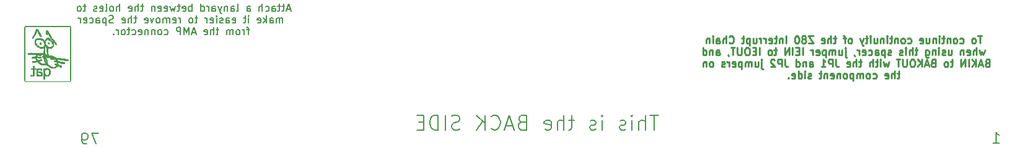
<source format=gbo>
%TF.GenerationSoftware,KiCad,Pcbnew,(6.0.9-0)*%
%TF.CreationDate,2023-01-05T16:32:08-08:00*%
%TF.ProjectId,mini-extender-m2,6d696e69-2d65-4787-9465-6e6465722d6d,rev?*%
%TF.SameCoordinates,Original*%
%TF.FileFunction,Legend,Bot*%
%TF.FilePolarity,Positive*%
%FSLAX46Y46*%
G04 Gerber Fmt 4.6, Leading zero omitted, Abs format (unit mm)*
G04 Created by KiCad (PCBNEW (6.0.9-0)) date 2023-01-05 16:32:08*
%MOMM*%
%LPD*%
G01*
G04 APERTURE LIST*
%ADD10C,0.200000*%
%ADD11C,0.150000*%
%ADD12C,0.250000*%
%ADD13C,0.010000*%
G04 APERTURE END LIST*
D10*
X168130047Y-88947761D02*
X166987190Y-88947761D01*
X167558619Y-90947761D02*
X167558619Y-88947761D01*
X166320523Y-90947761D02*
X166320523Y-88947761D01*
X165463380Y-90947761D02*
X165463380Y-89900142D01*
X165558619Y-89709666D01*
X165749095Y-89614428D01*
X166034809Y-89614428D01*
X166225285Y-89709666D01*
X166320523Y-89804904D01*
X164511000Y-90947761D02*
X164511000Y-89614428D01*
X164511000Y-88947761D02*
X164606238Y-89043000D01*
X164511000Y-89138238D01*
X164415761Y-89043000D01*
X164511000Y-88947761D01*
X164511000Y-89138238D01*
X163653857Y-90852523D02*
X163463380Y-90947761D01*
X163082428Y-90947761D01*
X162891952Y-90852523D01*
X162796714Y-90662047D01*
X162796714Y-90566809D01*
X162891952Y-90376333D01*
X163082428Y-90281095D01*
X163368142Y-90281095D01*
X163558619Y-90185857D01*
X163653857Y-89995380D01*
X163653857Y-89900142D01*
X163558619Y-89709666D01*
X163368142Y-89614428D01*
X163082428Y-89614428D01*
X162891952Y-89709666D01*
X160415761Y-90947761D02*
X160415761Y-89614428D01*
X160415761Y-88947761D02*
X160511000Y-89043000D01*
X160415761Y-89138238D01*
X160320523Y-89043000D01*
X160415761Y-88947761D01*
X160415761Y-89138238D01*
X159558619Y-90852523D02*
X159368142Y-90947761D01*
X158987190Y-90947761D01*
X158796714Y-90852523D01*
X158701476Y-90662047D01*
X158701476Y-90566809D01*
X158796714Y-90376333D01*
X158987190Y-90281095D01*
X159272904Y-90281095D01*
X159463380Y-90185857D01*
X159558619Y-89995380D01*
X159558619Y-89900142D01*
X159463380Y-89709666D01*
X159272904Y-89614428D01*
X158987190Y-89614428D01*
X158796714Y-89709666D01*
X156606238Y-89614428D02*
X155844333Y-89614428D01*
X156320523Y-88947761D02*
X156320523Y-90662047D01*
X156225285Y-90852523D01*
X156034809Y-90947761D01*
X155844333Y-90947761D01*
X155177666Y-90947761D02*
X155177666Y-88947761D01*
X154320523Y-90947761D02*
X154320523Y-89900142D01*
X154415761Y-89709666D01*
X154606238Y-89614428D01*
X154891952Y-89614428D01*
X155082428Y-89709666D01*
X155177666Y-89804904D01*
X152606238Y-90852523D02*
X152796714Y-90947761D01*
X153177666Y-90947761D01*
X153368142Y-90852523D01*
X153463380Y-90662047D01*
X153463380Y-89900142D01*
X153368142Y-89709666D01*
X153177666Y-89614428D01*
X152796714Y-89614428D01*
X152606238Y-89709666D01*
X152511000Y-89900142D01*
X152511000Y-90090619D01*
X153463380Y-90281095D01*
X149463380Y-89900142D02*
X149177666Y-89995380D01*
X149082428Y-90090619D01*
X148987190Y-90281095D01*
X148987190Y-90566809D01*
X149082428Y-90757285D01*
X149177666Y-90852523D01*
X149368142Y-90947761D01*
X150130047Y-90947761D01*
X150130047Y-88947761D01*
X149463380Y-88947761D01*
X149272904Y-89043000D01*
X149177666Y-89138238D01*
X149082428Y-89328714D01*
X149082428Y-89519190D01*
X149177666Y-89709666D01*
X149272904Y-89804904D01*
X149463380Y-89900142D01*
X150130047Y-89900142D01*
X148225285Y-90376333D02*
X147272904Y-90376333D01*
X148415761Y-90947761D02*
X147749095Y-88947761D01*
X147082428Y-90947761D01*
X145272904Y-90757285D02*
X145368142Y-90852523D01*
X145653857Y-90947761D01*
X145844333Y-90947761D01*
X146130047Y-90852523D01*
X146320523Y-90662047D01*
X146415761Y-90471571D01*
X146511000Y-90090619D01*
X146511000Y-89804904D01*
X146415761Y-89423952D01*
X146320523Y-89233476D01*
X146130047Y-89043000D01*
X145844333Y-88947761D01*
X145653857Y-88947761D01*
X145368142Y-89043000D01*
X145272904Y-89138238D01*
X144415761Y-90947761D02*
X144415761Y-88947761D01*
X143272904Y-90947761D02*
X144130047Y-89804904D01*
X143272904Y-88947761D02*
X144415761Y-90090619D01*
X140987190Y-90852523D02*
X140701476Y-90947761D01*
X140225285Y-90947761D01*
X140034809Y-90852523D01*
X139939571Y-90757285D01*
X139844333Y-90566809D01*
X139844333Y-90376333D01*
X139939571Y-90185857D01*
X140034809Y-90090619D01*
X140225285Y-89995380D01*
X140606238Y-89900142D01*
X140796714Y-89804904D01*
X140891952Y-89709666D01*
X140987190Y-89519190D01*
X140987190Y-89328714D01*
X140891952Y-89138238D01*
X140796714Y-89043000D01*
X140606238Y-88947761D01*
X140130047Y-88947761D01*
X139844333Y-89043000D01*
X138987190Y-90947761D02*
X138987190Y-88947761D01*
X138034809Y-90947761D02*
X138034809Y-88947761D01*
X137558619Y-88947761D01*
X137272904Y-89043000D01*
X137082428Y-89233476D01*
X136987190Y-89423952D01*
X136891952Y-89804904D01*
X136891952Y-90090619D01*
X136987190Y-90471571D01*
X137082428Y-90662047D01*
X137272904Y-90852523D01*
X137558619Y-90947761D01*
X138034809Y-90947761D01*
X136034809Y-89900142D02*
X135368142Y-89900142D01*
X135082428Y-90947761D02*
X136034809Y-90947761D01*
X136034809Y-88947761D01*
X135082428Y-88947761D01*
D11*
X213820428Y-92753571D02*
X214677571Y-92753571D01*
X214249000Y-92753571D02*
X214249000Y-91253571D01*
X214391857Y-91467857D01*
X214534714Y-91610714D01*
X214677571Y-91682142D01*
X91638285Y-91380571D02*
X90638285Y-91380571D01*
X91281142Y-92880571D01*
X89995428Y-92880571D02*
X89709714Y-92880571D01*
X89566857Y-92809142D01*
X89495428Y-92737714D01*
X89352571Y-92523428D01*
X89281142Y-92237714D01*
X89281142Y-91666285D01*
X89352571Y-91523428D01*
X89424000Y-91452000D01*
X89566857Y-91380571D01*
X89852571Y-91380571D01*
X89995428Y-91452000D01*
X90066857Y-91523428D01*
X90138285Y-91666285D01*
X90138285Y-92023428D01*
X90066857Y-92166285D01*
X89995428Y-92237714D01*
X89852571Y-92309142D01*
X89566857Y-92309142D01*
X89424000Y-92237714D01*
X89352571Y-92166285D01*
X89281142Y-92023428D01*
D12*
X212325761Y-78063380D02*
X211754333Y-78063380D01*
X212040047Y-79063380D02*
X212040047Y-78063380D01*
X211278142Y-79063380D02*
X211373380Y-79015761D01*
X211421000Y-78968142D01*
X211468619Y-78872904D01*
X211468619Y-78587190D01*
X211421000Y-78491952D01*
X211373380Y-78444333D01*
X211278142Y-78396714D01*
X211135285Y-78396714D01*
X211040047Y-78444333D01*
X210992428Y-78491952D01*
X210944809Y-78587190D01*
X210944809Y-78872904D01*
X210992428Y-78968142D01*
X211040047Y-79015761D01*
X211135285Y-79063380D01*
X211278142Y-79063380D01*
X209325761Y-79015761D02*
X209421000Y-79063380D01*
X209611476Y-79063380D01*
X209706714Y-79015761D01*
X209754333Y-78968142D01*
X209801952Y-78872904D01*
X209801952Y-78587190D01*
X209754333Y-78491952D01*
X209706714Y-78444333D01*
X209611476Y-78396714D01*
X209421000Y-78396714D01*
X209325761Y-78444333D01*
X208754333Y-79063380D02*
X208849571Y-79015761D01*
X208897190Y-78968142D01*
X208944809Y-78872904D01*
X208944809Y-78587190D01*
X208897190Y-78491952D01*
X208849571Y-78444333D01*
X208754333Y-78396714D01*
X208611476Y-78396714D01*
X208516238Y-78444333D01*
X208468619Y-78491952D01*
X208421000Y-78587190D01*
X208421000Y-78872904D01*
X208468619Y-78968142D01*
X208516238Y-79015761D01*
X208611476Y-79063380D01*
X208754333Y-79063380D01*
X207992428Y-78396714D02*
X207992428Y-79063380D01*
X207992428Y-78491952D02*
X207944809Y-78444333D01*
X207849571Y-78396714D01*
X207706714Y-78396714D01*
X207611476Y-78444333D01*
X207563857Y-78539571D01*
X207563857Y-79063380D01*
X207230523Y-78396714D02*
X206849571Y-78396714D01*
X207087666Y-78063380D02*
X207087666Y-78920523D01*
X207040047Y-79015761D01*
X206944809Y-79063380D01*
X206849571Y-79063380D01*
X206516238Y-79063380D02*
X206516238Y-78396714D01*
X206516238Y-78063380D02*
X206563857Y-78111000D01*
X206516238Y-78158619D01*
X206468619Y-78111000D01*
X206516238Y-78063380D01*
X206516238Y-78158619D01*
X206040047Y-78396714D02*
X206040047Y-79063380D01*
X206040047Y-78491952D02*
X205992428Y-78444333D01*
X205897190Y-78396714D01*
X205754333Y-78396714D01*
X205659095Y-78444333D01*
X205611476Y-78539571D01*
X205611476Y-79063380D01*
X204706714Y-78396714D02*
X204706714Y-79063380D01*
X205135285Y-78396714D02*
X205135285Y-78920523D01*
X205087666Y-79015761D01*
X204992428Y-79063380D01*
X204849571Y-79063380D01*
X204754333Y-79015761D01*
X204706714Y-78968142D01*
X203849571Y-79015761D02*
X203944809Y-79063380D01*
X204135285Y-79063380D01*
X204230523Y-79015761D01*
X204278142Y-78920523D01*
X204278142Y-78539571D01*
X204230523Y-78444333D01*
X204135285Y-78396714D01*
X203944809Y-78396714D01*
X203849571Y-78444333D01*
X203801952Y-78539571D01*
X203801952Y-78634809D01*
X204278142Y-78730047D01*
X202182904Y-79015761D02*
X202278142Y-79063380D01*
X202468619Y-79063380D01*
X202563857Y-79015761D01*
X202611476Y-78968142D01*
X202659095Y-78872904D01*
X202659095Y-78587190D01*
X202611476Y-78491952D01*
X202563857Y-78444333D01*
X202468619Y-78396714D01*
X202278142Y-78396714D01*
X202182904Y-78444333D01*
X201611476Y-79063380D02*
X201706714Y-79015761D01*
X201754333Y-78968142D01*
X201801952Y-78872904D01*
X201801952Y-78587190D01*
X201754333Y-78491952D01*
X201706714Y-78444333D01*
X201611476Y-78396714D01*
X201468619Y-78396714D01*
X201373380Y-78444333D01*
X201325761Y-78491952D01*
X201278142Y-78587190D01*
X201278142Y-78872904D01*
X201325761Y-78968142D01*
X201373380Y-79015761D01*
X201468619Y-79063380D01*
X201611476Y-79063380D01*
X200849571Y-78396714D02*
X200849571Y-79063380D01*
X200849571Y-78491952D02*
X200801952Y-78444333D01*
X200706714Y-78396714D01*
X200563857Y-78396714D01*
X200468619Y-78444333D01*
X200421000Y-78539571D01*
X200421000Y-79063380D01*
X200087666Y-78396714D02*
X199706714Y-78396714D01*
X199944809Y-78063380D02*
X199944809Y-78920523D01*
X199897190Y-79015761D01*
X199801952Y-79063380D01*
X199706714Y-79063380D01*
X199373380Y-79063380D02*
X199373380Y-78396714D01*
X199373380Y-78063380D02*
X199421000Y-78111000D01*
X199373380Y-78158619D01*
X199325761Y-78111000D01*
X199373380Y-78063380D01*
X199373380Y-78158619D01*
X198897190Y-78396714D02*
X198897190Y-79063380D01*
X198897190Y-78491952D02*
X198849571Y-78444333D01*
X198754333Y-78396714D01*
X198611476Y-78396714D01*
X198516238Y-78444333D01*
X198468619Y-78539571D01*
X198468619Y-79063380D01*
X197563857Y-78396714D02*
X197563857Y-79063380D01*
X197992428Y-78396714D02*
X197992428Y-78920523D01*
X197944809Y-79015761D01*
X197849571Y-79063380D01*
X197706714Y-79063380D01*
X197611476Y-79015761D01*
X197563857Y-78968142D01*
X197087666Y-79063380D02*
X197087666Y-78396714D01*
X197087666Y-78063380D02*
X197135285Y-78111000D01*
X197087666Y-78158619D01*
X197040047Y-78111000D01*
X197087666Y-78063380D01*
X197087666Y-78158619D01*
X196754333Y-78396714D02*
X196373380Y-78396714D01*
X196611476Y-78063380D02*
X196611476Y-78920523D01*
X196563857Y-79015761D01*
X196468619Y-79063380D01*
X196373380Y-79063380D01*
X196135285Y-78396714D02*
X195897190Y-79063380D01*
X195659095Y-78396714D02*
X195897190Y-79063380D01*
X195992428Y-79301476D01*
X196040047Y-79349095D01*
X196135285Y-79396714D01*
X194373380Y-79063380D02*
X194468619Y-79015761D01*
X194516238Y-78968142D01*
X194563857Y-78872904D01*
X194563857Y-78587190D01*
X194516238Y-78491952D01*
X194468619Y-78444333D01*
X194373380Y-78396714D01*
X194230523Y-78396714D01*
X194135285Y-78444333D01*
X194087666Y-78491952D01*
X194040047Y-78587190D01*
X194040047Y-78872904D01*
X194087666Y-78968142D01*
X194135285Y-79015761D01*
X194230523Y-79063380D01*
X194373380Y-79063380D01*
X193754333Y-78396714D02*
X193373380Y-78396714D01*
X193611476Y-79063380D02*
X193611476Y-78206238D01*
X193563857Y-78111000D01*
X193468619Y-78063380D01*
X193373380Y-78063380D01*
X192421000Y-78396714D02*
X192040047Y-78396714D01*
X192278142Y-78063380D02*
X192278142Y-78920523D01*
X192230523Y-79015761D01*
X192135285Y-79063380D01*
X192040047Y-79063380D01*
X191706714Y-79063380D02*
X191706714Y-78063380D01*
X191278142Y-79063380D02*
X191278142Y-78539571D01*
X191325761Y-78444333D01*
X191421000Y-78396714D01*
X191563857Y-78396714D01*
X191659095Y-78444333D01*
X191706714Y-78491952D01*
X190421000Y-79015761D02*
X190516238Y-79063380D01*
X190706714Y-79063380D01*
X190801952Y-79015761D01*
X190849571Y-78920523D01*
X190849571Y-78539571D01*
X190801952Y-78444333D01*
X190706714Y-78396714D01*
X190516238Y-78396714D01*
X190421000Y-78444333D01*
X190373380Y-78539571D01*
X190373380Y-78634809D01*
X190849571Y-78730047D01*
X189278142Y-78063380D02*
X188611476Y-78063380D01*
X189278142Y-79063380D01*
X188611476Y-79063380D01*
X188087666Y-78491952D02*
X188182904Y-78444333D01*
X188230523Y-78396714D01*
X188278142Y-78301476D01*
X188278142Y-78253857D01*
X188230523Y-78158619D01*
X188182904Y-78111000D01*
X188087666Y-78063380D01*
X187897190Y-78063380D01*
X187801952Y-78111000D01*
X187754333Y-78158619D01*
X187706714Y-78253857D01*
X187706714Y-78301476D01*
X187754333Y-78396714D01*
X187801952Y-78444333D01*
X187897190Y-78491952D01*
X188087666Y-78491952D01*
X188182904Y-78539571D01*
X188230523Y-78587190D01*
X188278142Y-78682428D01*
X188278142Y-78872904D01*
X188230523Y-78968142D01*
X188182904Y-79015761D01*
X188087666Y-79063380D01*
X187897190Y-79063380D01*
X187801952Y-79015761D01*
X187754333Y-78968142D01*
X187706714Y-78872904D01*
X187706714Y-78682428D01*
X187754333Y-78587190D01*
X187801952Y-78539571D01*
X187897190Y-78491952D01*
X187087666Y-78063380D02*
X186992428Y-78063380D01*
X186897190Y-78111000D01*
X186849571Y-78158619D01*
X186801952Y-78253857D01*
X186754333Y-78444333D01*
X186754333Y-78682428D01*
X186801952Y-78872904D01*
X186849571Y-78968142D01*
X186897190Y-79015761D01*
X186992428Y-79063380D01*
X187087666Y-79063380D01*
X187182904Y-79015761D01*
X187230523Y-78968142D01*
X187278142Y-78872904D01*
X187325761Y-78682428D01*
X187325761Y-78444333D01*
X187278142Y-78253857D01*
X187230523Y-78158619D01*
X187182904Y-78111000D01*
X187087666Y-78063380D01*
X185563857Y-79063380D02*
X185563857Y-78063380D01*
X185087666Y-78396714D02*
X185087666Y-79063380D01*
X185087666Y-78491952D02*
X185040047Y-78444333D01*
X184944809Y-78396714D01*
X184801952Y-78396714D01*
X184706714Y-78444333D01*
X184659095Y-78539571D01*
X184659095Y-79063380D01*
X184325761Y-78396714D02*
X183944809Y-78396714D01*
X184182904Y-78063380D02*
X184182904Y-78920523D01*
X184135285Y-79015761D01*
X184040047Y-79063380D01*
X183944809Y-79063380D01*
X183230523Y-79015761D02*
X183325761Y-79063380D01*
X183516238Y-79063380D01*
X183611476Y-79015761D01*
X183659095Y-78920523D01*
X183659095Y-78539571D01*
X183611476Y-78444333D01*
X183516238Y-78396714D01*
X183325761Y-78396714D01*
X183230523Y-78444333D01*
X183182904Y-78539571D01*
X183182904Y-78634809D01*
X183659095Y-78730047D01*
X182754333Y-79063380D02*
X182754333Y-78396714D01*
X182754333Y-78587190D02*
X182706714Y-78491952D01*
X182659095Y-78444333D01*
X182563857Y-78396714D01*
X182468619Y-78396714D01*
X182135285Y-79063380D02*
X182135285Y-78396714D01*
X182135285Y-78587190D02*
X182087666Y-78491952D01*
X182040047Y-78444333D01*
X181944809Y-78396714D01*
X181849571Y-78396714D01*
X181087666Y-78396714D02*
X181087666Y-79063380D01*
X181516238Y-78396714D02*
X181516238Y-78920523D01*
X181468619Y-79015761D01*
X181373380Y-79063380D01*
X181230523Y-79063380D01*
X181135285Y-79015761D01*
X181087666Y-78968142D01*
X180611476Y-78396714D02*
X180611476Y-79396714D01*
X180611476Y-78444333D02*
X180516238Y-78396714D01*
X180325761Y-78396714D01*
X180230523Y-78444333D01*
X180182904Y-78491952D01*
X180135285Y-78587190D01*
X180135285Y-78872904D01*
X180182904Y-78968142D01*
X180230523Y-79015761D01*
X180325761Y-79063380D01*
X180516238Y-79063380D01*
X180611476Y-79015761D01*
X179849571Y-78396714D02*
X179468619Y-78396714D01*
X179706714Y-78063380D02*
X179706714Y-78920523D01*
X179659095Y-79015761D01*
X179563857Y-79063380D01*
X179468619Y-79063380D01*
X177801952Y-78968142D02*
X177849571Y-79015761D01*
X177992428Y-79063380D01*
X178087666Y-79063380D01*
X178230523Y-79015761D01*
X178325761Y-78920523D01*
X178373380Y-78825285D01*
X178421000Y-78634809D01*
X178421000Y-78491952D01*
X178373380Y-78301476D01*
X178325761Y-78206238D01*
X178230523Y-78111000D01*
X178087666Y-78063380D01*
X177992428Y-78063380D01*
X177849571Y-78111000D01*
X177801952Y-78158619D01*
X177373380Y-79063380D02*
X177373380Y-78063380D01*
X176944809Y-79063380D02*
X176944809Y-78539571D01*
X176992428Y-78444333D01*
X177087666Y-78396714D01*
X177230523Y-78396714D01*
X177325761Y-78444333D01*
X177373380Y-78491952D01*
X176040047Y-79063380D02*
X176040047Y-78539571D01*
X176087666Y-78444333D01*
X176182904Y-78396714D01*
X176373380Y-78396714D01*
X176468619Y-78444333D01*
X176040047Y-79015761D02*
X176135285Y-79063380D01*
X176373380Y-79063380D01*
X176468619Y-79015761D01*
X176516238Y-78920523D01*
X176516238Y-78825285D01*
X176468619Y-78730047D01*
X176373380Y-78682428D01*
X176135285Y-78682428D01*
X176040047Y-78634809D01*
X175563857Y-79063380D02*
X175563857Y-78396714D01*
X175563857Y-78063380D02*
X175611476Y-78111000D01*
X175563857Y-78158619D01*
X175516238Y-78111000D01*
X175563857Y-78063380D01*
X175563857Y-78158619D01*
X175087666Y-78396714D02*
X175087666Y-79063380D01*
X175087666Y-78491952D02*
X175040047Y-78444333D01*
X174944809Y-78396714D01*
X174801952Y-78396714D01*
X174706714Y-78444333D01*
X174659095Y-78539571D01*
X174659095Y-79063380D01*
X212730523Y-80006714D02*
X212540047Y-80673380D01*
X212349571Y-80197190D01*
X212159095Y-80673380D01*
X211968619Y-80006714D01*
X211587666Y-80673380D02*
X211587666Y-79673380D01*
X211159095Y-80673380D02*
X211159095Y-80149571D01*
X211206714Y-80054333D01*
X211301952Y-80006714D01*
X211444809Y-80006714D01*
X211540047Y-80054333D01*
X211587666Y-80101952D01*
X210301952Y-80625761D02*
X210397190Y-80673380D01*
X210587666Y-80673380D01*
X210682904Y-80625761D01*
X210730523Y-80530523D01*
X210730523Y-80149571D01*
X210682904Y-80054333D01*
X210587666Y-80006714D01*
X210397190Y-80006714D01*
X210301952Y-80054333D01*
X210254333Y-80149571D01*
X210254333Y-80244809D01*
X210730523Y-80340047D01*
X209825761Y-80006714D02*
X209825761Y-80673380D01*
X209825761Y-80101952D02*
X209778142Y-80054333D01*
X209682904Y-80006714D01*
X209540047Y-80006714D01*
X209444809Y-80054333D01*
X209397190Y-80149571D01*
X209397190Y-80673380D01*
X207730523Y-80006714D02*
X207730523Y-80673380D01*
X208159095Y-80006714D02*
X208159095Y-80530523D01*
X208111476Y-80625761D01*
X208016238Y-80673380D01*
X207873380Y-80673380D01*
X207778142Y-80625761D01*
X207730523Y-80578142D01*
X207301952Y-80625761D02*
X207206714Y-80673380D01*
X207016238Y-80673380D01*
X206921000Y-80625761D01*
X206873380Y-80530523D01*
X206873380Y-80482904D01*
X206921000Y-80387666D01*
X207016238Y-80340047D01*
X207159095Y-80340047D01*
X207254333Y-80292428D01*
X207301952Y-80197190D01*
X207301952Y-80149571D01*
X207254333Y-80054333D01*
X207159095Y-80006714D01*
X207016238Y-80006714D01*
X206921000Y-80054333D01*
X206444809Y-80673380D02*
X206444809Y-80006714D01*
X206444809Y-79673380D02*
X206492428Y-79721000D01*
X206444809Y-79768619D01*
X206397190Y-79721000D01*
X206444809Y-79673380D01*
X206444809Y-79768619D01*
X205968619Y-80006714D02*
X205968619Y-80673380D01*
X205968619Y-80101952D02*
X205921000Y-80054333D01*
X205825761Y-80006714D01*
X205682904Y-80006714D01*
X205587666Y-80054333D01*
X205540047Y-80149571D01*
X205540047Y-80673380D01*
X204635285Y-80006714D02*
X204635285Y-80816238D01*
X204682904Y-80911476D01*
X204730523Y-80959095D01*
X204825761Y-81006714D01*
X204968619Y-81006714D01*
X205063857Y-80959095D01*
X204635285Y-80625761D02*
X204730523Y-80673380D01*
X204921000Y-80673380D01*
X205016238Y-80625761D01*
X205063857Y-80578142D01*
X205111476Y-80482904D01*
X205111476Y-80197190D01*
X205063857Y-80101952D01*
X205016238Y-80054333D01*
X204921000Y-80006714D01*
X204730523Y-80006714D01*
X204635285Y-80054333D01*
X203540047Y-80006714D02*
X203159095Y-80006714D01*
X203397190Y-79673380D02*
X203397190Y-80530523D01*
X203349571Y-80625761D01*
X203254333Y-80673380D01*
X203159095Y-80673380D01*
X202825761Y-80673380D02*
X202825761Y-79673380D01*
X202397190Y-80673380D02*
X202397190Y-80149571D01*
X202444809Y-80054333D01*
X202540047Y-80006714D01*
X202682904Y-80006714D01*
X202778142Y-80054333D01*
X202825761Y-80101952D01*
X201921000Y-80673380D02*
X201921000Y-80006714D01*
X201921000Y-79673380D02*
X201968619Y-79721000D01*
X201921000Y-79768619D01*
X201873380Y-79721000D01*
X201921000Y-79673380D01*
X201921000Y-79768619D01*
X201492428Y-80625761D02*
X201397190Y-80673380D01*
X201206714Y-80673380D01*
X201111476Y-80625761D01*
X201063857Y-80530523D01*
X201063857Y-80482904D01*
X201111476Y-80387666D01*
X201206714Y-80340047D01*
X201349571Y-80340047D01*
X201444809Y-80292428D01*
X201492428Y-80197190D01*
X201492428Y-80149571D01*
X201444809Y-80054333D01*
X201349571Y-80006714D01*
X201206714Y-80006714D01*
X201111476Y-80054333D01*
X199921000Y-80625761D02*
X199825761Y-80673380D01*
X199635285Y-80673380D01*
X199540047Y-80625761D01*
X199492428Y-80530523D01*
X199492428Y-80482904D01*
X199540047Y-80387666D01*
X199635285Y-80340047D01*
X199778142Y-80340047D01*
X199873380Y-80292428D01*
X199921000Y-80197190D01*
X199921000Y-80149571D01*
X199873380Y-80054333D01*
X199778142Y-80006714D01*
X199635285Y-80006714D01*
X199540047Y-80054333D01*
X199063857Y-80006714D02*
X199063857Y-81006714D01*
X199063857Y-80054333D02*
X198968619Y-80006714D01*
X198778142Y-80006714D01*
X198682904Y-80054333D01*
X198635285Y-80101952D01*
X198587666Y-80197190D01*
X198587666Y-80482904D01*
X198635285Y-80578142D01*
X198682904Y-80625761D01*
X198778142Y-80673380D01*
X198968619Y-80673380D01*
X199063857Y-80625761D01*
X197730523Y-80673380D02*
X197730523Y-80149571D01*
X197778142Y-80054333D01*
X197873380Y-80006714D01*
X198063857Y-80006714D01*
X198159095Y-80054333D01*
X197730523Y-80625761D02*
X197825761Y-80673380D01*
X198063857Y-80673380D01*
X198159095Y-80625761D01*
X198206714Y-80530523D01*
X198206714Y-80435285D01*
X198159095Y-80340047D01*
X198063857Y-80292428D01*
X197825761Y-80292428D01*
X197730523Y-80244809D01*
X196825761Y-80625761D02*
X196921000Y-80673380D01*
X197111476Y-80673380D01*
X197206714Y-80625761D01*
X197254333Y-80578142D01*
X197301952Y-80482904D01*
X197301952Y-80197190D01*
X197254333Y-80101952D01*
X197206714Y-80054333D01*
X197111476Y-80006714D01*
X196921000Y-80006714D01*
X196825761Y-80054333D01*
X196016238Y-80625761D02*
X196111476Y-80673380D01*
X196301952Y-80673380D01*
X196397190Y-80625761D01*
X196444809Y-80530523D01*
X196444809Y-80149571D01*
X196397190Y-80054333D01*
X196301952Y-80006714D01*
X196111476Y-80006714D01*
X196016238Y-80054333D01*
X195968619Y-80149571D01*
X195968619Y-80244809D01*
X196444809Y-80340047D01*
X195540047Y-80673380D02*
X195540047Y-80006714D01*
X195540047Y-80197190D02*
X195492428Y-80101952D01*
X195444809Y-80054333D01*
X195349571Y-80006714D01*
X195254333Y-80006714D01*
X194873380Y-80625761D02*
X194873380Y-80673380D01*
X194921000Y-80768619D01*
X194968619Y-80816238D01*
X193682904Y-80006714D02*
X193682904Y-80863857D01*
X193730523Y-80959095D01*
X193825761Y-81006714D01*
X193873380Y-81006714D01*
X193682904Y-79673380D02*
X193730523Y-79721000D01*
X193682904Y-79768619D01*
X193635285Y-79721000D01*
X193682904Y-79673380D01*
X193682904Y-79768619D01*
X192778142Y-80006714D02*
X192778142Y-80673380D01*
X193206714Y-80006714D02*
X193206714Y-80530523D01*
X193159095Y-80625761D01*
X193063857Y-80673380D01*
X192921000Y-80673380D01*
X192825761Y-80625761D01*
X192778142Y-80578142D01*
X192301952Y-80673380D02*
X192301952Y-80006714D01*
X192301952Y-80101952D02*
X192254333Y-80054333D01*
X192159095Y-80006714D01*
X192016238Y-80006714D01*
X191921000Y-80054333D01*
X191873380Y-80149571D01*
X191873380Y-80673380D01*
X191873380Y-80149571D02*
X191825761Y-80054333D01*
X191730523Y-80006714D01*
X191587666Y-80006714D01*
X191492428Y-80054333D01*
X191444809Y-80149571D01*
X191444809Y-80673380D01*
X190968619Y-80006714D02*
X190968619Y-81006714D01*
X190968619Y-80054333D02*
X190873380Y-80006714D01*
X190682904Y-80006714D01*
X190587666Y-80054333D01*
X190540047Y-80101952D01*
X190492428Y-80197190D01*
X190492428Y-80482904D01*
X190540047Y-80578142D01*
X190587666Y-80625761D01*
X190682904Y-80673380D01*
X190873380Y-80673380D01*
X190968619Y-80625761D01*
X189682904Y-80625761D02*
X189778142Y-80673380D01*
X189968619Y-80673380D01*
X190063857Y-80625761D01*
X190111476Y-80530523D01*
X190111476Y-80149571D01*
X190063857Y-80054333D01*
X189968619Y-80006714D01*
X189778142Y-80006714D01*
X189682904Y-80054333D01*
X189635285Y-80149571D01*
X189635285Y-80244809D01*
X190111476Y-80340047D01*
X189206714Y-80673380D02*
X189206714Y-80006714D01*
X189206714Y-80197190D02*
X189159095Y-80101952D01*
X189111476Y-80054333D01*
X189016238Y-80006714D01*
X188921000Y-80006714D01*
X187825761Y-80673380D02*
X187825761Y-79673380D01*
X187349571Y-80149571D02*
X187016238Y-80149571D01*
X186873380Y-80673380D02*
X187349571Y-80673380D01*
X187349571Y-79673380D01*
X186873380Y-79673380D01*
X186444809Y-80673380D02*
X186444809Y-79673380D01*
X185968619Y-80673380D02*
X185968619Y-79673380D01*
X185397190Y-80673380D01*
X185397190Y-79673380D01*
X184301952Y-80006714D02*
X183921000Y-80006714D01*
X184159095Y-79673380D02*
X184159095Y-80530523D01*
X184111476Y-80625761D01*
X184016238Y-80673380D01*
X183921000Y-80673380D01*
X183444809Y-80673380D02*
X183540047Y-80625761D01*
X183587666Y-80578142D01*
X183635285Y-80482904D01*
X183635285Y-80197190D01*
X183587666Y-80101952D01*
X183540047Y-80054333D01*
X183444809Y-80006714D01*
X183301952Y-80006714D01*
X183206714Y-80054333D01*
X183159095Y-80101952D01*
X183111476Y-80197190D01*
X183111476Y-80482904D01*
X183159095Y-80578142D01*
X183206714Y-80625761D01*
X183301952Y-80673380D01*
X183444809Y-80673380D01*
X181921000Y-80673380D02*
X181921000Y-79673380D01*
X181444809Y-80149571D02*
X181111476Y-80149571D01*
X180968619Y-80673380D02*
X181444809Y-80673380D01*
X181444809Y-79673380D01*
X180968619Y-79673380D01*
X180349571Y-79673380D02*
X180159095Y-79673380D01*
X180063857Y-79721000D01*
X179968619Y-79816238D01*
X179921000Y-80006714D01*
X179921000Y-80340047D01*
X179968619Y-80530523D01*
X180063857Y-80625761D01*
X180159095Y-80673380D01*
X180349571Y-80673380D01*
X180444809Y-80625761D01*
X180540047Y-80530523D01*
X180587666Y-80340047D01*
X180587666Y-80006714D01*
X180540047Y-79816238D01*
X180444809Y-79721000D01*
X180349571Y-79673380D01*
X179492428Y-79673380D02*
X179492428Y-80482904D01*
X179444809Y-80578142D01*
X179397190Y-80625761D01*
X179301952Y-80673380D01*
X179111476Y-80673380D01*
X179016238Y-80625761D01*
X178968619Y-80578142D01*
X178921000Y-80482904D01*
X178921000Y-79673380D01*
X178587666Y-79673380D02*
X178016238Y-79673380D01*
X178301952Y-80673380D02*
X178301952Y-79673380D01*
X177635285Y-80625761D02*
X177635285Y-80673380D01*
X177682904Y-80768619D01*
X177730523Y-80816238D01*
X176016238Y-80673380D02*
X176016238Y-80149571D01*
X176063857Y-80054333D01*
X176159095Y-80006714D01*
X176349571Y-80006714D01*
X176444809Y-80054333D01*
X176016238Y-80625761D02*
X176111476Y-80673380D01*
X176349571Y-80673380D01*
X176444809Y-80625761D01*
X176492428Y-80530523D01*
X176492428Y-80435285D01*
X176444809Y-80340047D01*
X176349571Y-80292428D01*
X176111476Y-80292428D01*
X176016238Y-80244809D01*
X175540047Y-80006714D02*
X175540047Y-80673380D01*
X175540047Y-80101952D02*
X175492428Y-80054333D01*
X175397190Y-80006714D01*
X175254333Y-80006714D01*
X175159095Y-80054333D01*
X175111476Y-80149571D01*
X175111476Y-80673380D01*
X174206714Y-80673380D02*
X174206714Y-79673380D01*
X174206714Y-80625761D02*
X174301952Y-80673380D01*
X174492428Y-80673380D01*
X174587666Y-80625761D01*
X174635285Y-80578142D01*
X174682904Y-80482904D01*
X174682904Y-80197190D01*
X174635285Y-80101952D01*
X174587666Y-80054333D01*
X174492428Y-80006714D01*
X174301952Y-80006714D01*
X174206714Y-80054333D01*
X213040047Y-81759571D02*
X212897190Y-81807190D01*
X212849571Y-81854809D01*
X212801952Y-81950047D01*
X212801952Y-82092904D01*
X212849571Y-82188142D01*
X212897190Y-82235761D01*
X212992428Y-82283380D01*
X213373380Y-82283380D01*
X213373380Y-81283380D01*
X213040047Y-81283380D01*
X212944809Y-81331000D01*
X212897190Y-81378619D01*
X212849571Y-81473857D01*
X212849571Y-81569095D01*
X212897190Y-81664333D01*
X212944809Y-81711952D01*
X213040047Y-81759571D01*
X213373380Y-81759571D01*
X212421000Y-81997666D02*
X211944809Y-81997666D01*
X212516238Y-82283380D02*
X212182904Y-81283380D01*
X211849571Y-82283380D01*
X211516238Y-82283380D02*
X211516238Y-81283380D01*
X210944809Y-82283380D02*
X211373380Y-81711952D01*
X210944809Y-81283380D02*
X211516238Y-81854809D01*
X210516238Y-82283380D02*
X210516238Y-81283380D01*
X210040047Y-82283380D02*
X210040047Y-81283380D01*
X209468619Y-82283380D01*
X209468619Y-81283380D01*
X208373380Y-81616714D02*
X207992428Y-81616714D01*
X208230523Y-81283380D02*
X208230523Y-82140523D01*
X208182904Y-82235761D01*
X208087666Y-82283380D01*
X207992428Y-82283380D01*
X207516238Y-82283380D02*
X207611476Y-82235761D01*
X207659095Y-82188142D01*
X207706714Y-82092904D01*
X207706714Y-81807190D01*
X207659095Y-81711952D01*
X207611476Y-81664333D01*
X207516238Y-81616714D01*
X207373380Y-81616714D01*
X207278142Y-81664333D01*
X207230523Y-81711952D01*
X207182904Y-81807190D01*
X207182904Y-82092904D01*
X207230523Y-82188142D01*
X207278142Y-82235761D01*
X207373380Y-82283380D01*
X207516238Y-82283380D01*
X205659095Y-81759571D02*
X205516238Y-81807190D01*
X205468619Y-81854809D01*
X205421000Y-81950047D01*
X205421000Y-82092904D01*
X205468619Y-82188142D01*
X205516238Y-82235761D01*
X205611476Y-82283380D01*
X205992428Y-82283380D01*
X205992428Y-81283380D01*
X205659095Y-81283380D01*
X205563857Y-81331000D01*
X205516238Y-81378619D01*
X205468619Y-81473857D01*
X205468619Y-81569095D01*
X205516238Y-81664333D01*
X205563857Y-81711952D01*
X205659095Y-81759571D01*
X205992428Y-81759571D01*
X205040047Y-81997666D02*
X204563857Y-81997666D01*
X205135285Y-82283380D02*
X204801952Y-81283380D01*
X204468619Y-82283380D01*
X204135285Y-82283380D02*
X204135285Y-81283380D01*
X203563857Y-82283380D02*
X203992428Y-81711952D01*
X203563857Y-81283380D02*
X204135285Y-81854809D01*
X202944809Y-81283380D02*
X202754333Y-81283380D01*
X202659095Y-81331000D01*
X202563857Y-81426238D01*
X202516238Y-81616714D01*
X202516238Y-81950047D01*
X202563857Y-82140523D01*
X202659095Y-82235761D01*
X202754333Y-82283380D01*
X202944809Y-82283380D01*
X203040047Y-82235761D01*
X203135285Y-82140523D01*
X203182904Y-81950047D01*
X203182904Y-81616714D01*
X203135285Y-81426238D01*
X203040047Y-81331000D01*
X202944809Y-81283380D01*
X202087666Y-81283380D02*
X202087666Y-82092904D01*
X202040047Y-82188142D01*
X201992428Y-82235761D01*
X201897190Y-82283380D01*
X201706714Y-82283380D01*
X201611476Y-82235761D01*
X201563857Y-82188142D01*
X201516238Y-82092904D01*
X201516238Y-81283380D01*
X201182904Y-81283380D02*
X200611476Y-81283380D01*
X200897190Y-82283380D02*
X200897190Y-81283380D01*
X199611476Y-81616714D02*
X199421000Y-82283380D01*
X199230523Y-81807190D01*
X199040047Y-82283380D01*
X198849571Y-81616714D01*
X198468619Y-82283380D02*
X198468619Y-81616714D01*
X198468619Y-81283380D02*
X198516238Y-81331000D01*
X198468619Y-81378619D01*
X198421000Y-81331000D01*
X198468619Y-81283380D01*
X198468619Y-81378619D01*
X198135285Y-81616714D02*
X197754333Y-81616714D01*
X197992428Y-81283380D02*
X197992428Y-82140523D01*
X197944809Y-82235761D01*
X197849571Y-82283380D01*
X197754333Y-82283380D01*
X197421000Y-82283380D02*
X197421000Y-81283380D01*
X196992428Y-82283380D02*
X196992428Y-81759571D01*
X197040047Y-81664333D01*
X197135285Y-81616714D01*
X197278142Y-81616714D01*
X197373380Y-81664333D01*
X197421000Y-81711952D01*
X195897190Y-81616714D02*
X195516238Y-81616714D01*
X195754333Y-81283380D02*
X195754333Y-82140523D01*
X195706714Y-82235761D01*
X195611476Y-82283380D01*
X195516238Y-82283380D01*
X195182904Y-82283380D02*
X195182904Y-81283380D01*
X194754333Y-82283380D02*
X194754333Y-81759571D01*
X194801952Y-81664333D01*
X194897190Y-81616714D01*
X195040047Y-81616714D01*
X195135285Y-81664333D01*
X195182904Y-81711952D01*
X193897190Y-82235761D02*
X193992428Y-82283380D01*
X194182904Y-82283380D01*
X194278142Y-82235761D01*
X194325761Y-82140523D01*
X194325761Y-81759571D01*
X194278142Y-81664333D01*
X194182904Y-81616714D01*
X193992428Y-81616714D01*
X193897190Y-81664333D01*
X193849571Y-81759571D01*
X193849571Y-81854809D01*
X194325761Y-81950047D01*
X192373380Y-81283380D02*
X192373380Y-81997666D01*
X192421000Y-82140523D01*
X192516238Y-82235761D01*
X192659095Y-82283380D01*
X192754333Y-82283380D01*
X191897190Y-82283380D02*
X191897190Y-81283380D01*
X191516238Y-81283380D01*
X191421000Y-81331000D01*
X191373380Y-81378619D01*
X191325761Y-81473857D01*
X191325761Y-81616714D01*
X191373380Y-81711952D01*
X191421000Y-81759571D01*
X191516238Y-81807190D01*
X191897190Y-81807190D01*
X190373380Y-82283380D02*
X190944809Y-82283380D01*
X190659095Y-82283380D02*
X190659095Y-81283380D01*
X190754333Y-81426238D01*
X190849571Y-81521476D01*
X190944809Y-81569095D01*
X188754333Y-82283380D02*
X188754333Y-81759571D01*
X188801952Y-81664333D01*
X188897190Y-81616714D01*
X189087666Y-81616714D01*
X189182904Y-81664333D01*
X188754333Y-82235761D02*
X188849571Y-82283380D01*
X189087666Y-82283380D01*
X189182904Y-82235761D01*
X189230523Y-82140523D01*
X189230523Y-82045285D01*
X189182904Y-81950047D01*
X189087666Y-81902428D01*
X188849571Y-81902428D01*
X188754333Y-81854809D01*
X188278142Y-81616714D02*
X188278142Y-82283380D01*
X188278142Y-81711952D02*
X188230523Y-81664333D01*
X188135285Y-81616714D01*
X187992428Y-81616714D01*
X187897190Y-81664333D01*
X187849571Y-81759571D01*
X187849571Y-82283380D01*
X186944809Y-82283380D02*
X186944809Y-81283380D01*
X186944809Y-82235761D02*
X187040047Y-82283380D01*
X187230523Y-82283380D01*
X187325761Y-82235761D01*
X187373380Y-82188142D01*
X187421000Y-82092904D01*
X187421000Y-81807190D01*
X187373380Y-81711952D01*
X187325761Y-81664333D01*
X187230523Y-81616714D01*
X187040047Y-81616714D01*
X186944809Y-81664333D01*
X185421000Y-81283380D02*
X185421000Y-81997666D01*
X185468619Y-82140523D01*
X185563857Y-82235761D01*
X185706714Y-82283380D01*
X185801952Y-82283380D01*
X184944809Y-82283380D02*
X184944809Y-81283380D01*
X184563857Y-81283380D01*
X184468619Y-81331000D01*
X184421000Y-81378619D01*
X184373380Y-81473857D01*
X184373380Y-81616714D01*
X184421000Y-81711952D01*
X184468619Y-81759571D01*
X184563857Y-81807190D01*
X184944809Y-81807190D01*
X183992428Y-81378619D02*
X183944809Y-81331000D01*
X183849571Y-81283380D01*
X183611476Y-81283380D01*
X183516238Y-81331000D01*
X183468619Y-81378619D01*
X183421000Y-81473857D01*
X183421000Y-81569095D01*
X183468619Y-81711952D01*
X184040047Y-82283380D01*
X183421000Y-82283380D01*
X182230523Y-81616714D02*
X182230523Y-82473857D01*
X182278142Y-82569095D01*
X182373380Y-82616714D01*
X182421000Y-82616714D01*
X182230523Y-81283380D02*
X182278142Y-81331000D01*
X182230523Y-81378619D01*
X182182904Y-81331000D01*
X182230523Y-81283380D01*
X182230523Y-81378619D01*
X181325761Y-81616714D02*
X181325761Y-82283380D01*
X181754333Y-81616714D02*
X181754333Y-82140523D01*
X181706714Y-82235761D01*
X181611476Y-82283380D01*
X181468619Y-82283380D01*
X181373380Y-82235761D01*
X181325761Y-82188142D01*
X180849571Y-82283380D02*
X180849571Y-81616714D01*
X180849571Y-81711952D02*
X180801952Y-81664333D01*
X180706714Y-81616714D01*
X180563857Y-81616714D01*
X180468619Y-81664333D01*
X180421000Y-81759571D01*
X180421000Y-82283380D01*
X180421000Y-81759571D02*
X180373380Y-81664333D01*
X180278142Y-81616714D01*
X180135285Y-81616714D01*
X180040047Y-81664333D01*
X179992428Y-81759571D01*
X179992428Y-82283380D01*
X179516238Y-81616714D02*
X179516238Y-82616714D01*
X179516238Y-81664333D02*
X179421000Y-81616714D01*
X179230523Y-81616714D01*
X179135285Y-81664333D01*
X179087666Y-81711952D01*
X179040047Y-81807190D01*
X179040047Y-82092904D01*
X179087666Y-82188142D01*
X179135285Y-82235761D01*
X179230523Y-82283380D01*
X179421000Y-82283380D01*
X179516238Y-82235761D01*
X178230523Y-82235761D02*
X178325761Y-82283380D01*
X178516238Y-82283380D01*
X178611476Y-82235761D01*
X178659095Y-82140523D01*
X178659095Y-81759571D01*
X178611476Y-81664333D01*
X178516238Y-81616714D01*
X178325761Y-81616714D01*
X178230523Y-81664333D01*
X178182904Y-81759571D01*
X178182904Y-81854809D01*
X178659095Y-81950047D01*
X177754333Y-82283380D02*
X177754333Y-81616714D01*
X177754333Y-81807190D02*
X177706714Y-81711952D01*
X177659095Y-81664333D01*
X177563857Y-81616714D01*
X177468619Y-81616714D01*
X177182904Y-82235761D02*
X177087666Y-82283380D01*
X176897190Y-82283380D01*
X176801952Y-82235761D01*
X176754333Y-82140523D01*
X176754333Y-82092904D01*
X176801952Y-81997666D01*
X176897190Y-81950047D01*
X177040047Y-81950047D01*
X177135285Y-81902428D01*
X177182904Y-81807190D01*
X177182904Y-81759571D01*
X177135285Y-81664333D01*
X177040047Y-81616714D01*
X176897190Y-81616714D01*
X176801952Y-81664333D01*
X175421000Y-82283380D02*
X175516238Y-82235761D01*
X175563857Y-82188142D01*
X175611476Y-82092904D01*
X175611476Y-81807190D01*
X175563857Y-81711952D01*
X175516238Y-81664333D01*
X175421000Y-81616714D01*
X175278142Y-81616714D01*
X175182904Y-81664333D01*
X175135285Y-81711952D01*
X175087666Y-81807190D01*
X175087666Y-82092904D01*
X175135285Y-82188142D01*
X175182904Y-82235761D01*
X175278142Y-82283380D01*
X175421000Y-82283380D01*
X174659095Y-81616714D02*
X174659095Y-82283380D01*
X174659095Y-81711952D02*
X174611476Y-81664333D01*
X174516238Y-81616714D01*
X174373380Y-81616714D01*
X174278142Y-81664333D01*
X174230523Y-81759571D01*
X174230523Y-82283380D01*
X201087666Y-83226714D02*
X200706714Y-83226714D01*
X200944809Y-82893380D02*
X200944809Y-83750523D01*
X200897190Y-83845761D01*
X200801952Y-83893380D01*
X200706714Y-83893380D01*
X200373380Y-83893380D02*
X200373380Y-82893380D01*
X199944809Y-83893380D02*
X199944809Y-83369571D01*
X199992428Y-83274333D01*
X200087666Y-83226714D01*
X200230523Y-83226714D01*
X200325761Y-83274333D01*
X200373380Y-83321952D01*
X199087666Y-83845761D02*
X199182904Y-83893380D01*
X199373380Y-83893380D01*
X199468619Y-83845761D01*
X199516238Y-83750523D01*
X199516238Y-83369571D01*
X199468619Y-83274333D01*
X199373380Y-83226714D01*
X199182904Y-83226714D01*
X199087666Y-83274333D01*
X199040047Y-83369571D01*
X199040047Y-83464809D01*
X199516238Y-83560047D01*
X197421000Y-83845761D02*
X197516238Y-83893380D01*
X197706714Y-83893380D01*
X197801952Y-83845761D01*
X197849571Y-83798142D01*
X197897190Y-83702904D01*
X197897190Y-83417190D01*
X197849571Y-83321952D01*
X197801952Y-83274333D01*
X197706714Y-83226714D01*
X197516238Y-83226714D01*
X197421000Y-83274333D01*
X196849571Y-83893380D02*
X196944809Y-83845761D01*
X196992428Y-83798142D01*
X197040047Y-83702904D01*
X197040047Y-83417190D01*
X196992428Y-83321952D01*
X196944809Y-83274333D01*
X196849571Y-83226714D01*
X196706714Y-83226714D01*
X196611476Y-83274333D01*
X196563857Y-83321952D01*
X196516238Y-83417190D01*
X196516238Y-83702904D01*
X196563857Y-83798142D01*
X196611476Y-83845761D01*
X196706714Y-83893380D01*
X196849571Y-83893380D01*
X196087666Y-83893380D02*
X196087666Y-83226714D01*
X196087666Y-83321952D02*
X196040047Y-83274333D01*
X195944809Y-83226714D01*
X195801952Y-83226714D01*
X195706714Y-83274333D01*
X195659095Y-83369571D01*
X195659095Y-83893380D01*
X195659095Y-83369571D02*
X195611476Y-83274333D01*
X195516238Y-83226714D01*
X195373380Y-83226714D01*
X195278142Y-83274333D01*
X195230523Y-83369571D01*
X195230523Y-83893380D01*
X194754333Y-83226714D02*
X194754333Y-84226714D01*
X194754333Y-83274333D02*
X194659095Y-83226714D01*
X194468619Y-83226714D01*
X194373380Y-83274333D01*
X194325761Y-83321952D01*
X194278142Y-83417190D01*
X194278142Y-83702904D01*
X194325761Y-83798142D01*
X194373380Y-83845761D01*
X194468619Y-83893380D01*
X194659095Y-83893380D01*
X194754333Y-83845761D01*
X193706714Y-83893380D02*
X193801952Y-83845761D01*
X193849571Y-83798142D01*
X193897190Y-83702904D01*
X193897190Y-83417190D01*
X193849571Y-83321952D01*
X193801952Y-83274333D01*
X193706714Y-83226714D01*
X193563857Y-83226714D01*
X193468619Y-83274333D01*
X193421000Y-83321952D01*
X193373380Y-83417190D01*
X193373380Y-83702904D01*
X193421000Y-83798142D01*
X193468619Y-83845761D01*
X193563857Y-83893380D01*
X193706714Y-83893380D01*
X192944809Y-83226714D02*
X192944809Y-83893380D01*
X192944809Y-83321952D02*
X192897190Y-83274333D01*
X192801952Y-83226714D01*
X192659095Y-83226714D01*
X192563857Y-83274333D01*
X192516238Y-83369571D01*
X192516238Y-83893380D01*
X191659095Y-83845761D02*
X191754333Y-83893380D01*
X191944809Y-83893380D01*
X192040047Y-83845761D01*
X192087666Y-83750523D01*
X192087666Y-83369571D01*
X192040047Y-83274333D01*
X191944809Y-83226714D01*
X191754333Y-83226714D01*
X191659095Y-83274333D01*
X191611476Y-83369571D01*
X191611476Y-83464809D01*
X192087666Y-83560047D01*
X191182904Y-83226714D02*
X191182904Y-83893380D01*
X191182904Y-83321952D02*
X191135285Y-83274333D01*
X191040047Y-83226714D01*
X190897190Y-83226714D01*
X190801952Y-83274333D01*
X190754333Y-83369571D01*
X190754333Y-83893380D01*
X190421000Y-83226714D02*
X190040047Y-83226714D01*
X190278142Y-82893380D02*
X190278142Y-83750523D01*
X190230523Y-83845761D01*
X190135285Y-83893380D01*
X190040047Y-83893380D01*
X188992428Y-83845761D02*
X188897190Y-83893380D01*
X188706714Y-83893380D01*
X188611476Y-83845761D01*
X188563857Y-83750523D01*
X188563857Y-83702904D01*
X188611476Y-83607666D01*
X188706714Y-83560047D01*
X188849571Y-83560047D01*
X188944809Y-83512428D01*
X188992428Y-83417190D01*
X188992428Y-83369571D01*
X188944809Y-83274333D01*
X188849571Y-83226714D01*
X188706714Y-83226714D01*
X188611476Y-83274333D01*
X188135285Y-83893380D02*
X188135285Y-83226714D01*
X188135285Y-82893380D02*
X188182904Y-82941000D01*
X188135285Y-82988619D01*
X188087666Y-82941000D01*
X188135285Y-82893380D01*
X188135285Y-82988619D01*
X187230523Y-83893380D02*
X187230523Y-82893380D01*
X187230523Y-83845761D02*
X187325761Y-83893380D01*
X187516238Y-83893380D01*
X187611476Y-83845761D01*
X187659095Y-83798142D01*
X187706714Y-83702904D01*
X187706714Y-83417190D01*
X187659095Y-83321952D01*
X187611476Y-83274333D01*
X187516238Y-83226714D01*
X187325761Y-83226714D01*
X187230523Y-83274333D01*
X186373380Y-83845761D02*
X186468619Y-83893380D01*
X186659095Y-83893380D01*
X186754333Y-83845761D01*
X186801952Y-83750523D01*
X186801952Y-83369571D01*
X186754333Y-83274333D01*
X186659095Y-83226714D01*
X186468619Y-83226714D01*
X186373380Y-83274333D01*
X186325761Y-83369571D01*
X186325761Y-83464809D01*
X186801952Y-83560047D01*
X185897190Y-83798142D02*
X185849571Y-83845761D01*
X185897190Y-83893380D01*
X185944809Y-83845761D01*
X185897190Y-83798142D01*
X185897190Y-83893380D01*
D11*
X117798571Y-74375666D02*
X117322380Y-74375666D01*
X117893809Y-74661380D02*
X117560476Y-73661380D01*
X117227142Y-74661380D01*
X117036666Y-73994714D02*
X116655714Y-73994714D01*
X116893809Y-73661380D02*
X116893809Y-74518523D01*
X116846190Y-74613761D01*
X116750952Y-74661380D01*
X116655714Y-74661380D01*
X116465238Y-73994714D02*
X116084285Y-73994714D01*
X116322380Y-73661380D02*
X116322380Y-74518523D01*
X116274761Y-74613761D01*
X116179523Y-74661380D01*
X116084285Y-74661380D01*
X115322380Y-74661380D02*
X115322380Y-74137571D01*
X115370000Y-74042333D01*
X115465238Y-73994714D01*
X115655714Y-73994714D01*
X115750952Y-74042333D01*
X115322380Y-74613761D02*
X115417619Y-74661380D01*
X115655714Y-74661380D01*
X115750952Y-74613761D01*
X115798571Y-74518523D01*
X115798571Y-74423285D01*
X115750952Y-74328047D01*
X115655714Y-74280428D01*
X115417619Y-74280428D01*
X115322380Y-74232809D01*
X114417619Y-74613761D02*
X114512857Y-74661380D01*
X114703333Y-74661380D01*
X114798571Y-74613761D01*
X114846190Y-74566142D01*
X114893809Y-74470904D01*
X114893809Y-74185190D01*
X114846190Y-74089952D01*
X114798571Y-74042333D01*
X114703333Y-73994714D01*
X114512857Y-73994714D01*
X114417619Y-74042333D01*
X113989047Y-74661380D02*
X113989047Y-73661380D01*
X113560476Y-74661380D02*
X113560476Y-74137571D01*
X113608095Y-74042333D01*
X113703333Y-73994714D01*
X113846190Y-73994714D01*
X113941428Y-74042333D01*
X113989047Y-74089952D01*
X111893809Y-74661380D02*
X111893809Y-74137571D01*
X111941428Y-74042333D01*
X112036666Y-73994714D01*
X112227142Y-73994714D01*
X112322380Y-74042333D01*
X111893809Y-74613761D02*
X111989047Y-74661380D01*
X112227142Y-74661380D01*
X112322380Y-74613761D01*
X112370000Y-74518523D01*
X112370000Y-74423285D01*
X112322380Y-74328047D01*
X112227142Y-74280428D01*
X111989047Y-74280428D01*
X111893809Y-74232809D01*
X110512857Y-74661380D02*
X110608095Y-74613761D01*
X110655714Y-74518523D01*
X110655714Y-73661380D01*
X109703333Y-74661380D02*
X109703333Y-74137571D01*
X109750952Y-74042333D01*
X109846190Y-73994714D01*
X110036666Y-73994714D01*
X110131904Y-74042333D01*
X109703333Y-74613761D02*
X109798571Y-74661380D01*
X110036666Y-74661380D01*
X110131904Y-74613761D01*
X110179523Y-74518523D01*
X110179523Y-74423285D01*
X110131904Y-74328047D01*
X110036666Y-74280428D01*
X109798571Y-74280428D01*
X109703333Y-74232809D01*
X109227142Y-73994714D02*
X109227142Y-74661380D01*
X109227142Y-74089952D02*
X109179523Y-74042333D01*
X109084285Y-73994714D01*
X108941428Y-73994714D01*
X108846190Y-74042333D01*
X108798571Y-74137571D01*
X108798571Y-74661380D01*
X108417619Y-73994714D02*
X108179523Y-74661380D01*
X107941428Y-73994714D02*
X108179523Y-74661380D01*
X108274761Y-74899476D01*
X108322380Y-74947095D01*
X108417619Y-74994714D01*
X107131904Y-74661380D02*
X107131904Y-74137571D01*
X107179523Y-74042333D01*
X107274761Y-73994714D01*
X107465238Y-73994714D01*
X107560476Y-74042333D01*
X107131904Y-74613761D02*
X107227142Y-74661380D01*
X107465238Y-74661380D01*
X107560476Y-74613761D01*
X107608095Y-74518523D01*
X107608095Y-74423285D01*
X107560476Y-74328047D01*
X107465238Y-74280428D01*
X107227142Y-74280428D01*
X107131904Y-74232809D01*
X106655714Y-74661380D02*
X106655714Y-73994714D01*
X106655714Y-74185190D02*
X106608095Y-74089952D01*
X106560476Y-74042333D01*
X106465238Y-73994714D01*
X106370000Y-73994714D01*
X105608095Y-74661380D02*
X105608095Y-73661380D01*
X105608095Y-74613761D02*
X105703333Y-74661380D01*
X105893809Y-74661380D01*
X105989047Y-74613761D01*
X106036666Y-74566142D01*
X106084285Y-74470904D01*
X106084285Y-74185190D01*
X106036666Y-74089952D01*
X105989047Y-74042333D01*
X105893809Y-73994714D01*
X105703333Y-73994714D01*
X105608095Y-74042333D01*
X104370000Y-74661380D02*
X104370000Y-73661380D01*
X104370000Y-74042333D02*
X104274761Y-73994714D01*
X104084285Y-73994714D01*
X103989047Y-74042333D01*
X103941428Y-74089952D01*
X103893809Y-74185190D01*
X103893809Y-74470904D01*
X103941428Y-74566142D01*
X103989047Y-74613761D01*
X104084285Y-74661380D01*
X104274761Y-74661380D01*
X104370000Y-74613761D01*
X103084285Y-74613761D02*
X103179523Y-74661380D01*
X103370000Y-74661380D01*
X103465238Y-74613761D01*
X103512857Y-74518523D01*
X103512857Y-74137571D01*
X103465238Y-74042333D01*
X103370000Y-73994714D01*
X103179523Y-73994714D01*
X103084285Y-74042333D01*
X103036666Y-74137571D01*
X103036666Y-74232809D01*
X103512857Y-74328047D01*
X102750952Y-73994714D02*
X102370000Y-73994714D01*
X102608095Y-73661380D02*
X102608095Y-74518523D01*
X102560476Y-74613761D01*
X102465238Y-74661380D01*
X102370000Y-74661380D01*
X102131904Y-73994714D02*
X101941428Y-74661380D01*
X101750952Y-74185190D01*
X101560476Y-74661380D01*
X101370000Y-73994714D01*
X100608095Y-74613761D02*
X100703333Y-74661380D01*
X100893809Y-74661380D01*
X100989047Y-74613761D01*
X101036666Y-74518523D01*
X101036666Y-74137571D01*
X100989047Y-74042333D01*
X100893809Y-73994714D01*
X100703333Y-73994714D01*
X100608095Y-74042333D01*
X100560476Y-74137571D01*
X100560476Y-74232809D01*
X101036666Y-74328047D01*
X99750952Y-74613761D02*
X99846190Y-74661380D01*
X100036666Y-74661380D01*
X100131904Y-74613761D01*
X100179523Y-74518523D01*
X100179523Y-74137571D01*
X100131904Y-74042333D01*
X100036666Y-73994714D01*
X99846190Y-73994714D01*
X99750952Y-74042333D01*
X99703333Y-74137571D01*
X99703333Y-74232809D01*
X100179523Y-74328047D01*
X99274761Y-73994714D02*
X99274761Y-74661380D01*
X99274761Y-74089952D02*
X99227142Y-74042333D01*
X99131904Y-73994714D01*
X98989047Y-73994714D01*
X98893809Y-74042333D01*
X98846190Y-74137571D01*
X98846190Y-74661380D01*
X97750952Y-73994714D02*
X97370000Y-73994714D01*
X97608095Y-73661380D02*
X97608095Y-74518523D01*
X97560476Y-74613761D01*
X97465238Y-74661380D01*
X97370000Y-74661380D01*
X97036666Y-74661380D02*
X97036666Y-73661380D01*
X96608095Y-74661380D02*
X96608095Y-74137571D01*
X96655714Y-74042333D01*
X96750952Y-73994714D01*
X96893809Y-73994714D01*
X96989047Y-74042333D01*
X97036666Y-74089952D01*
X95750952Y-74613761D02*
X95846190Y-74661380D01*
X96036666Y-74661380D01*
X96131904Y-74613761D01*
X96179523Y-74518523D01*
X96179523Y-74137571D01*
X96131904Y-74042333D01*
X96036666Y-73994714D01*
X95846190Y-73994714D01*
X95750952Y-74042333D01*
X95703333Y-74137571D01*
X95703333Y-74232809D01*
X96179523Y-74328047D01*
X94512857Y-74661380D02*
X94512857Y-73661380D01*
X94084285Y-74661380D02*
X94084285Y-74137571D01*
X94131904Y-74042333D01*
X94227142Y-73994714D01*
X94370000Y-73994714D01*
X94465238Y-74042333D01*
X94512857Y-74089952D01*
X93465238Y-74661380D02*
X93560476Y-74613761D01*
X93608095Y-74566142D01*
X93655714Y-74470904D01*
X93655714Y-74185190D01*
X93608095Y-74089952D01*
X93560476Y-74042333D01*
X93465238Y-73994714D01*
X93322380Y-73994714D01*
X93227142Y-74042333D01*
X93179523Y-74089952D01*
X93131904Y-74185190D01*
X93131904Y-74470904D01*
X93179523Y-74566142D01*
X93227142Y-74613761D01*
X93322380Y-74661380D01*
X93465238Y-74661380D01*
X92560476Y-74661380D02*
X92655714Y-74613761D01*
X92703333Y-74518523D01*
X92703333Y-73661380D01*
X91798571Y-74613761D02*
X91893809Y-74661380D01*
X92084285Y-74661380D01*
X92179523Y-74613761D01*
X92227142Y-74518523D01*
X92227142Y-74137571D01*
X92179523Y-74042333D01*
X92084285Y-73994714D01*
X91893809Y-73994714D01*
X91798571Y-74042333D01*
X91750952Y-74137571D01*
X91750952Y-74232809D01*
X92227142Y-74328047D01*
X91370000Y-74613761D02*
X91274761Y-74661380D01*
X91084285Y-74661380D01*
X90989047Y-74613761D01*
X90941428Y-74518523D01*
X90941428Y-74470904D01*
X90989047Y-74375666D01*
X91084285Y-74328047D01*
X91227142Y-74328047D01*
X91322380Y-74280428D01*
X91370000Y-74185190D01*
X91370000Y-74137571D01*
X91322380Y-74042333D01*
X91227142Y-73994714D01*
X91084285Y-73994714D01*
X90989047Y-74042333D01*
X89893809Y-73994714D02*
X89512857Y-73994714D01*
X89750952Y-73661380D02*
X89750952Y-74518523D01*
X89703333Y-74613761D01*
X89608095Y-74661380D01*
X89512857Y-74661380D01*
X89036666Y-74661380D02*
X89131904Y-74613761D01*
X89179523Y-74566142D01*
X89227142Y-74470904D01*
X89227142Y-74185190D01*
X89179523Y-74089952D01*
X89131904Y-74042333D01*
X89036666Y-73994714D01*
X88893809Y-73994714D01*
X88798571Y-74042333D01*
X88750952Y-74089952D01*
X88703333Y-74185190D01*
X88703333Y-74470904D01*
X88750952Y-74566142D01*
X88798571Y-74613761D01*
X88893809Y-74661380D01*
X89036666Y-74661380D01*
X116774761Y-76271380D02*
X116774761Y-75604714D01*
X116774761Y-75699952D02*
X116727142Y-75652333D01*
X116631904Y-75604714D01*
X116489047Y-75604714D01*
X116393809Y-75652333D01*
X116346190Y-75747571D01*
X116346190Y-76271380D01*
X116346190Y-75747571D02*
X116298571Y-75652333D01*
X116203333Y-75604714D01*
X116060476Y-75604714D01*
X115965238Y-75652333D01*
X115917619Y-75747571D01*
X115917619Y-76271380D01*
X115012857Y-76271380D02*
X115012857Y-75747571D01*
X115060476Y-75652333D01*
X115155714Y-75604714D01*
X115346190Y-75604714D01*
X115441428Y-75652333D01*
X115012857Y-76223761D02*
X115108095Y-76271380D01*
X115346190Y-76271380D01*
X115441428Y-76223761D01*
X115489047Y-76128523D01*
X115489047Y-76033285D01*
X115441428Y-75938047D01*
X115346190Y-75890428D01*
X115108095Y-75890428D01*
X115012857Y-75842809D01*
X114536666Y-76271380D02*
X114536666Y-75271380D01*
X114441428Y-75890428D02*
X114155714Y-76271380D01*
X114155714Y-75604714D02*
X114536666Y-75985666D01*
X113346190Y-76223761D02*
X113441428Y-76271380D01*
X113631904Y-76271380D01*
X113727142Y-76223761D01*
X113774761Y-76128523D01*
X113774761Y-75747571D01*
X113727142Y-75652333D01*
X113631904Y-75604714D01*
X113441428Y-75604714D01*
X113346190Y-75652333D01*
X113298571Y-75747571D01*
X113298571Y-75842809D01*
X113774761Y-75938047D01*
X112108095Y-76271380D02*
X112108095Y-75604714D01*
X112108095Y-75271380D02*
X112155714Y-75319000D01*
X112108095Y-75366619D01*
X112060476Y-75319000D01*
X112108095Y-75271380D01*
X112108095Y-75366619D01*
X111774761Y-75604714D02*
X111393809Y-75604714D01*
X111631904Y-75271380D02*
X111631904Y-76128523D01*
X111584285Y-76223761D01*
X111489047Y-76271380D01*
X111393809Y-76271380D01*
X109917619Y-76223761D02*
X110012857Y-76271380D01*
X110203333Y-76271380D01*
X110298571Y-76223761D01*
X110346190Y-76128523D01*
X110346190Y-75747571D01*
X110298571Y-75652333D01*
X110203333Y-75604714D01*
X110012857Y-75604714D01*
X109917619Y-75652333D01*
X109870000Y-75747571D01*
X109870000Y-75842809D01*
X110346190Y-75938047D01*
X109012857Y-76271380D02*
X109012857Y-75747571D01*
X109060476Y-75652333D01*
X109155714Y-75604714D01*
X109346190Y-75604714D01*
X109441428Y-75652333D01*
X109012857Y-76223761D02*
X109108095Y-76271380D01*
X109346190Y-76271380D01*
X109441428Y-76223761D01*
X109489047Y-76128523D01*
X109489047Y-76033285D01*
X109441428Y-75938047D01*
X109346190Y-75890428D01*
X109108095Y-75890428D01*
X109012857Y-75842809D01*
X108584285Y-76223761D02*
X108489047Y-76271380D01*
X108298571Y-76271380D01*
X108203333Y-76223761D01*
X108155714Y-76128523D01*
X108155714Y-76080904D01*
X108203333Y-75985666D01*
X108298571Y-75938047D01*
X108441428Y-75938047D01*
X108536666Y-75890428D01*
X108584285Y-75795190D01*
X108584285Y-75747571D01*
X108536666Y-75652333D01*
X108441428Y-75604714D01*
X108298571Y-75604714D01*
X108203333Y-75652333D01*
X107727142Y-76271380D02*
X107727142Y-75604714D01*
X107727142Y-75271380D02*
X107774761Y-75319000D01*
X107727142Y-75366619D01*
X107679523Y-75319000D01*
X107727142Y-75271380D01*
X107727142Y-75366619D01*
X106870000Y-76223761D02*
X106965238Y-76271380D01*
X107155714Y-76271380D01*
X107250952Y-76223761D01*
X107298571Y-76128523D01*
X107298571Y-75747571D01*
X107250952Y-75652333D01*
X107155714Y-75604714D01*
X106965238Y-75604714D01*
X106870000Y-75652333D01*
X106822380Y-75747571D01*
X106822380Y-75842809D01*
X107298571Y-75938047D01*
X106393809Y-76271380D02*
X106393809Y-75604714D01*
X106393809Y-75795190D02*
X106346190Y-75699952D01*
X106298571Y-75652333D01*
X106203333Y-75604714D01*
X106108095Y-75604714D01*
X105155714Y-75604714D02*
X104774761Y-75604714D01*
X105012857Y-75271380D02*
X105012857Y-76128523D01*
X104965238Y-76223761D01*
X104870000Y-76271380D01*
X104774761Y-76271380D01*
X104298571Y-76271380D02*
X104393809Y-76223761D01*
X104441428Y-76176142D01*
X104489047Y-76080904D01*
X104489047Y-75795190D01*
X104441428Y-75699952D01*
X104393809Y-75652333D01*
X104298571Y-75604714D01*
X104155714Y-75604714D01*
X104060476Y-75652333D01*
X104012857Y-75699952D01*
X103965238Y-75795190D01*
X103965238Y-76080904D01*
X104012857Y-76176142D01*
X104060476Y-76223761D01*
X104155714Y-76271380D01*
X104298571Y-76271380D01*
X102774761Y-76271380D02*
X102774761Y-75604714D01*
X102774761Y-75795190D02*
X102727142Y-75699952D01*
X102679523Y-75652333D01*
X102584285Y-75604714D01*
X102489047Y-75604714D01*
X101774761Y-76223761D02*
X101870000Y-76271380D01*
X102060476Y-76271380D01*
X102155714Y-76223761D01*
X102203333Y-76128523D01*
X102203333Y-75747571D01*
X102155714Y-75652333D01*
X102060476Y-75604714D01*
X101870000Y-75604714D01*
X101774761Y-75652333D01*
X101727142Y-75747571D01*
X101727142Y-75842809D01*
X102203333Y-75938047D01*
X101298571Y-76271380D02*
X101298571Y-75604714D01*
X101298571Y-75699952D02*
X101250952Y-75652333D01*
X101155714Y-75604714D01*
X101012857Y-75604714D01*
X100917619Y-75652333D01*
X100870000Y-75747571D01*
X100870000Y-76271380D01*
X100870000Y-75747571D02*
X100822380Y-75652333D01*
X100727142Y-75604714D01*
X100584285Y-75604714D01*
X100489047Y-75652333D01*
X100441428Y-75747571D01*
X100441428Y-76271380D01*
X99822380Y-76271380D02*
X99917619Y-76223761D01*
X99965238Y-76176142D01*
X100012857Y-76080904D01*
X100012857Y-75795190D01*
X99965238Y-75699952D01*
X99917619Y-75652333D01*
X99822380Y-75604714D01*
X99679523Y-75604714D01*
X99584285Y-75652333D01*
X99536666Y-75699952D01*
X99489047Y-75795190D01*
X99489047Y-76080904D01*
X99536666Y-76176142D01*
X99584285Y-76223761D01*
X99679523Y-76271380D01*
X99822380Y-76271380D01*
X99155714Y-75604714D02*
X98917619Y-76271380D01*
X98679523Y-75604714D01*
X97917619Y-76223761D02*
X98012857Y-76271380D01*
X98203333Y-76271380D01*
X98298571Y-76223761D01*
X98346190Y-76128523D01*
X98346190Y-75747571D01*
X98298571Y-75652333D01*
X98203333Y-75604714D01*
X98012857Y-75604714D01*
X97917619Y-75652333D01*
X97870000Y-75747571D01*
X97870000Y-75842809D01*
X98346190Y-75938047D01*
X96822380Y-75604714D02*
X96441428Y-75604714D01*
X96679523Y-75271380D02*
X96679523Y-76128523D01*
X96631904Y-76223761D01*
X96536666Y-76271380D01*
X96441428Y-76271380D01*
X96108095Y-76271380D02*
X96108095Y-75271380D01*
X95679523Y-76271380D02*
X95679523Y-75747571D01*
X95727142Y-75652333D01*
X95822380Y-75604714D01*
X95965238Y-75604714D01*
X96060476Y-75652333D01*
X96108095Y-75699952D01*
X94822380Y-76223761D02*
X94917619Y-76271380D01*
X95108095Y-76271380D01*
X95203333Y-76223761D01*
X95250952Y-76128523D01*
X95250952Y-75747571D01*
X95203333Y-75652333D01*
X95108095Y-75604714D01*
X94917619Y-75604714D01*
X94822380Y-75652333D01*
X94774761Y-75747571D01*
X94774761Y-75842809D01*
X95250952Y-75938047D01*
X93631904Y-76223761D02*
X93489047Y-76271380D01*
X93250952Y-76271380D01*
X93155714Y-76223761D01*
X93108095Y-76176142D01*
X93060476Y-76080904D01*
X93060476Y-75985666D01*
X93108095Y-75890428D01*
X93155714Y-75842809D01*
X93250952Y-75795190D01*
X93441428Y-75747571D01*
X93536666Y-75699952D01*
X93584285Y-75652333D01*
X93631904Y-75557095D01*
X93631904Y-75461857D01*
X93584285Y-75366619D01*
X93536666Y-75319000D01*
X93441428Y-75271380D01*
X93203333Y-75271380D01*
X93060476Y-75319000D01*
X92631904Y-75604714D02*
X92631904Y-76604714D01*
X92631904Y-75652333D02*
X92536666Y-75604714D01*
X92346190Y-75604714D01*
X92250952Y-75652333D01*
X92203333Y-75699952D01*
X92155714Y-75795190D01*
X92155714Y-76080904D01*
X92203333Y-76176142D01*
X92250952Y-76223761D01*
X92346190Y-76271380D01*
X92536666Y-76271380D01*
X92631904Y-76223761D01*
X91298571Y-76271380D02*
X91298571Y-75747571D01*
X91346190Y-75652333D01*
X91441428Y-75604714D01*
X91631904Y-75604714D01*
X91727142Y-75652333D01*
X91298571Y-76223761D02*
X91393809Y-76271380D01*
X91631904Y-76271380D01*
X91727142Y-76223761D01*
X91774761Y-76128523D01*
X91774761Y-76033285D01*
X91727142Y-75938047D01*
X91631904Y-75890428D01*
X91393809Y-75890428D01*
X91298571Y-75842809D01*
X90393809Y-76223761D02*
X90489047Y-76271380D01*
X90679523Y-76271380D01*
X90774761Y-76223761D01*
X90822380Y-76176142D01*
X90870000Y-76080904D01*
X90870000Y-75795190D01*
X90822380Y-75699952D01*
X90774761Y-75652333D01*
X90679523Y-75604714D01*
X90489047Y-75604714D01*
X90393809Y-75652333D01*
X89584285Y-76223761D02*
X89679523Y-76271380D01*
X89870000Y-76271380D01*
X89965238Y-76223761D01*
X90012857Y-76128523D01*
X90012857Y-75747571D01*
X89965238Y-75652333D01*
X89870000Y-75604714D01*
X89679523Y-75604714D01*
X89584285Y-75652333D01*
X89536666Y-75747571D01*
X89536666Y-75842809D01*
X90012857Y-75938047D01*
X89108095Y-76271380D02*
X89108095Y-75604714D01*
X89108095Y-75795190D02*
X89060476Y-75699952D01*
X89012857Y-75652333D01*
X88917619Y-75604714D01*
X88822380Y-75604714D01*
X112227142Y-77214714D02*
X111846190Y-77214714D01*
X112084285Y-77881380D02*
X112084285Y-77024238D01*
X112036666Y-76929000D01*
X111941428Y-76881380D01*
X111846190Y-76881380D01*
X111512857Y-77881380D02*
X111512857Y-77214714D01*
X111512857Y-77405190D02*
X111465238Y-77309952D01*
X111417619Y-77262333D01*
X111322380Y-77214714D01*
X111227142Y-77214714D01*
X110750952Y-77881380D02*
X110846190Y-77833761D01*
X110893809Y-77786142D01*
X110941428Y-77690904D01*
X110941428Y-77405190D01*
X110893809Y-77309952D01*
X110846190Y-77262333D01*
X110750952Y-77214714D01*
X110608095Y-77214714D01*
X110512857Y-77262333D01*
X110465238Y-77309952D01*
X110417619Y-77405190D01*
X110417619Y-77690904D01*
X110465238Y-77786142D01*
X110512857Y-77833761D01*
X110608095Y-77881380D01*
X110750952Y-77881380D01*
X109989047Y-77881380D02*
X109989047Y-77214714D01*
X109989047Y-77309952D02*
X109941428Y-77262333D01*
X109846190Y-77214714D01*
X109703333Y-77214714D01*
X109608095Y-77262333D01*
X109560476Y-77357571D01*
X109560476Y-77881380D01*
X109560476Y-77357571D02*
X109512857Y-77262333D01*
X109417619Y-77214714D01*
X109274761Y-77214714D01*
X109179523Y-77262333D01*
X109131904Y-77357571D01*
X109131904Y-77881380D01*
X108036666Y-77214714D02*
X107655714Y-77214714D01*
X107893809Y-76881380D02*
X107893809Y-77738523D01*
X107846190Y-77833761D01*
X107750952Y-77881380D01*
X107655714Y-77881380D01*
X107322380Y-77881380D02*
X107322380Y-76881380D01*
X106893809Y-77881380D02*
X106893809Y-77357571D01*
X106941428Y-77262333D01*
X107036666Y-77214714D01*
X107179523Y-77214714D01*
X107274761Y-77262333D01*
X107322380Y-77309952D01*
X106036666Y-77833761D02*
X106131904Y-77881380D01*
X106322380Y-77881380D01*
X106417619Y-77833761D01*
X106465238Y-77738523D01*
X106465238Y-77357571D01*
X106417619Y-77262333D01*
X106322380Y-77214714D01*
X106131904Y-77214714D01*
X106036666Y-77262333D01*
X105989047Y-77357571D01*
X105989047Y-77452809D01*
X106465238Y-77548047D01*
X104846190Y-77595666D02*
X104370000Y-77595666D01*
X104941428Y-77881380D02*
X104608095Y-76881380D01*
X104274761Y-77881380D01*
X103941428Y-77881380D02*
X103941428Y-76881380D01*
X103608095Y-77595666D01*
X103274761Y-76881380D01*
X103274761Y-77881380D01*
X102798571Y-77881380D02*
X102798571Y-76881380D01*
X102417619Y-76881380D01*
X102322380Y-76929000D01*
X102274761Y-76976619D01*
X102227142Y-77071857D01*
X102227142Y-77214714D01*
X102274761Y-77309952D01*
X102322380Y-77357571D01*
X102417619Y-77405190D01*
X102798571Y-77405190D01*
X100608095Y-77833761D02*
X100703333Y-77881380D01*
X100893809Y-77881380D01*
X100989047Y-77833761D01*
X101036666Y-77786142D01*
X101084285Y-77690904D01*
X101084285Y-77405190D01*
X101036666Y-77309952D01*
X100989047Y-77262333D01*
X100893809Y-77214714D01*
X100703333Y-77214714D01*
X100608095Y-77262333D01*
X100036666Y-77881380D02*
X100131904Y-77833761D01*
X100179523Y-77786142D01*
X100227142Y-77690904D01*
X100227142Y-77405190D01*
X100179523Y-77309952D01*
X100131904Y-77262333D01*
X100036666Y-77214714D01*
X99893809Y-77214714D01*
X99798571Y-77262333D01*
X99750952Y-77309952D01*
X99703333Y-77405190D01*
X99703333Y-77690904D01*
X99750952Y-77786142D01*
X99798571Y-77833761D01*
X99893809Y-77881380D01*
X100036666Y-77881380D01*
X99274761Y-77214714D02*
X99274761Y-77881380D01*
X99274761Y-77309952D02*
X99227142Y-77262333D01*
X99131904Y-77214714D01*
X98989047Y-77214714D01*
X98893809Y-77262333D01*
X98846190Y-77357571D01*
X98846190Y-77881380D01*
X98370000Y-77214714D02*
X98370000Y-77881380D01*
X98370000Y-77309952D02*
X98322380Y-77262333D01*
X98227142Y-77214714D01*
X98084285Y-77214714D01*
X97989047Y-77262333D01*
X97941428Y-77357571D01*
X97941428Y-77881380D01*
X97084285Y-77833761D02*
X97179523Y-77881380D01*
X97370000Y-77881380D01*
X97465238Y-77833761D01*
X97512857Y-77738523D01*
X97512857Y-77357571D01*
X97465238Y-77262333D01*
X97370000Y-77214714D01*
X97179523Y-77214714D01*
X97084285Y-77262333D01*
X97036666Y-77357571D01*
X97036666Y-77452809D01*
X97512857Y-77548047D01*
X96179523Y-77833761D02*
X96274761Y-77881380D01*
X96465238Y-77881380D01*
X96560476Y-77833761D01*
X96608095Y-77786142D01*
X96655714Y-77690904D01*
X96655714Y-77405190D01*
X96608095Y-77309952D01*
X96560476Y-77262333D01*
X96465238Y-77214714D01*
X96274761Y-77214714D01*
X96179523Y-77262333D01*
X95893809Y-77214714D02*
X95512857Y-77214714D01*
X95750952Y-76881380D02*
X95750952Y-77738523D01*
X95703333Y-77833761D01*
X95608095Y-77881380D01*
X95512857Y-77881380D01*
X95036666Y-77881380D02*
X95131904Y-77833761D01*
X95179523Y-77786142D01*
X95227142Y-77690904D01*
X95227142Y-77405190D01*
X95179523Y-77309952D01*
X95131904Y-77262333D01*
X95036666Y-77214714D01*
X94893809Y-77214714D01*
X94798571Y-77262333D01*
X94750952Y-77309952D01*
X94703333Y-77405190D01*
X94703333Y-77690904D01*
X94750952Y-77786142D01*
X94798571Y-77833761D01*
X94893809Y-77881380D01*
X95036666Y-77881380D01*
X94274761Y-77881380D02*
X94274761Y-77214714D01*
X94274761Y-77405190D02*
X94227142Y-77309952D01*
X94179523Y-77262333D01*
X94084285Y-77214714D01*
X93989047Y-77214714D01*
X93655714Y-77786142D02*
X93608095Y-77833761D01*
X93655714Y-77881380D01*
X93703333Y-77833761D01*
X93655714Y-77786142D01*
X93655714Y-77881380D01*
%TO.C,G\u002A\u002A\u002A*%
G36*
X84635205Y-77368116D02*
G01*
X84648844Y-77383462D01*
X84665086Y-77402990D01*
X84680908Y-77424148D01*
X84697727Y-77449268D01*
X84716960Y-77480686D01*
X84740023Y-77520733D01*
X84768332Y-77571744D01*
X84803303Y-77636053D01*
X84846354Y-77715993D01*
X84871513Y-77761845D01*
X84910200Y-77828794D01*
X84953009Y-77898673D01*
X85001184Y-77973314D01*
X85055969Y-78054552D01*
X85118606Y-78144217D01*
X85190339Y-78244144D01*
X85272412Y-78356166D01*
X85366068Y-78482115D01*
X85379774Y-78500463D01*
X85439847Y-78581388D01*
X85499568Y-78662591D01*
X85556952Y-78741325D01*
X85610014Y-78814843D01*
X85656769Y-78880399D01*
X85695232Y-78935245D01*
X85723418Y-78976634D01*
X85738312Y-78999231D01*
X85775097Y-79057151D01*
X85800692Y-79101972D01*
X85815981Y-79135963D01*
X85821850Y-79161391D01*
X85819182Y-79180525D01*
X85808864Y-79195632D01*
X85807845Y-79196549D01*
X85788387Y-79203916D01*
X85760926Y-79205284D01*
X85753048Y-79204276D01*
X85739675Y-79200055D01*
X85725192Y-79190844D01*
X85707315Y-79174440D01*
X85683764Y-79148640D01*
X85652256Y-79111241D01*
X85610511Y-79060040D01*
X85566336Y-79005263D01*
X85452223Y-78861935D01*
X85341487Y-78720270D01*
X85236701Y-78583610D01*
X85140438Y-78455299D01*
X85055272Y-78338680D01*
X85039507Y-78316734D01*
X84995997Y-78256204D01*
X84953800Y-78197552D01*
X84915549Y-78144436D01*
X84883878Y-78100512D01*
X84861421Y-78069440D01*
X84844424Y-78044627D01*
X84815764Y-77999550D01*
X84782672Y-77944848D01*
X84748012Y-77885279D01*
X84714648Y-77825600D01*
X84687027Y-77775276D01*
X84657513Y-77722033D01*
X84631406Y-77675474D01*
X84610797Y-77639327D01*
X84597778Y-77617320D01*
X84572475Y-77576680D01*
X84572158Y-77698879D01*
X84571164Y-77757237D01*
X84567555Y-77803711D01*
X84560262Y-77835136D01*
X84548202Y-77854224D01*
X84530294Y-77863688D01*
X84505459Y-77866240D01*
X84476302Y-77861381D01*
X84455718Y-77843360D01*
X84455248Y-77842630D01*
X84441981Y-77809777D01*
X84431711Y-77759064D01*
X84424674Y-77692695D01*
X84421107Y-77612873D01*
X84421244Y-77521801D01*
X84422561Y-77469395D01*
X84424473Y-77423968D01*
X84427263Y-77392084D01*
X84431428Y-77370089D01*
X84437466Y-77354333D01*
X84445875Y-77341164D01*
X84450600Y-77335104D01*
X84466779Y-77320449D01*
X84488580Y-77312917D01*
X84523338Y-77309511D01*
X84579447Y-77306502D01*
X84635205Y-77368116D01*
G37*
D13*
X84635205Y-77368116D02*
X84648844Y-77383462D01*
X84665086Y-77402990D01*
X84680908Y-77424148D01*
X84697727Y-77449268D01*
X84716960Y-77480686D01*
X84740023Y-77520733D01*
X84768332Y-77571744D01*
X84803303Y-77636053D01*
X84846354Y-77715993D01*
X84871513Y-77761845D01*
X84910200Y-77828794D01*
X84953009Y-77898673D01*
X85001184Y-77973314D01*
X85055969Y-78054552D01*
X85118606Y-78144217D01*
X85190339Y-78244144D01*
X85272412Y-78356166D01*
X85366068Y-78482115D01*
X85379774Y-78500463D01*
X85439847Y-78581388D01*
X85499568Y-78662591D01*
X85556952Y-78741325D01*
X85610014Y-78814843D01*
X85656769Y-78880399D01*
X85695232Y-78935245D01*
X85723418Y-78976634D01*
X85738312Y-78999231D01*
X85775097Y-79057151D01*
X85800692Y-79101972D01*
X85815981Y-79135963D01*
X85821850Y-79161391D01*
X85819182Y-79180525D01*
X85808864Y-79195632D01*
X85807845Y-79196549D01*
X85788387Y-79203916D01*
X85760926Y-79205284D01*
X85753048Y-79204276D01*
X85739675Y-79200055D01*
X85725192Y-79190844D01*
X85707315Y-79174440D01*
X85683764Y-79148640D01*
X85652256Y-79111241D01*
X85610511Y-79060040D01*
X85566336Y-79005263D01*
X85452223Y-78861935D01*
X85341487Y-78720270D01*
X85236701Y-78583610D01*
X85140438Y-78455299D01*
X85055272Y-78338680D01*
X85039507Y-78316734D01*
X84995997Y-78256204D01*
X84953800Y-78197552D01*
X84915549Y-78144436D01*
X84883878Y-78100512D01*
X84861421Y-78069440D01*
X84844424Y-78044627D01*
X84815764Y-77999550D01*
X84782672Y-77944848D01*
X84748012Y-77885279D01*
X84714648Y-77825600D01*
X84687027Y-77775276D01*
X84657513Y-77722033D01*
X84631406Y-77675474D01*
X84610797Y-77639327D01*
X84597778Y-77617320D01*
X84572475Y-77576680D01*
X84572158Y-77698879D01*
X84571164Y-77757237D01*
X84567555Y-77803711D01*
X84560262Y-77835136D01*
X84548202Y-77854224D01*
X84530294Y-77863688D01*
X84505459Y-77866240D01*
X84476302Y-77861381D01*
X84455718Y-77843360D01*
X84455248Y-77842630D01*
X84441981Y-77809777D01*
X84431711Y-77759064D01*
X84424674Y-77692695D01*
X84421107Y-77612873D01*
X84421244Y-77521801D01*
X84422561Y-77469395D01*
X84424473Y-77423968D01*
X84427263Y-77392084D01*
X84431428Y-77370089D01*
X84437466Y-77354333D01*
X84445875Y-77341164D01*
X84450600Y-77335104D01*
X84466779Y-77320449D01*
X84488580Y-77312917D01*
X84523338Y-77309511D01*
X84579447Y-77306502D01*
X84635205Y-77368116D01*
G36*
X82772487Y-82187943D02*
G01*
X82791809Y-82196432D01*
X82796173Y-82205958D01*
X82800563Y-82234611D01*
X82803151Y-82281979D01*
X82804000Y-82348832D01*
X82804000Y-82489040D01*
X82903569Y-82489040D01*
X82909275Y-82489051D01*
X82962004Y-82490636D01*
X82997921Y-82494758D01*
X83015329Y-82501232D01*
X83023407Y-82518905D01*
X83027340Y-82549089D01*
X83026638Y-82583200D01*
X83021498Y-82613291D01*
X83012117Y-82631415D01*
X83005417Y-82635258D01*
X82984991Y-82639354D01*
X82951066Y-82639921D01*
X82900357Y-82637126D01*
X82804000Y-82630053D01*
X82804000Y-82995149D01*
X82803990Y-83027327D01*
X82803774Y-83121291D01*
X82803222Y-83197677D01*
X82802253Y-83258588D01*
X82800786Y-83306128D01*
X82798740Y-83342402D01*
X82796036Y-83369513D01*
X82792592Y-83389566D01*
X82788328Y-83404664D01*
X82774915Y-83434598D01*
X82736187Y-83486553D01*
X82683642Y-83528372D01*
X82621186Y-83556507D01*
X82605504Y-83559839D01*
X82567039Y-83563514D01*
X82519527Y-83564792D01*
X82469949Y-83563726D01*
X82425286Y-83560368D01*
X82392520Y-83554773D01*
X82371178Y-83548099D01*
X82338524Y-83530726D01*
X82321327Y-83506301D01*
X82316320Y-83471245D01*
X82319367Y-83439622D01*
X82333228Y-83411143D01*
X82359397Y-83396923D01*
X82399078Y-83396416D01*
X82453480Y-83409074D01*
X82481141Y-83416419D01*
X82512801Y-83419201D01*
X82544920Y-83413348D01*
X82556099Y-83410094D01*
X82591597Y-83395625D01*
X82616167Y-83375011D01*
X82637339Y-83342480D01*
X82637838Y-83341554D01*
X82643044Y-83330369D01*
X82647243Y-83316835D01*
X82650571Y-83298706D01*
X82653160Y-83273735D01*
X82655146Y-83239677D01*
X82656662Y-83194285D01*
X82657843Y-83135312D01*
X82658823Y-83060512D01*
X82659736Y-82967639D01*
X82662791Y-82628358D01*
X82529544Y-82635602D01*
X82519527Y-82636133D01*
X82461385Y-82638461D01*
X82420652Y-82638391D01*
X82394902Y-82635844D01*
X82381708Y-82630738D01*
X82373013Y-82613776D01*
X82368086Y-82584290D01*
X82367396Y-82550437D01*
X82371089Y-82520118D01*
X82379312Y-82501232D01*
X82387142Y-82497335D01*
X82414632Y-82492692D01*
X82461105Y-82489944D01*
X82527189Y-82489040D01*
X82662873Y-82489040D01*
X82655773Y-82352145D01*
X82654264Y-82320758D01*
X82652696Y-82269431D01*
X82653314Y-82234066D01*
X82656226Y-82211794D01*
X82661541Y-82199745D01*
X82678071Y-82190794D01*
X82707665Y-82185327D01*
X82741788Y-82184309D01*
X82772487Y-82187943D01*
G37*
X82772487Y-82187943D02*
X82791809Y-82196432D01*
X82796173Y-82205958D01*
X82800563Y-82234611D01*
X82803151Y-82281979D01*
X82804000Y-82348832D01*
X82804000Y-82489040D01*
X82903569Y-82489040D01*
X82909275Y-82489051D01*
X82962004Y-82490636D01*
X82997921Y-82494758D01*
X83015329Y-82501232D01*
X83023407Y-82518905D01*
X83027340Y-82549089D01*
X83026638Y-82583200D01*
X83021498Y-82613291D01*
X83012117Y-82631415D01*
X83005417Y-82635258D01*
X82984991Y-82639354D01*
X82951066Y-82639921D01*
X82900357Y-82637126D01*
X82804000Y-82630053D01*
X82804000Y-82995149D01*
X82803990Y-83027327D01*
X82803774Y-83121291D01*
X82803222Y-83197677D01*
X82802253Y-83258588D01*
X82800786Y-83306128D01*
X82798740Y-83342402D01*
X82796036Y-83369513D01*
X82792592Y-83389566D01*
X82788328Y-83404664D01*
X82774915Y-83434598D01*
X82736187Y-83486553D01*
X82683642Y-83528372D01*
X82621186Y-83556507D01*
X82605504Y-83559839D01*
X82567039Y-83563514D01*
X82519527Y-83564792D01*
X82469949Y-83563726D01*
X82425286Y-83560368D01*
X82392520Y-83554773D01*
X82371178Y-83548099D01*
X82338524Y-83530726D01*
X82321327Y-83506301D01*
X82316320Y-83471245D01*
X82319367Y-83439622D01*
X82333228Y-83411143D01*
X82359397Y-83396923D01*
X82399078Y-83396416D01*
X82453480Y-83409074D01*
X82481141Y-83416419D01*
X82512801Y-83419201D01*
X82544920Y-83413348D01*
X82556099Y-83410094D01*
X82591597Y-83395625D01*
X82616167Y-83375011D01*
X82637339Y-83342480D01*
X82637838Y-83341554D01*
X82643044Y-83330369D01*
X82647243Y-83316835D01*
X82650571Y-83298706D01*
X82653160Y-83273735D01*
X82655146Y-83239677D01*
X82656662Y-83194285D01*
X82657843Y-83135312D01*
X82658823Y-83060512D01*
X82659736Y-82967639D01*
X82662791Y-82628358D01*
X82529544Y-82635602D01*
X82519527Y-82636133D01*
X82461385Y-82638461D01*
X82420652Y-82638391D01*
X82394902Y-82635844D01*
X82381708Y-82630738D01*
X82373013Y-82613776D01*
X82368086Y-82584290D01*
X82367396Y-82550437D01*
X82371089Y-82520118D01*
X82379312Y-82501232D01*
X82387142Y-82497335D01*
X82414632Y-82492692D01*
X82461105Y-82489944D01*
X82527189Y-82489040D01*
X82662873Y-82489040D01*
X82655773Y-82352145D01*
X82654264Y-82320758D01*
X82652696Y-82269431D01*
X82653314Y-82234066D01*
X82656226Y-82211794D01*
X82661541Y-82199745D01*
X82678071Y-82190794D01*
X82707665Y-82185327D01*
X82741788Y-82184309D01*
X82772487Y-82187943D01*
G36*
X87743004Y-76781781D02*
G01*
X87743989Y-76806773D01*
X87744899Y-76837457D01*
X87745736Y-76874444D01*
X87746504Y-76918343D01*
X87747207Y-76969764D01*
X87747845Y-77029315D01*
X87748424Y-77097607D01*
X87748945Y-77175248D01*
X87749412Y-77262849D01*
X87749827Y-77361018D01*
X87750195Y-77470366D01*
X87750516Y-77591501D01*
X87750795Y-77725033D01*
X87751035Y-77871572D01*
X87751238Y-78031727D01*
X87751408Y-78206107D01*
X87751548Y-78395322D01*
X87751659Y-78599982D01*
X87751746Y-78820695D01*
X87751812Y-79058072D01*
X87751859Y-79312721D01*
X87751890Y-79585252D01*
X87751909Y-79876275D01*
X87751918Y-80186399D01*
X87751920Y-80516234D01*
X87751917Y-80807472D01*
X87751904Y-81120867D01*
X87751878Y-81415078D01*
X87751836Y-81690709D01*
X87751777Y-81948365D01*
X87751696Y-82188651D01*
X87751592Y-82412171D01*
X87751462Y-82619531D01*
X87751303Y-82811336D01*
X87751113Y-82988189D01*
X87750888Y-83150697D01*
X87750627Y-83299463D01*
X87750326Y-83435093D01*
X87749983Y-83558191D01*
X87749595Y-83669362D01*
X87749160Y-83769211D01*
X87748674Y-83858343D01*
X87748136Y-83937363D01*
X87747541Y-84006875D01*
X87746889Y-84067484D01*
X87746176Y-84119796D01*
X87745399Y-84164414D01*
X87744556Y-84201944D01*
X87743644Y-84232990D01*
X87742660Y-84258158D01*
X87741603Y-84278051D01*
X87740468Y-84293276D01*
X87739253Y-84304436D01*
X87737957Y-84312137D01*
X87736575Y-84316983D01*
X87735106Y-84319579D01*
X87734792Y-84319911D01*
X87732489Y-84321672D01*
X87728726Y-84323316D01*
X87722831Y-84324847D01*
X87714129Y-84326269D01*
X87701947Y-84327586D01*
X87685612Y-84328802D01*
X87664450Y-84329922D01*
X87637787Y-84330948D01*
X87604949Y-84331886D01*
X87565264Y-84332739D01*
X87518057Y-84333511D01*
X87462655Y-84334207D01*
X87398385Y-84334829D01*
X87324572Y-84335383D01*
X87240543Y-84335872D01*
X87145624Y-84336300D01*
X87039143Y-84336671D01*
X86920424Y-84336990D01*
X86788796Y-84337260D01*
X86643583Y-84337485D01*
X86484113Y-84337669D01*
X86309711Y-84337817D01*
X86119705Y-84337932D01*
X85913421Y-84338018D01*
X85690184Y-84338080D01*
X85449322Y-84338121D01*
X85190160Y-84338145D01*
X84912026Y-84338157D01*
X84614246Y-84338160D01*
X84334558Y-84338155D01*
X84054334Y-84338137D01*
X83793137Y-84338103D01*
X83550298Y-84338049D01*
X83325149Y-84337971D01*
X83117022Y-84337865D01*
X82925247Y-84337729D01*
X82749156Y-84337558D01*
X82588082Y-84337349D01*
X82441355Y-84337099D01*
X82308307Y-84336803D01*
X82188269Y-84336458D01*
X82080574Y-84336060D01*
X81984552Y-84335606D01*
X81899535Y-84335093D01*
X81824855Y-84334516D01*
X81759842Y-84333873D01*
X81703830Y-84333158D01*
X81656148Y-84332370D01*
X81616130Y-84331504D01*
X81583105Y-84330556D01*
X81556407Y-84329524D01*
X81535365Y-84328403D01*
X81519313Y-84327190D01*
X81507580Y-84325881D01*
X81499500Y-84324473D01*
X81494403Y-84322962D01*
X81491621Y-84321345D01*
X81491208Y-84320947D01*
X81489614Y-84318742D01*
X81488115Y-84315110D01*
X81486709Y-84309442D01*
X81485393Y-84301129D01*
X81484165Y-84289559D01*
X81483021Y-84274126D01*
X81481957Y-84254218D01*
X81480972Y-84229226D01*
X81480062Y-84198542D01*
X81479225Y-84161555D01*
X81478457Y-84117656D01*
X81477754Y-84066235D01*
X81477116Y-84006684D01*
X81476537Y-83938392D01*
X81476016Y-83860751D01*
X81475549Y-83773150D01*
X81475134Y-83674981D01*
X81474766Y-83565633D01*
X81474445Y-83444498D01*
X81474166Y-83310966D01*
X81473926Y-83164427D01*
X81473723Y-83004272D01*
X81473553Y-82829892D01*
X81473413Y-82640677D01*
X81473302Y-82436017D01*
X81473215Y-82215304D01*
X81473149Y-81977927D01*
X81473102Y-81723278D01*
X81473071Y-81450747D01*
X81473052Y-81159724D01*
X81473043Y-80849600D01*
X81473040Y-80519765D01*
X81473044Y-80228527D01*
X81473057Y-79915132D01*
X81473083Y-79620921D01*
X81473125Y-79345290D01*
X81473184Y-79087634D01*
X81473265Y-78847348D01*
X81473369Y-78623828D01*
X81473499Y-78416468D01*
X81473658Y-78224663D01*
X81473848Y-78047810D01*
X81474073Y-77885302D01*
X81474334Y-77736536D01*
X81474635Y-77600906D01*
X81474978Y-77477808D01*
X81475366Y-77366637D01*
X81475801Y-77266788D01*
X81476287Y-77177656D01*
X81476825Y-77098636D01*
X81477420Y-77029124D01*
X81478072Y-76968515D01*
X81478785Y-76916203D01*
X81479562Y-76871585D01*
X81480405Y-76834055D01*
X81481317Y-76803009D01*
X81482301Y-76777841D01*
X81483313Y-76758800D01*
X81534000Y-76758800D01*
X81534000Y-84277200D01*
X87690960Y-84277200D01*
X87690960Y-76758800D01*
X81534000Y-76758800D01*
X81483313Y-76758800D01*
X81483358Y-76757948D01*
X81484493Y-76742723D01*
X81485708Y-76731563D01*
X81487004Y-76723862D01*
X81488386Y-76719016D01*
X81489855Y-76716420D01*
X81490169Y-76716088D01*
X81492472Y-76714327D01*
X81496235Y-76712683D01*
X81502130Y-76711152D01*
X81510832Y-76709730D01*
X81523014Y-76708413D01*
X81539349Y-76707197D01*
X81560511Y-76706077D01*
X81587174Y-76705051D01*
X81620012Y-76704113D01*
X81659697Y-76703260D01*
X81706904Y-76702488D01*
X81762306Y-76701792D01*
X81826576Y-76701170D01*
X81900389Y-76700616D01*
X81984418Y-76700127D01*
X82079337Y-76699699D01*
X82185818Y-76699328D01*
X82304537Y-76699009D01*
X82436165Y-76698739D01*
X82581378Y-76698514D01*
X82740848Y-76698330D01*
X82915250Y-76698182D01*
X83105256Y-76698067D01*
X83311540Y-76697981D01*
X83534777Y-76697919D01*
X83775639Y-76697878D01*
X84034801Y-76697854D01*
X84312935Y-76697842D01*
X84610715Y-76697840D01*
X84890403Y-76697844D01*
X85170627Y-76697862D01*
X85431824Y-76697896D01*
X85674663Y-76697950D01*
X85899812Y-76698028D01*
X86107939Y-76698134D01*
X86299714Y-76698270D01*
X86475805Y-76698441D01*
X86636879Y-76698650D01*
X86783606Y-76698900D01*
X86916654Y-76699196D01*
X87036692Y-76699541D01*
X87144387Y-76699939D01*
X87240409Y-76700393D01*
X87325426Y-76700906D01*
X87400106Y-76701483D01*
X87465119Y-76702126D01*
X87521131Y-76702841D01*
X87568813Y-76703629D01*
X87608831Y-76704495D01*
X87641856Y-76705443D01*
X87668554Y-76706475D01*
X87689596Y-76707596D01*
X87705648Y-76708809D01*
X87717381Y-76710118D01*
X87725461Y-76711526D01*
X87730558Y-76713037D01*
X87733340Y-76714654D01*
X87733753Y-76715052D01*
X87735347Y-76717257D01*
X87736846Y-76720889D01*
X87738252Y-76726557D01*
X87739568Y-76734870D01*
X87740796Y-76746440D01*
X87741713Y-76758800D01*
X87741940Y-76761873D01*
X87743004Y-76781781D01*
G37*
X87743004Y-76781781D02*
X87743989Y-76806773D01*
X87744899Y-76837457D01*
X87745736Y-76874444D01*
X87746504Y-76918343D01*
X87747207Y-76969764D01*
X87747845Y-77029315D01*
X87748424Y-77097607D01*
X87748945Y-77175248D01*
X87749412Y-77262849D01*
X87749827Y-77361018D01*
X87750195Y-77470366D01*
X87750516Y-77591501D01*
X87750795Y-77725033D01*
X87751035Y-77871572D01*
X87751238Y-78031727D01*
X87751408Y-78206107D01*
X87751548Y-78395322D01*
X87751659Y-78599982D01*
X87751746Y-78820695D01*
X87751812Y-79058072D01*
X87751859Y-79312721D01*
X87751890Y-79585252D01*
X87751909Y-79876275D01*
X87751918Y-80186399D01*
X87751920Y-80516234D01*
X87751917Y-80807472D01*
X87751904Y-81120867D01*
X87751878Y-81415078D01*
X87751836Y-81690709D01*
X87751777Y-81948365D01*
X87751696Y-82188651D01*
X87751592Y-82412171D01*
X87751462Y-82619531D01*
X87751303Y-82811336D01*
X87751113Y-82988189D01*
X87750888Y-83150697D01*
X87750627Y-83299463D01*
X87750326Y-83435093D01*
X87749983Y-83558191D01*
X87749595Y-83669362D01*
X87749160Y-83769211D01*
X87748674Y-83858343D01*
X87748136Y-83937363D01*
X87747541Y-84006875D01*
X87746889Y-84067484D01*
X87746176Y-84119796D01*
X87745399Y-84164414D01*
X87744556Y-84201944D01*
X87743644Y-84232990D01*
X87742660Y-84258158D01*
X87741603Y-84278051D01*
X87740468Y-84293276D01*
X87739253Y-84304436D01*
X87737957Y-84312137D01*
X87736575Y-84316983D01*
X87735106Y-84319579D01*
X87734792Y-84319911D01*
X87732489Y-84321672D01*
X87728726Y-84323316D01*
X87722831Y-84324847D01*
X87714129Y-84326269D01*
X87701947Y-84327586D01*
X87685612Y-84328802D01*
X87664450Y-84329922D01*
X87637787Y-84330948D01*
X87604949Y-84331886D01*
X87565264Y-84332739D01*
X87518057Y-84333511D01*
X87462655Y-84334207D01*
X87398385Y-84334829D01*
X87324572Y-84335383D01*
X87240543Y-84335872D01*
X87145624Y-84336300D01*
X87039143Y-84336671D01*
X86920424Y-84336990D01*
X86788796Y-84337260D01*
X86643583Y-84337485D01*
X86484113Y-84337669D01*
X86309711Y-84337817D01*
X86119705Y-84337932D01*
X85913421Y-84338018D01*
X85690184Y-84338080D01*
X85449322Y-84338121D01*
X85190160Y-84338145D01*
X84912026Y-84338157D01*
X84614246Y-84338160D01*
X84334558Y-84338155D01*
X84054334Y-84338137D01*
X83793137Y-84338103D01*
X83550298Y-84338049D01*
X83325149Y-84337971D01*
X83117022Y-84337865D01*
X82925247Y-84337729D01*
X82749156Y-84337558D01*
X82588082Y-84337349D01*
X82441355Y-84337099D01*
X82308307Y-84336803D01*
X82188269Y-84336458D01*
X82080574Y-84336060D01*
X81984552Y-84335606D01*
X81899535Y-84335093D01*
X81824855Y-84334516D01*
X81759842Y-84333873D01*
X81703830Y-84333158D01*
X81656148Y-84332370D01*
X81616130Y-84331504D01*
X81583105Y-84330556D01*
X81556407Y-84329524D01*
X81535365Y-84328403D01*
X81519313Y-84327190D01*
X81507580Y-84325881D01*
X81499500Y-84324473D01*
X81494403Y-84322962D01*
X81491621Y-84321345D01*
X81491208Y-84320947D01*
X81489614Y-84318742D01*
X81488115Y-84315110D01*
X81486709Y-84309442D01*
X81485393Y-84301129D01*
X81484165Y-84289559D01*
X81483021Y-84274126D01*
X81481957Y-84254218D01*
X81480972Y-84229226D01*
X81480062Y-84198542D01*
X81479225Y-84161555D01*
X81478457Y-84117656D01*
X81477754Y-84066235D01*
X81477116Y-84006684D01*
X81476537Y-83938392D01*
X81476016Y-83860751D01*
X81475549Y-83773150D01*
X81475134Y-83674981D01*
X81474766Y-83565633D01*
X81474445Y-83444498D01*
X81474166Y-83310966D01*
X81473926Y-83164427D01*
X81473723Y-83004272D01*
X81473553Y-82829892D01*
X81473413Y-82640677D01*
X81473302Y-82436017D01*
X81473215Y-82215304D01*
X81473149Y-81977927D01*
X81473102Y-81723278D01*
X81473071Y-81450747D01*
X81473052Y-81159724D01*
X81473043Y-80849600D01*
X81473040Y-80519765D01*
X81473044Y-80228527D01*
X81473057Y-79915132D01*
X81473083Y-79620921D01*
X81473125Y-79345290D01*
X81473184Y-79087634D01*
X81473265Y-78847348D01*
X81473369Y-78623828D01*
X81473499Y-78416468D01*
X81473658Y-78224663D01*
X81473848Y-78047810D01*
X81474073Y-77885302D01*
X81474334Y-77736536D01*
X81474635Y-77600906D01*
X81474978Y-77477808D01*
X81475366Y-77366637D01*
X81475801Y-77266788D01*
X81476287Y-77177656D01*
X81476825Y-77098636D01*
X81477420Y-77029124D01*
X81478072Y-76968515D01*
X81478785Y-76916203D01*
X81479562Y-76871585D01*
X81480405Y-76834055D01*
X81481317Y-76803009D01*
X81482301Y-76777841D01*
X81483313Y-76758800D01*
X81534000Y-76758800D01*
X81534000Y-84277200D01*
X87690960Y-84277200D01*
X87690960Y-76758800D01*
X81534000Y-76758800D01*
X81483313Y-76758800D01*
X81483358Y-76757948D01*
X81484493Y-76742723D01*
X81485708Y-76731563D01*
X81487004Y-76723862D01*
X81488386Y-76719016D01*
X81489855Y-76716420D01*
X81490169Y-76716088D01*
X81492472Y-76714327D01*
X81496235Y-76712683D01*
X81502130Y-76711152D01*
X81510832Y-76709730D01*
X81523014Y-76708413D01*
X81539349Y-76707197D01*
X81560511Y-76706077D01*
X81587174Y-76705051D01*
X81620012Y-76704113D01*
X81659697Y-76703260D01*
X81706904Y-76702488D01*
X81762306Y-76701792D01*
X81826576Y-76701170D01*
X81900389Y-76700616D01*
X81984418Y-76700127D01*
X82079337Y-76699699D01*
X82185818Y-76699328D01*
X82304537Y-76699009D01*
X82436165Y-76698739D01*
X82581378Y-76698514D01*
X82740848Y-76698330D01*
X82915250Y-76698182D01*
X83105256Y-76698067D01*
X83311540Y-76697981D01*
X83534777Y-76697919D01*
X83775639Y-76697878D01*
X84034801Y-76697854D01*
X84312935Y-76697842D01*
X84610715Y-76697840D01*
X84890403Y-76697844D01*
X85170627Y-76697862D01*
X85431824Y-76697896D01*
X85674663Y-76697950D01*
X85899812Y-76698028D01*
X86107939Y-76698134D01*
X86299714Y-76698270D01*
X86475805Y-76698441D01*
X86636879Y-76698650D01*
X86783606Y-76698900D01*
X86916654Y-76699196D01*
X87036692Y-76699541D01*
X87144387Y-76699939D01*
X87240409Y-76700393D01*
X87325426Y-76700906D01*
X87400106Y-76701483D01*
X87465119Y-76702126D01*
X87521131Y-76702841D01*
X87568813Y-76703629D01*
X87608831Y-76704495D01*
X87641856Y-76705443D01*
X87668554Y-76706475D01*
X87689596Y-76707596D01*
X87705648Y-76708809D01*
X87717381Y-76710118D01*
X87725461Y-76711526D01*
X87730558Y-76713037D01*
X87733340Y-76714654D01*
X87733753Y-76715052D01*
X87735347Y-76717257D01*
X87736846Y-76720889D01*
X87738252Y-76726557D01*
X87739568Y-76734870D01*
X87740796Y-76746440D01*
X87741713Y-76758800D01*
X87741940Y-76761873D01*
X87743004Y-76781781D01*
G36*
X85310134Y-80988746D02*
G01*
X85311723Y-80991802D01*
X85303360Y-80995520D01*
X85297982Y-80994786D01*
X85296587Y-80988746D01*
X85298076Y-80987530D01*
X85310134Y-80988746D01*
G37*
X85310134Y-80988746D02*
X85311723Y-80991802D01*
X85303360Y-80995520D01*
X85297982Y-80994786D01*
X85296587Y-80988746D01*
X85298076Y-80987530D01*
X85310134Y-80988746D01*
G36*
X83136124Y-77074110D02*
G01*
X83175834Y-77086666D01*
X83221719Y-77116294D01*
X83272090Y-77161719D01*
X83325258Y-77221668D01*
X83334887Y-77233921D01*
X83347330Y-77251105D01*
X83360502Y-77271264D01*
X83375297Y-77296105D01*
X83392611Y-77327333D01*
X83413338Y-77366652D01*
X83438372Y-77415769D01*
X83468609Y-77476389D01*
X83504944Y-77550217D01*
X83548271Y-77638959D01*
X83599485Y-77744320D01*
X83616206Y-77778025D01*
X83646108Y-77835277D01*
X83675537Y-77888317D01*
X83701823Y-77932395D01*
X83722295Y-77962760D01*
X83729486Y-77972474D01*
X83757510Y-78018880D01*
X83769506Y-78057017D01*
X83765569Y-78085713D01*
X83745796Y-78103792D01*
X83710281Y-78110080D01*
X83708399Y-78110064D01*
X83692007Y-78107902D01*
X83675237Y-78100396D01*
X83654778Y-78085115D01*
X83627313Y-78059628D01*
X83589530Y-78021504D01*
X83587205Y-78019111D01*
X83539969Y-77967851D01*
X83500504Y-77918410D01*
X83466238Y-77866491D01*
X83434599Y-77807796D01*
X83403015Y-77738024D01*
X83368912Y-77652880D01*
X83340283Y-77580380D01*
X83303262Y-77492984D01*
X83269011Y-77419571D01*
X83238228Y-77361531D01*
X83211615Y-77320253D01*
X83189869Y-77297129D01*
X83160666Y-77276335D01*
X83128609Y-77380787D01*
X83101529Y-77466634D01*
X83052349Y-77609370D01*
X83002293Y-77736294D01*
X82949870Y-77850285D01*
X82893589Y-77954225D01*
X82831960Y-78050993D01*
X82763490Y-78143471D01*
X82686689Y-78234540D01*
X82658977Y-78265382D01*
X82626955Y-78299755D01*
X82603442Y-78322471D01*
X82585685Y-78335837D01*
X82570930Y-78342164D01*
X82556423Y-78343760D01*
X82526130Y-78339324D01*
X82505677Y-78322410D01*
X82499200Y-78291517D01*
X82499647Y-78286919D01*
X82505118Y-78270633D01*
X82517543Y-78246660D01*
X82537843Y-78213609D01*
X82566936Y-78170086D01*
X82605742Y-78114699D01*
X82655180Y-78046055D01*
X82716169Y-77962760D01*
X82729421Y-77944452D01*
X82753513Y-77908844D01*
X82775255Y-77872499D01*
X82795589Y-77833053D01*
X82815456Y-77788143D01*
X82835797Y-77735403D01*
X82857555Y-77672471D01*
X82881670Y-77596982D01*
X82909083Y-77506573D01*
X82940737Y-77398880D01*
X82966348Y-77316996D01*
X82998963Y-77229270D01*
X83031773Y-77158775D01*
X83064131Y-77107040D01*
X83078544Y-77090204D01*
X83099711Y-77077013D01*
X83129257Y-77073760D01*
X83136124Y-77074110D01*
G37*
X83136124Y-77074110D02*
X83175834Y-77086666D01*
X83221719Y-77116294D01*
X83272090Y-77161719D01*
X83325258Y-77221668D01*
X83334887Y-77233921D01*
X83347330Y-77251105D01*
X83360502Y-77271264D01*
X83375297Y-77296105D01*
X83392611Y-77327333D01*
X83413338Y-77366652D01*
X83438372Y-77415769D01*
X83468609Y-77476389D01*
X83504944Y-77550217D01*
X83548271Y-77638959D01*
X83599485Y-77744320D01*
X83616206Y-77778025D01*
X83646108Y-77835277D01*
X83675537Y-77888317D01*
X83701823Y-77932395D01*
X83722295Y-77962760D01*
X83729486Y-77972474D01*
X83757510Y-78018880D01*
X83769506Y-78057017D01*
X83765569Y-78085713D01*
X83745796Y-78103792D01*
X83710281Y-78110080D01*
X83708399Y-78110064D01*
X83692007Y-78107902D01*
X83675237Y-78100396D01*
X83654778Y-78085115D01*
X83627313Y-78059628D01*
X83589530Y-78021504D01*
X83587205Y-78019111D01*
X83539969Y-77967851D01*
X83500504Y-77918410D01*
X83466238Y-77866491D01*
X83434599Y-77807796D01*
X83403015Y-77738024D01*
X83368912Y-77652880D01*
X83340283Y-77580380D01*
X83303262Y-77492984D01*
X83269011Y-77419571D01*
X83238228Y-77361531D01*
X83211615Y-77320253D01*
X83189869Y-77297129D01*
X83160666Y-77276335D01*
X83128609Y-77380787D01*
X83101529Y-77466634D01*
X83052349Y-77609370D01*
X83002293Y-77736294D01*
X82949870Y-77850285D01*
X82893589Y-77954225D01*
X82831960Y-78050993D01*
X82763490Y-78143471D01*
X82686689Y-78234540D01*
X82658977Y-78265382D01*
X82626955Y-78299755D01*
X82603442Y-78322471D01*
X82585685Y-78335837D01*
X82570930Y-78342164D01*
X82556423Y-78343760D01*
X82526130Y-78339324D01*
X82505677Y-78322410D01*
X82499200Y-78291517D01*
X82499647Y-78286919D01*
X82505118Y-78270633D01*
X82517543Y-78246660D01*
X82537843Y-78213609D01*
X82566936Y-78170086D01*
X82605742Y-78114699D01*
X82655180Y-78046055D01*
X82716169Y-77962760D01*
X82729421Y-77944452D01*
X82753513Y-77908844D01*
X82775255Y-77872499D01*
X82795589Y-77833053D01*
X82815456Y-77788143D01*
X82835797Y-77735403D01*
X82857555Y-77672471D01*
X82881670Y-77596982D01*
X82909083Y-77506573D01*
X82940737Y-77398880D01*
X82966348Y-77316996D01*
X82998963Y-77229270D01*
X83031773Y-77158775D01*
X83064131Y-77107040D01*
X83078544Y-77090204D01*
X83099711Y-77077013D01*
X83129257Y-77073760D01*
X83136124Y-77074110D01*
G36*
X83908656Y-83314128D02*
G01*
X83900096Y-83368376D01*
X83887852Y-83402088D01*
X83853559Y-83453813D01*
X83804603Y-83498564D01*
X83744414Y-83533470D01*
X83676422Y-83555658D01*
X83661118Y-83557997D01*
X83622968Y-83560981D01*
X83575429Y-83562470D01*
X83525360Y-83562168D01*
X83511531Y-83561721D01*
X83441006Y-83555757D01*
X83383490Y-83542803D01*
X83333267Y-83521123D01*
X83284620Y-83488978D01*
X83251040Y-83463365D01*
X83251040Y-83492330D01*
X83247898Y-83514833D01*
X83238848Y-83533488D01*
X83237965Y-83534288D01*
X83218871Y-83541602D01*
X83189031Y-83545097D01*
X83156125Y-83544805D01*
X83127837Y-83540755D01*
X83111848Y-83532980D01*
X83110053Y-83524782D01*
X83108183Y-83497024D01*
X83106923Y-83451237D01*
X83106286Y-83388724D01*
X83106282Y-83310790D01*
X83106924Y-83218741D01*
X83108069Y-83126198D01*
X83251040Y-83126198D01*
X83251267Y-83144003D01*
X83256466Y-83197590D01*
X83270668Y-83241755D01*
X83296694Y-83283100D01*
X83337364Y-83328227D01*
X83344585Y-83335340D01*
X83392010Y-83373617D01*
X83439326Y-83395963D01*
X83443984Y-83397420D01*
X83504781Y-83412949D01*
X83555858Y-83417917D01*
X83603926Y-83413018D01*
X83656089Y-83398560D01*
X83705414Y-83372750D01*
X83737464Y-83338858D01*
X83758831Y-83289573D01*
X83763196Y-83237663D01*
X83749059Y-83188900D01*
X83717361Y-83145126D01*
X83669044Y-83108183D01*
X83605050Y-83079912D01*
X83566000Y-83069330D01*
X83509722Y-83058288D01*
X83448216Y-83049469D01*
X83387703Y-83043600D01*
X83334407Y-83041409D01*
X83294550Y-83043622D01*
X83251040Y-83050147D01*
X83251040Y-83126198D01*
X83108069Y-83126198D01*
X83108221Y-83113880D01*
X83109204Y-83047712D01*
X83110635Y-82957677D01*
X83112018Y-82884547D01*
X83113486Y-82826228D01*
X83115174Y-82780624D01*
X83117215Y-82745640D01*
X83119743Y-82719181D01*
X83122892Y-82699150D01*
X83126795Y-82683454D01*
X83131586Y-82669995D01*
X83137399Y-82656680D01*
X83169465Y-82602200D01*
X83221706Y-82547180D01*
X83285509Y-82507464D01*
X83299792Y-82501299D01*
X83322123Y-82493625D01*
X83346776Y-82488614D01*
X83378247Y-82485727D01*
X83421036Y-82484422D01*
X83479640Y-82484161D01*
X83533635Y-82484441D01*
X83576649Y-82485595D01*
X83608194Y-82488242D01*
X83632869Y-82493007D01*
X83655269Y-82500514D01*
X83679992Y-82511389D01*
X83708982Y-82527098D01*
X83751929Y-82555816D01*
X83789212Y-82586254D01*
X83822176Y-82622546D01*
X83839530Y-82658055D01*
X83838398Y-82691930D01*
X83819263Y-82726429D01*
X83794916Y-82747851D01*
X83764703Y-82753405D01*
X83729266Y-82740480D01*
X83687369Y-82708913D01*
X83679064Y-82701676D01*
X83628139Y-82667040D01*
X83566263Y-82641524D01*
X83528153Y-82630890D01*
X83470168Y-82623755D01*
X83415907Y-82631142D01*
X83358337Y-82653456D01*
X83332247Y-82669805D01*
X83295102Y-82711572D01*
X83269093Y-82769328D01*
X83254756Y-82842100D01*
X83248146Y-82905600D01*
X83384213Y-82905954D01*
X83453571Y-82907369D01*
X83562310Y-82915879D01*
X83652761Y-82932029D01*
X83724638Y-82955776D01*
X83745685Y-82966341D01*
X83794924Y-83000288D01*
X83839772Y-83042865D01*
X83875294Y-83088970D01*
X83896558Y-83133504D01*
X83897087Y-83135318D01*
X83907011Y-83188278D01*
X83910085Y-83237663D01*
X83910914Y-83250988D01*
X83908656Y-83314128D01*
G37*
X83908656Y-83314128D02*
X83900096Y-83368376D01*
X83887852Y-83402088D01*
X83853559Y-83453813D01*
X83804603Y-83498564D01*
X83744414Y-83533470D01*
X83676422Y-83555658D01*
X83661118Y-83557997D01*
X83622968Y-83560981D01*
X83575429Y-83562470D01*
X83525360Y-83562168D01*
X83511531Y-83561721D01*
X83441006Y-83555757D01*
X83383490Y-83542803D01*
X83333267Y-83521123D01*
X83284620Y-83488978D01*
X83251040Y-83463365D01*
X83251040Y-83492330D01*
X83247898Y-83514833D01*
X83238848Y-83533488D01*
X83237965Y-83534288D01*
X83218871Y-83541602D01*
X83189031Y-83545097D01*
X83156125Y-83544805D01*
X83127837Y-83540755D01*
X83111848Y-83532980D01*
X83110053Y-83524782D01*
X83108183Y-83497024D01*
X83106923Y-83451237D01*
X83106286Y-83388724D01*
X83106282Y-83310790D01*
X83106924Y-83218741D01*
X83108069Y-83126198D01*
X83251040Y-83126198D01*
X83251267Y-83144003D01*
X83256466Y-83197590D01*
X83270668Y-83241755D01*
X83296694Y-83283100D01*
X83337364Y-83328227D01*
X83344585Y-83335340D01*
X83392010Y-83373617D01*
X83439326Y-83395963D01*
X83443984Y-83397420D01*
X83504781Y-83412949D01*
X83555858Y-83417917D01*
X83603926Y-83413018D01*
X83656089Y-83398560D01*
X83705414Y-83372750D01*
X83737464Y-83338858D01*
X83758831Y-83289573D01*
X83763196Y-83237663D01*
X83749059Y-83188900D01*
X83717361Y-83145126D01*
X83669044Y-83108183D01*
X83605050Y-83079912D01*
X83566000Y-83069330D01*
X83509722Y-83058288D01*
X83448216Y-83049469D01*
X83387703Y-83043600D01*
X83334407Y-83041409D01*
X83294550Y-83043622D01*
X83251040Y-83050147D01*
X83251040Y-83126198D01*
X83108069Y-83126198D01*
X83108221Y-83113880D01*
X83109204Y-83047712D01*
X83110635Y-82957677D01*
X83112018Y-82884547D01*
X83113486Y-82826228D01*
X83115174Y-82780624D01*
X83117215Y-82745640D01*
X83119743Y-82719181D01*
X83122892Y-82699150D01*
X83126795Y-82683454D01*
X83131586Y-82669995D01*
X83137399Y-82656680D01*
X83169465Y-82602200D01*
X83221706Y-82547180D01*
X83285509Y-82507464D01*
X83299792Y-82501299D01*
X83322123Y-82493625D01*
X83346776Y-82488614D01*
X83378247Y-82485727D01*
X83421036Y-82484422D01*
X83479640Y-82484161D01*
X83533635Y-82484441D01*
X83576649Y-82485595D01*
X83608194Y-82488242D01*
X83632869Y-82493007D01*
X83655269Y-82500514D01*
X83679992Y-82511389D01*
X83708982Y-82527098D01*
X83751929Y-82555816D01*
X83789212Y-82586254D01*
X83822176Y-82622546D01*
X83839530Y-82658055D01*
X83838398Y-82691930D01*
X83819263Y-82726429D01*
X83794916Y-82747851D01*
X83764703Y-82753405D01*
X83729266Y-82740480D01*
X83687369Y-82708913D01*
X83679064Y-82701676D01*
X83628139Y-82667040D01*
X83566263Y-82641524D01*
X83528153Y-82630890D01*
X83470168Y-82623755D01*
X83415907Y-82631142D01*
X83358337Y-82653456D01*
X83332247Y-82669805D01*
X83295102Y-82711572D01*
X83269093Y-82769328D01*
X83254756Y-82842100D01*
X83248146Y-82905600D01*
X83384213Y-82905954D01*
X83453571Y-82907369D01*
X83562310Y-82915879D01*
X83652761Y-82932029D01*
X83724638Y-82955776D01*
X83745685Y-82966341D01*
X83794924Y-83000288D01*
X83839772Y-83042865D01*
X83875294Y-83088970D01*
X83896558Y-83133504D01*
X83897087Y-83135318D01*
X83907011Y-83188278D01*
X83910085Y-83237663D01*
X83910914Y-83250988D01*
X83908656Y-83314128D01*
G36*
X83681777Y-78965871D02*
G01*
X83704059Y-78976311D01*
X83727508Y-78999433D01*
X83744755Y-79021584D01*
X83756166Y-79048715D01*
X83759040Y-79084423D01*
X83754225Y-79127456D01*
X83737983Y-79160269D01*
X83719150Y-79176864D01*
X83685193Y-79187800D01*
X83649298Y-79183325D01*
X83618329Y-79163266D01*
X83597807Y-79132902D01*
X83582953Y-79092032D01*
X83576602Y-79049030D01*
X83579646Y-79010263D01*
X83592975Y-78982100D01*
X83613027Y-78969257D01*
X83652883Y-78963520D01*
X83681777Y-78965871D01*
G37*
X83681777Y-78965871D02*
X83704059Y-78976311D01*
X83727508Y-78999433D01*
X83744755Y-79021584D01*
X83756166Y-79048715D01*
X83759040Y-79084423D01*
X83754225Y-79127456D01*
X83737983Y-79160269D01*
X83719150Y-79176864D01*
X83685193Y-79187800D01*
X83649298Y-79183325D01*
X83618329Y-79163266D01*
X83597807Y-79132902D01*
X83582953Y-79092032D01*
X83576602Y-79049030D01*
X83579646Y-79010263D01*
X83592975Y-78982100D01*
X83613027Y-78969257D01*
X83652883Y-78963520D01*
X83681777Y-78965871D01*
G36*
X84752061Y-78944930D02*
G01*
X84778184Y-78956086D01*
X84807632Y-78980821D01*
X84810460Y-78983602D01*
X84833019Y-79009103D01*
X84843557Y-79031986D01*
X84846160Y-79060731D01*
X84842709Y-79091745D01*
X84825103Y-79129789D01*
X84799476Y-79151072D01*
X84767688Y-79157255D01*
X84735416Y-79147008D01*
X84706375Y-79121584D01*
X84684277Y-79082238D01*
X84682228Y-79076286D01*
X84675519Y-79042730D01*
X84673903Y-79006393D01*
X84677301Y-78974778D01*
X84685632Y-78955392D01*
X84686638Y-78954484D01*
X84705905Y-78946485D01*
X84733464Y-78943200D01*
X84752061Y-78944930D01*
G37*
X84752061Y-78944930D02*
X84778184Y-78956086D01*
X84807632Y-78980821D01*
X84810460Y-78983602D01*
X84833019Y-79009103D01*
X84843557Y-79031986D01*
X84846160Y-79060731D01*
X84842709Y-79091745D01*
X84825103Y-79129789D01*
X84799476Y-79151072D01*
X84767688Y-79157255D01*
X84735416Y-79147008D01*
X84706375Y-79121584D01*
X84684277Y-79082238D01*
X84682228Y-79076286D01*
X84675519Y-79042730D01*
X84673903Y-79006393D01*
X84677301Y-78974778D01*
X84685632Y-78955392D01*
X84686638Y-78954484D01*
X84705905Y-78946485D01*
X84733464Y-78943200D01*
X84752061Y-78944930D01*
G36*
X84991190Y-83157211D02*
G01*
X84974927Y-83241843D01*
X84948204Y-83315081D01*
X84909972Y-83380060D01*
X84859186Y-83439914D01*
X84844682Y-83454124D01*
X84779906Y-83504985D01*
X84709218Y-83539646D01*
X84629162Y-83559455D01*
X84536280Y-83565758D01*
X84449145Y-83560435D01*
X84372496Y-83542957D01*
X84305536Y-83512030D01*
X84244479Y-83466365D01*
X84202811Y-83428840D01*
X84209374Y-83693660D01*
X84209743Y-83708812D01*
X84211469Y-83792353D01*
X84212160Y-83857612D01*
X84211783Y-83906322D01*
X84210303Y-83940220D01*
X84207686Y-83961041D01*
X84203896Y-83970520D01*
X84201267Y-83972527D01*
X84181023Y-83978851D01*
X84151222Y-83981947D01*
X84119261Y-83981766D01*
X84092537Y-83978257D01*
X84078444Y-83971370D01*
X84077534Y-83963607D01*
X84076439Y-83936874D01*
X84075414Y-83892770D01*
X84074476Y-83832941D01*
X84073640Y-83759030D01*
X84072921Y-83672682D01*
X84072336Y-83575541D01*
X84071898Y-83469250D01*
X84071624Y-83355455D01*
X84071529Y-83235800D01*
X84071589Y-83140374D01*
X84071792Y-83042154D01*
X84219104Y-83042154D01*
X84227651Y-83118409D01*
X84250760Y-83206677D01*
X84287210Y-83279821D01*
X84336936Y-83337717D01*
X84399870Y-83380239D01*
X84470832Y-83408492D01*
X84537982Y-83418780D01*
X84603742Y-83410620D01*
X84671596Y-83384061D01*
X84689659Y-83373807D01*
X84743630Y-83328896D01*
X84788265Y-83269230D01*
X84822314Y-83197911D01*
X84844526Y-83118044D01*
X84853652Y-83032730D01*
X84848441Y-82945075D01*
X84829620Y-82860074D01*
X84796951Y-82781187D01*
X84752318Y-82717173D01*
X84696502Y-82668887D01*
X84630284Y-82637187D01*
X84554446Y-82622927D01*
X84495237Y-82624760D01*
X84425273Y-82643235D01*
X84363221Y-82678254D01*
X84310436Y-82728120D01*
X84268276Y-82791139D01*
X84238096Y-82865615D01*
X84221253Y-82949852D01*
X84219104Y-83042154D01*
X84071792Y-83042154D01*
X84071827Y-83025237D01*
X84072233Y-82917266D01*
X84072789Y-82818105D01*
X84073482Y-82729398D01*
X84074295Y-82652790D01*
X84075214Y-82589924D01*
X84076222Y-82542446D01*
X84077304Y-82512000D01*
X84078444Y-82500229D01*
X84083148Y-82496685D01*
X84104010Y-82491201D01*
X84133985Y-82489040D01*
X84160454Y-82490828D01*
X84194263Y-82502990D01*
X84212048Y-82527166D01*
X84214461Y-82563963D01*
X84210353Y-82599153D01*
X84244152Y-82569477D01*
X84269770Y-82549098D01*
X84343232Y-82507931D01*
X84427361Y-82481677D01*
X84519167Y-82471083D01*
X84615660Y-82476892D01*
X84667539Y-82486629D01*
X84738973Y-82510481D01*
X84800818Y-82546935D01*
X84858657Y-82598790D01*
X84897169Y-82642936D01*
X84936686Y-82701772D01*
X84965380Y-82765574D01*
X84984440Y-82837949D01*
X84995054Y-82922504D01*
X84998410Y-83022845D01*
X84998305Y-83032730D01*
X84998037Y-83058050D01*
X84991190Y-83157211D01*
G37*
X84991190Y-83157211D02*
X84974927Y-83241843D01*
X84948204Y-83315081D01*
X84909972Y-83380060D01*
X84859186Y-83439914D01*
X84844682Y-83454124D01*
X84779906Y-83504985D01*
X84709218Y-83539646D01*
X84629162Y-83559455D01*
X84536280Y-83565758D01*
X84449145Y-83560435D01*
X84372496Y-83542957D01*
X84305536Y-83512030D01*
X84244479Y-83466365D01*
X84202811Y-83428840D01*
X84209374Y-83693660D01*
X84209743Y-83708812D01*
X84211469Y-83792353D01*
X84212160Y-83857612D01*
X84211783Y-83906322D01*
X84210303Y-83940220D01*
X84207686Y-83961041D01*
X84203896Y-83970520D01*
X84201267Y-83972527D01*
X84181023Y-83978851D01*
X84151222Y-83981947D01*
X84119261Y-83981766D01*
X84092537Y-83978257D01*
X84078444Y-83971370D01*
X84077534Y-83963607D01*
X84076439Y-83936874D01*
X84075414Y-83892770D01*
X84074476Y-83832941D01*
X84073640Y-83759030D01*
X84072921Y-83672682D01*
X84072336Y-83575541D01*
X84071898Y-83469250D01*
X84071624Y-83355455D01*
X84071529Y-83235800D01*
X84071589Y-83140374D01*
X84071792Y-83042154D01*
X84219104Y-83042154D01*
X84227651Y-83118409D01*
X84250760Y-83206677D01*
X84287210Y-83279821D01*
X84336936Y-83337717D01*
X84399870Y-83380239D01*
X84470832Y-83408492D01*
X84537982Y-83418780D01*
X84603742Y-83410620D01*
X84671596Y-83384061D01*
X84689659Y-83373807D01*
X84743630Y-83328896D01*
X84788265Y-83269230D01*
X84822314Y-83197911D01*
X84844526Y-83118044D01*
X84853652Y-83032730D01*
X84848441Y-82945075D01*
X84829620Y-82860074D01*
X84796951Y-82781187D01*
X84752318Y-82717173D01*
X84696502Y-82668887D01*
X84630284Y-82637187D01*
X84554446Y-82622927D01*
X84495237Y-82624760D01*
X84425273Y-82643235D01*
X84363221Y-82678254D01*
X84310436Y-82728120D01*
X84268276Y-82791139D01*
X84238096Y-82865615D01*
X84221253Y-82949852D01*
X84219104Y-83042154D01*
X84071792Y-83042154D01*
X84071827Y-83025237D01*
X84072233Y-82917266D01*
X84072789Y-82818105D01*
X84073482Y-82729398D01*
X84074295Y-82652790D01*
X84075214Y-82589924D01*
X84076222Y-82542446D01*
X84077304Y-82512000D01*
X84078444Y-82500229D01*
X84083148Y-82496685D01*
X84104010Y-82491201D01*
X84133985Y-82489040D01*
X84160454Y-82490828D01*
X84194263Y-82502990D01*
X84212048Y-82527166D01*
X84214461Y-82563963D01*
X84210353Y-82599153D01*
X84244152Y-82569477D01*
X84269770Y-82549098D01*
X84343232Y-82507931D01*
X84427361Y-82481677D01*
X84519167Y-82471083D01*
X84615660Y-82476892D01*
X84667539Y-82486629D01*
X84738973Y-82510481D01*
X84800818Y-82546935D01*
X84858657Y-82598790D01*
X84897169Y-82642936D01*
X84936686Y-82701772D01*
X84965380Y-82765574D01*
X84984440Y-82837949D01*
X84995054Y-82922504D01*
X84998410Y-83022845D01*
X84998305Y-83032730D01*
X84998037Y-83058050D01*
X84991190Y-83157211D01*
G36*
X84809786Y-80734907D02*
G01*
X84809890Y-80734961D01*
X84827170Y-80742739D01*
X84846562Y-80748344D01*
X84871705Y-80752159D01*
X84906243Y-80754562D01*
X84953816Y-80755935D01*
X85018066Y-80756657D01*
X85041907Y-80756847D01*
X85100299Y-80757728D01*
X85144566Y-80759507D01*
X85179333Y-80762722D01*
X85209224Y-80767913D01*
X85238865Y-80775620D01*
X85272880Y-80786383D01*
X85285126Y-80790746D01*
X85286869Y-80791367D01*
X85328334Y-80808141D01*
X85382070Y-80831695D01*
X85444155Y-80860245D01*
X85510666Y-80892002D01*
X85577680Y-80925183D01*
X85644879Y-80958854D01*
X85722659Y-80996699D01*
X85788161Y-81026595D01*
X85844569Y-81049591D01*
X85895070Y-81066735D01*
X85942846Y-81079078D01*
X85991085Y-81087667D01*
X86042970Y-81093552D01*
X86101685Y-81097781D01*
X86121974Y-81099013D01*
X86326429Y-81114347D01*
X86528691Y-81134674D01*
X86725166Y-81159496D01*
X86912259Y-81188315D01*
X87086375Y-81220634D01*
X87243920Y-81255955D01*
X87266849Y-81261766D01*
X87318055Y-81275751D01*
X87361493Y-81288981D01*
X87393152Y-81300189D01*
X87409020Y-81308108D01*
X87418788Y-81321422D01*
X87426059Y-81350432D01*
X87423156Y-81380843D01*
X87409985Y-81403215D01*
X87399789Y-81408250D01*
X87378699Y-81412407D01*
X87345026Y-81415089D01*
X87296200Y-81416489D01*
X87229645Y-81416802D01*
X87229399Y-81416801D01*
X87170114Y-81416451D01*
X87122953Y-81415247D01*
X87082608Y-81412515D01*
X87043772Y-81407582D01*
X87001137Y-81399774D01*
X86949396Y-81388417D01*
X86883240Y-81372839D01*
X86834808Y-81361629D01*
X86769043Y-81347362D01*
X86707248Y-81334949D01*
X86654666Y-81325434D01*
X86616540Y-81319856D01*
X86578831Y-81315618D01*
X86502869Y-81306883D01*
X86441016Y-81299378D01*
X86388987Y-81292522D01*
X86342500Y-81285734D01*
X86297271Y-81278433D01*
X86249019Y-81270040D01*
X86211227Y-81263564D01*
X86155539Y-81254815D01*
X86104650Y-81247654D01*
X86066139Y-81243195D01*
X86041013Y-81241734D01*
X85993667Y-81243358D01*
X85952293Y-81250084D01*
X85921630Y-81260968D01*
X85906420Y-81275063D01*
X85905143Y-81282825D01*
X85910812Y-81309175D01*
X85926115Y-81342420D01*
X85947861Y-81377172D01*
X85972861Y-81408043D01*
X85997925Y-81429646D01*
X86027378Y-81447004D01*
X86084046Y-81474643D01*
X86150460Y-81500223D01*
X86228729Y-81524367D01*
X86320962Y-81547698D01*
X86429268Y-81570839D01*
X86555759Y-81594414D01*
X86557382Y-81594700D01*
X86652043Y-81612465D01*
X86736414Y-81630423D01*
X86808516Y-81648051D01*
X86866374Y-81664827D01*
X86908010Y-81680228D01*
X86931448Y-81693730D01*
X86941267Y-81705837D01*
X86949368Y-81736398D01*
X86942522Y-81769971D01*
X86921341Y-81800097D01*
X86891662Y-81823944D01*
X86853185Y-81844018D01*
X86809508Y-81854750D01*
X86758579Y-81855981D01*
X86698344Y-81847551D01*
X86626751Y-81829300D01*
X86541747Y-81801067D01*
X86441280Y-81762694D01*
X86407557Y-81749252D01*
X86335974Y-81721124D01*
X86279427Y-81699891D01*
X86235261Y-81684903D01*
X86200821Y-81675512D01*
X86173454Y-81671067D01*
X86150505Y-81670917D01*
X86129319Y-81674414D01*
X86107243Y-81680907D01*
X86095319Y-81684986D01*
X86050915Y-81703979D01*
X86023017Y-81725154D01*
X86022261Y-81726538D01*
X86008540Y-81751685D01*
X86004400Y-81786748D01*
X86006404Y-81809150D01*
X86023887Y-81860779D01*
X86057079Y-81913876D01*
X86103203Y-81966164D01*
X86159480Y-82015368D01*
X86223133Y-82059214D01*
X86291386Y-82095427D01*
X86361460Y-82121731D01*
X86430578Y-82135851D01*
X86440586Y-82138827D01*
X86467180Y-82157743D01*
X86499158Y-82192240D01*
X86511873Y-82208282D01*
X86531189Y-82237062D01*
X86540480Y-82261739D01*
X86542880Y-82289268D01*
X86540362Y-82321240D01*
X86529332Y-82343304D01*
X86506012Y-82354101D01*
X86466651Y-82356960D01*
X86426290Y-82352067D01*
X86367966Y-82333474D01*
X86304931Y-82303093D01*
X86241664Y-82263148D01*
X86182641Y-82215864D01*
X86173062Y-82207384D01*
X86136292Y-82178010D01*
X86102148Y-82155105D01*
X86076445Y-82142676D01*
X86050852Y-82138535D01*
X86018596Y-82143276D01*
X85982480Y-82159670D01*
X85940502Y-82188926D01*
X85890658Y-82232253D01*
X85830943Y-82290860D01*
X85782261Y-82339415D01*
X85740095Y-82377995D01*
X85703634Y-82406107D01*
X85669058Y-82426333D01*
X85632546Y-82441252D01*
X85590278Y-82453447D01*
X85575406Y-82456697D01*
X85518737Y-82463742D01*
X85450516Y-82466472D01*
X85376964Y-82465115D01*
X85304301Y-82459895D01*
X85238747Y-82451039D01*
X85186520Y-82438774D01*
X85113715Y-82412099D01*
X84990524Y-82352232D01*
X84863955Y-82272880D01*
X84734417Y-82174310D01*
X84602320Y-82056791D01*
X84546440Y-82003568D01*
X84383880Y-82018472D01*
X84329375Y-82022849D01*
X84226102Y-82028092D01*
X84123011Y-82029722D01*
X84024083Y-82027849D01*
X83933300Y-82022580D01*
X83854641Y-82014026D01*
X83792089Y-82002294D01*
X83780195Y-81999234D01*
X83675200Y-81962995D01*
X83583552Y-81912721D01*
X83502516Y-81846607D01*
X83429356Y-81762847D01*
X83398977Y-81724504D01*
X83357272Y-81680574D01*
X83314885Y-81648757D01*
X83268759Y-81628220D01*
X83215835Y-81618134D01*
X83153056Y-81617667D01*
X83077363Y-81625988D01*
X82985698Y-81642266D01*
X82981590Y-81643075D01*
X82893956Y-81657672D01*
X82809168Y-81667009D01*
X82730564Y-81671021D01*
X82661483Y-81669643D01*
X82605262Y-81662809D01*
X82565240Y-81650456D01*
X82541968Y-81637225D01*
X82527001Y-81620570D01*
X82521367Y-81596821D01*
X82520602Y-81574741D01*
X82525315Y-81557971D01*
X82538589Y-81546586D01*
X82563365Y-81539174D01*
X82602580Y-81534321D01*
X82659175Y-81530617D01*
X82703631Y-81527560D01*
X82803878Y-81515388D01*
X82891920Y-81496942D01*
X82965826Y-81472797D01*
X83023665Y-81443531D01*
X83063505Y-81409722D01*
X83072985Y-81396485D01*
X83085983Y-81364188D01*
X83086845Y-81333757D01*
X83074810Y-81311782D01*
X83070438Y-81307128D01*
X83056652Y-81285864D01*
X83042424Y-81257198D01*
X83037161Y-81245437D01*
X83023159Y-81217158D01*
X83012127Y-81198720D01*
X83008938Y-81193698D01*
X82998253Y-81169986D01*
X82987966Y-81139433D01*
X82986312Y-81133803D01*
X82975391Y-81107399D01*
X82971739Y-81103689D01*
X83127558Y-81103689D01*
X83128665Y-81132514D01*
X83134458Y-81157017D01*
X83147124Y-81184279D01*
X83168851Y-81221382D01*
X83170969Y-81224826D01*
X83206638Y-81271537D01*
X83249176Y-81305189D01*
X83302821Y-81328333D01*
X83371815Y-81343520D01*
X83373946Y-81343847D01*
X83410998Y-81348225D01*
X83443216Y-81348123D01*
X83478652Y-81342940D01*
X83525360Y-81332076D01*
X83534331Y-81329717D01*
X83581890Y-81314712D01*
X83626893Y-81296985D01*
X83660656Y-81279887D01*
X83681175Y-81268443D01*
X83713281Y-81254829D01*
X83737625Y-81249520D01*
X83752326Y-81251162D01*
X83782340Y-81267345D01*
X83802481Y-81297903D01*
X83809840Y-81339224D01*
X83808091Y-81366093D01*
X83799310Y-81385102D01*
X83779080Y-81400605D01*
X83778206Y-81401118D01*
X83755433Y-81410609D01*
X83718034Y-81422423D01*
X83670998Y-81435104D01*
X83619315Y-81447198D01*
X83609928Y-81449250D01*
X83541317Y-81465863D01*
X83484216Y-81482595D01*
X83440772Y-81498666D01*
X83413131Y-81513295D01*
X83403440Y-81525702D01*
X83403452Y-81526034D01*
X83412177Y-81540380D01*
X83435680Y-81564038D01*
X83471862Y-81595193D01*
X83518621Y-81632034D01*
X83573856Y-81672746D01*
X83628684Y-81709662D01*
X83727666Y-81767015D01*
X83829505Y-81815747D01*
X83926680Y-81852038D01*
X83986278Y-81867963D01*
X84059488Y-81880633D01*
X84126169Y-81884739D01*
X84180680Y-81879669D01*
X84195884Y-81876040D01*
X84231184Y-81865711D01*
X84269007Y-81852864D01*
X84303844Y-81839541D01*
X84330185Y-81827787D01*
X84342519Y-81819646D01*
X84342659Y-81819342D01*
X84338281Y-81807446D01*
X84323745Y-81785073D01*
X84302004Y-81756804D01*
X84292376Y-81744835D01*
X84241352Y-81671583D01*
X84198595Y-81590799D01*
X84163261Y-81500009D01*
X84134511Y-81396737D01*
X84111503Y-81278505D01*
X84104769Y-81228052D01*
X84226400Y-81228052D01*
X84226502Y-81234173D01*
X84233914Y-81290034D01*
X84251386Y-81355178D01*
X84276550Y-81423785D01*
X84307038Y-81490035D01*
X84340484Y-81548109D01*
X84374519Y-81592187D01*
X84393586Y-81610965D01*
X84414739Y-81628736D01*
X84427501Y-81635600D01*
X84429747Y-81635372D01*
X84444236Y-81623929D01*
X84455529Y-81600239D01*
X84460080Y-81571298D01*
X84459855Y-81566151D01*
X84454376Y-81534657D01*
X84442978Y-81491956D01*
X84427545Y-81444007D01*
X84409959Y-81396768D01*
X84392104Y-81356200D01*
X84389840Y-81351692D01*
X84373104Y-81321228D01*
X84351302Y-81284660D01*
X84327002Y-81245921D01*
X84302770Y-81208945D01*
X84281174Y-81177664D01*
X84264781Y-81156011D01*
X84256159Y-81147920D01*
X84247697Y-81155118D01*
X84237680Y-81175706D01*
X84229674Y-81202461D01*
X84226400Y-81228052D01*
X84104769Y-81228052D01*
X84093396Y-81142840D01*
X84090373Y-81115652D01*
X84084064Y-81065106D01*
X84077631Y-81029966D01*
X84069623Y-81006855D01*
X84058588Y-80992400D01*
X84057913Y-80992001D01*
X84378327Y-80992001D01*
X84383520Y-81011202D01*
X84398149Y-81043102D01*
X84423059Y-81089854D01*
X84453789Y-81147633D01*
X84510410Y-81271149D01*
X84551125Y-81389562D01*
X84577050Y-81506462D01*
X84583724Y-81571298D01*
X84589297Y-81625440D01*
X84592184Y-81676115D01*
X84596175Y-81715838D01*
X84602252Y-81746421D01*
X84611586Y-81773632D01*
X84625346Y-81803240D01*
X84634647Y-81819342D01*
X84674904Y-81889042D01*
X84754193Y-81992123D01*
X84848633Y-82084618D01*
X84956114Y-82164779D01*
X85074527Y-82230855D01*
X85201760Y-82281098D01*
X85253711Y-82295015D01*
X85332061Y-82308236D01*
X85411248Y-82313846D01*
X85484872Y-82311478D01*
X85546535Y-82300767D01*
X85635008Y-82270111D01*
X85708811Y-82230843D01*
X85765420Y-82183424D01*
X85777235Y-82170500D01*
X85797856Y-82143021D01*
X85804058Y-82119443D01*
X85796355Y-82093228D01*
X85775257Y-82057836D01*
X85768675Y-82049491D01*
X85742537Y-82025759D01*
X85707514Y-82000753D01*
X85670564Y-81979164D01*
X85638640Y-81965686D01*
X85612855Y-81955041D01*
X85586518Y-81929783D01*
X85577680Y-81894349D01*
X85578072Y-81881703D01*
X85582790Y-81860424D01*
X85595283Y-81847548D01*
X85618577Y-81842037D01*
X85655694Y-81842850D01*
X85709659Y-81848946D01*
X85733547Y-81852011D01*
X85775386Y-81856354D01*
X85804978Y-81857101D01*
X85827705Y-81854201D01*
X85848944Y-81847602D01*
X85887560Y-81832934D01*
X85890530Y-81748378D01*
X85891109Y-81726538D01*
X85890267Y-81685716D01*
X85885758Y-81658048D01*
X85876973Y-81638601D01*
X85862938Y-81622696D01*
X85824888Y-81598632D01*
X85772602Y-81580332D01*
X85709760Y-81569321D01*
X85694264Y-81567636D01*
X85625111Y-81556977D01*
X85575077Y-81543188D01*
X85544660Y-81526400D01*
X85533163Y-81507284D01*
X85527272Y-81476967D01*
X85529070Y-81446154D01*
X85539072Y-81424272D01*
X85543242Y-81421674D01*
X85567788Y-81416332D01*
X85612160Y-81413140D01*
X85676551Y-81412080D01*
X85686646Y-81412067D01*
X85742510Y-81411120D01*
X85780369Y-81407925D01*
X85802212Y-81401439D01*
X85810028Y-81390619D01*
X85805805Y-81374423D01*
X85791531Y-81351809D01*
X85788329Y-81347720D01*
X85761072Y-81323999D01*
X85719668Y-81298206D01*
X85668796Y-81272731D01*
X85613134Y-81249960D01*
X85557360Y-81232282D01*
X85542869Y-81228602D01*
X85521542Y-81224049D01*
X85498709Y-81220689D01*
X85471682Y-81218442D01*
X85437777Y-81217230D01*
X85394305Y-81216972D01*
X85338583Y-81217590D01*
X85267922Y-81219005D01*
X85179638Y-81221136D01*
X85164963Y-81221489D01*
X85117447Y-81222130D01*
X85084783Y-81221123D01*
X85062612Y-81217926D01*
X85046576Y-81211996D01*
X85032318Y-81202790D01*
X85011206Y-81180707D01*
X85000557Y-81145535D01*
X85001503Y-81124741D01*
X85016614Y-81095462D01*
X85049506Y-81073222D01*
X85101073Y-81057233D01*
X85131015Y-81052334D01*
X85185723Y-81047824D01*
X85246636Y-81046573D01*
X85307174Y-81048489D01*
X85360757Y-81053478D01*
X85400806Y-81061450D01*
X85417629Y-81066151D01*
X85451361Y-81073502D01*
X85476080Y-81076256D01*
X85476302Y-81076253D01*
X85489032Y-81075059D01*
X85490871Y-81069902D01*
X85480289Y-81057715D01*
X85455760Y-81035427D01*
X85423618Y-81010547D01*
X85381364Y-80982857D01*
X85338920Y-80958993D01*
X85267800Y-80923064D01*
X85264287Y-80946592D01*
X85260229Y-80962825D01*
X85250343Y-80982820D01*
X85235660Y-80992061D01*
X85205501Y-80994800D01*
X85168146Y-80987335D01*
X85129138Y-80970242D01*
X85104234Y-80957373D01*
X85073853Y-80947870D01*
X85042178Y-80947570D01*
X85003682Y-80956628D01*
X84952841Y-80975200D01*
X84917522Y-80988148D01*
X84864295Y-81001700D01*
X84812876Y-81005905D01*
X84780446Y-81007152D01*
X84747711Y-81013345D01*
X84724240Y-81026000D01*
X84719368Y-81029518D01*
X84679411Y-81044809D01*
X84627735Y-81046649D01*
X84567214Y-81035234D01*
X84500721Y-81010760D01*
X84469718Y-80997025D01*
X84435037Y-80983198D01*
X84411544Y-80976977D01*
X84395058Y-80977409D01*
X84381397Y-80983540D01*
X84378327Y-80992001D01*
X84057913Y-80992001D01*
X84043076Y-80983224D01*
X84021634Y-80975952D01*
X84012516Y-80973005D01*
X83977560Y-80958599D01*
X83949540Y-80942881D01*
X83947484Y-80941400D01*
X83930962Y-80925788D01*
X83923405Y-80905907D01*
X83921600Y-80873811D01*
X83921604Y-80871848D01*
X83923839Y-80839813D01*
X83932646Y-80818608D01*
X83951597Y-80799366D01*
X83963425Y-80790918D01*
X83997131Y-80773577D01*
X84034108Y-80760666D01*
X84034588Y-80760543D01*
X84077415Y-80744397D01*
X84102427Y-80723087D01*
X84109652Y-80709458D01*
X84267536Y-80709458D01*
X84275981Y-80737973D01*
X84290536Y-80767642D01*
X84308848Y-80791924D01*
X84336809Y-80813530D01*
X84366882Y-80822112D01*
X84381220Y-80820718D01*
X84408975Y-80813319D01*
X84430872Y-80802303D01*
X84439760Y-80790746D01*
X84438521Y-80787910D01*
X84425390Y-80774432D01*
X84401716Y-80754853D01*
X84372240Y-80732661D01*
X84341706Y-80711344D01*
X84314853Y-80694391D01*
X84296425Y-80685292D01*
X84283060Y-80682473D01*
X84270135Y-80684238D01*
X84267553Y-80688641D01*
X84267536Y-80709458D01*
X84109652Y-80709458D01*
X84111904Y-80705210D01*
X84111300Y-80689122D01*
X84100163Y-80665415D01*
X84082852Y-80642543D01*
X84042992Y-80611733D01*
X83987893Y-80584435D01*
X83920532Y-80562355D01*
X83888587Y-80555591D01*
X83834021Y-80548711D01*
X83775898Y-80545597D01*
X83720085Y-80546309D01*
X83672454Y-80550908D01*
X83638873Y-80559453D01*
X83605066Y-80573938D01*
X83651573Y-80606719D01*
X83667771Y-80618507D01*
X83687457Y-80636515D01*
X83696136Y-80654261D01*
X83698080Y-80678318D01*
X83696661Y-80704343D01*
X83690332Y-80724789D01*
X83676756Y-80736398D01*
X83653612Y-80739423D01*
X83618576Y-80734118D01*
X83569328Y-80720736D01*
X83503545Y-80699530D01*
X83450969Y-80683150D01*
X83397156Y-80668561D01*
X83349813Y-80657812D01*
X83315245Y-80652476D01*
X83304219Y-80651601D01*
X83273499Y-80650268D01*
X83253632Y-80653908D01*
X83237213Y-80665066D01*
X83216835Y-80686286D01*
X83184301Y-80727008D01*
X83162953Y-80764851D01*
X83154363Y-80796340D01*
X83159963Y-80818156D01*
X83176397Y-80833632D01*
X83204405Y-80849850D01*
X83243319Y-80864026D01*
X83295020Y-80876604D01*
X83361393Y-80888028D01*
X83444318Y-80898743D01*
X83545680Y-80909192D01*
X83601492Y-80914747D01*
X83659544Y-80921632D01*
X83700840Y-80928238D01*
X83727404Y-80934907D01*
X83741260Y-80941976D01*
X83753707Y-80960443D01*
X83759371Y-80992858D01*
X83753173Y-81026981D01*
X83735526Y-81054708D01*
X83733200Y-81056732D01*
X83702517Y-81070444D01*
X83654665Y-81076751D01*
X83591210Y-81075668D01*
X83513719Y-81067212D01*
X83423760Y-81051400D01*
X83354923Y-81038454D01*
X83290225Y-81029510D01*
X83238962Y-81026992D01*
X83198037Y-81030772D01*
X83164354Y-81040721D01*
X83146122Y-81049631D01*
X83132054Y-81064662D01*
X83127951Y-81088981D01*
X83127558Y-81103689D01*
X82971739Y-81103689D01*
X82958413Y-81090152D01*
X82928634Y-81074706D01*
X82922929Y-81072254D01*
X82902216Y-81064952D01*
X82879481Y-81060298D01*
X82851707Y-81058325D01*
X82815878Y-81059066D01*
X82768978Y-81062551D01*
X82707991Y-81068813D01*
X82629899Y-81077885D01*
X82625964Y-81078355D01*
X82578297Y-81083671D01*
X82545918Y-81085985D01*
X82524304Y-81085147D01*
X82508932Y-81081007D01*
X82495279Y-81073413D01*
X82475999Y-81052240D01*
X82467439Y-81020130D01*
X82473134Y-80985761D01*
X82493201Y-80955743D01*
X82507018Y-80944362D01*
X82523192Y-80937759D01*
X82546334Y-80936608D01*
X82583000Y-80939740D01*
X82586632Y-80940105D01*
X82658930Y-80938945D01*
X82735692Y-80923905D01*
X82812798Y-80897029D01*
X82886127Y-80860361D01*
X82951561Y-80815942D01*
X83004979Y-80765815D01*
X83042262Y-80712023D01*
X83050410Y-80695478D01*
X83059373Y-80671765D01*
X83059652Y-80653231D01*
X83052272Y-80631649D01*
X83041914Y-80613416D01*
X83022436Y-80595280D01*
X82992325Y-80579939D01*
X82948380Y-80565839D01*
X82887402Y-80551420D01*
X82864904Y-80547163D01*
X82833618Y-80542843D01*
X82796401Y-80539449D01*
X82751455Y-80536945D01*
X82696984Y-80535298D01*
X82631190Y-80534473D01*
X82552275Y-80534436D01*
X82458443Y-80535154D01*
X82347897Y-80536591D01*
X82218837Y-80538715D01*
X82141913Y-80539919D01*
X82074963Y-80540509D01*
X82024082Y-80540262D01*
X81987052Y-80539106D01*
X81961656Y-80536968D01*
X81945677Y-80533775D01*
X81936897Y-80529455D01*
X81935036Y-80527713D01*
X81924414Y-80506248D01*
X81920252Y-80476626D01*
X81922918Y-80447852D01*
X81932780Y-80428931D01*
X81939423Y-80424857D01*
X81967312Y-80414287D01*
X82009394Y-80402754D01*
X82061486Y-80391145D01*
X82119404Y-80380347D01*
X82178964Y-80371244D01*
X82235982Y-80364723D01*
X82252363Y-80363325D01*
X82313257Y-80359748D01*
X82377725Y-80358695D01*
X82448512Y-80360307D01*
X82528360Y-80364725D01*
X82620015Y-80372089D01*
X82726221Y-80382541D01*
X82849720Y-80396221D01*
X82893627Y-80401222D01*
X82969862Y-80409639D01*
X83042881Y-80417391D01*
X83108444Y-80424042D01*
X83162310Y-80429156D01*
X83200240Y-80432297D01*
X83241628Y-80434902D01*
X83274502Y-80435473D01*
X83297684Y-80432824D01*
X83316781Y-80426249D01*
X83337400Y-80415044D01*
X83363176Y-80403487D01*
X83417326Y-80391164D01*
X83486351Y-80385717D01*
X83567658Y-80387172D01*
X83658654Y-80395554D01*
X83756745Y-80410891D01*
X83793007Y-80417547D01*
X83860950Y-80428952D01*
X83913882Y-80435705D01*
X83955078Y-80437887D01*
X83987811Y-80435575D01*
X84015354Y-80428850D01*
X84040980Y-80417792D01*
X84084160Y-80395667D01*
X84083959Y-80266333D01*
X84084658Y-80223837D01*
X84086593Y-80186018D01*
X84219455Y-80186018D01*
X84219814Y-80223384D01*
X84225376Y-80266231D01*
X84228107Y-80281419D01*
X84257644Y-80381564D01*
X84305074Y-80474456D01*
X84368613Y-80557187D01*
X84446479Y-80626849D01*
X84454284Y-80632548D01*
X84491515Y-80658641D01*
X84525713Y-80681060D01*
X84550321Y-80695473D01*
X84584682Y-80712948D01*
X84577885Y-80685864D01*
X84571213Y-80654493D01*
X84561813Y-80596624D01*
X84551875Y-80521387D01*
X84541600Y-80430447D01*
X84531187Y-80325469D01*
X84520833Y-80208120D01*
X84517300Y-80166270D01*
X84507369Y-80055349D01*
X84497806Y-79960759D01*
X84488157Y-79879538D01*
X84477966Y-79808726D01*
X84466777Y-79745361D01*
X84454134Y-79686480D01*
X84439581Y-79629125D01*
X84422662Y-79570332D01*
X84409277Y-79529886D01*
X84386947Y-79479409D01*
X84361990Y-79443332D01*
X84345013Y-79424734D01*
X84331654Y-79413629D01*
X84322494Y-79414586D01*
X84312420Y-79425800D01*
X84302228Y-79441501D01*
X84282791Y-79489991D01*
X84267408Y-79557139D01*
X84256214Y-79642059D01*
X84249341Y-79743863D01*
X84246922Y-79861666D01*
X84246720Y-79896309D01*
X84244223Y-79985723D01*
X84238778Y-80057812D01*
X84230247Y-80114672D01*
X84224608Y-80144484D01*
X84219455Y-80186018D01*
X84086593Y-80186018D01*
X84088744Y-80143992D01*
X84095932Y-80058021D01*
X84105592Y-79974440D01*
X84106131Y-79970424D01*
X84114128Y-79908816D01*
X84119214Y-79863141D01*
X84121530Y-79829465D01*
X84121217Y-79803852D01*
X84118419Y-79782368D01*
X84113275Y-79761080D01*
X84101919Y-79728424D01*
X84087071Y-79707916D01*
X84063702Y-79693293D01*
X84053276Y-79688477D01*
X84035794Y-79682716D01*
X84017192Y-79682024D01*
X83991333Y-79686583D01*
X83952080Y-79696571D01*
X83933484Y-79700966D01*
X83862357Y-79710898D01*
X83781426Y-79714044D01*
X83697786Y-79710611D01*
X83618533Y-79700806D01*
X83550760Y-79684838D01*
X83466531Y-79653838D01*
X83348419Y-79594434D01*
X83235487Y-79517457D01*
X83125529Y-79421540D01*
X83094201Y-79390273D01*
X83035668Y-79326197D01*
X82986526Y-79264567D01*
X82947405Y-79206868D01*
X82918932Y-79154584D01*
X82901736Y-79109198D01*
X82896444Y-79072195D01*
X82903685Y-79045059D01*
X82924086Y-79029275D01*
X82958277Y-79026326D01*
X82963433Y-79026925D01*
X82984238Y-79033404D01*
X83002025Y-79049189D01*
X83022440Y-79078907D01*
X83026797Y-79085901D01*
X83111929Y-79203268D01*
X83210742Y-79306959D01*
X83321556Y-79395623D01*
X83442693Y-79467904D01*
X83572476Y-79522450D01*
X83590457Y-79528458D01*
X83638440Y-79542923D01*
X83679222Y-79551499D01*
X83721577Y-79555689D01*
X83774280Y-79556994D01*
X83798424Y-79556883D01*
X83865955Y-79552492D01*
X83925418Y-79540417D01*
X83984512Y-79518661D01*
X84050937Y-79485226D01*
X84095540Y-79455899D01*
X84130705Y-79419427D01*
X84157620Y-79372281D01*
X84179812Y-79309655D01*
X84190544Y-79264470D01*
X84194949Y-79213152D01*
X84190116Y-79157930D01*
X84175921Y-79091772D01*
X84149728Y-79011335D01*
X84117545Y-78945179D01*
X84291787Y-78945179D01*
X84296216Y-79028655D01*
X84313836Y-79102980D01*
X84347363Y-79184113D01*
X84392854Y-79250948D01*
X84449375Y-79301815D01*
X84460603Y-79310043D01*
X84492887Y-79336732D01*
X84530276Y-79370579D01*
X84566760Y-79406238D01*
X84579994Y-79419357D01*
X84664138Y-79486482D01*
X84758685Y-79536179D01*
X84863284Y-79568256D01*
X84897892Y-79574905D01*
X84957963Y-79581438D01*
X85012360Y-79578817D01*
X85069434Y-79566992D01*
X85137866Y-79541662D01*
X85203222Y-79501339D01*
X85255144Y-79450315D01*
X85290630Y-79390978D01*
X85298614Y-79364209D01*
X85302928Y-79307830D01*
X85296442Y-79240540D01*
X85280112Y-79165642D01*
X85254895Y-79086438D01*
X85221750Y-79006228D01*
X85181633Y-78928316D01*
X85135502Y-78856003D01*
X85113674Y-78827290D01*
X85044707Y-78753919D01*
X84965626Y-78690544D01*
X84880991Y-78640503D01*
X84795360Y-78607131D01*
X84789806Y-78605543D01*
X84754772Y-78593529D01*
X84734988Y-78579873D01*
X84726222Y-78559931D01*
X84724240Y-78529054D01*
X84724240Y-78483157D01*
X84667748Y-78488987D01*
X84607518Y-78500790D01*
X84531196Y-78532894D01*
X84461923Y-78582088D01*
X84401987Y-78646654D01*
X84353673Y-78724876D01*
X84336287Y-78762841D01*
X84305306Y-78855718D01*
X84291787Y-78945179D01*
X84117545Y-78945179D01*
X84099688Y-78908471D01*
X84034492Y-78812454D01*
X83956771Y-78726518D01*
X83869154Y-78653899D01*
X83774272Y-78597829D01*
X83746679Y-78585593D01*
X83680948Y-78561160D01*
X83606284Y-78538094D01*
X83530172Y-78518609D01*
X83460098Y-78504919D01*
X83416763Y-78499838D01*
X83329533Y-78499203D01*
X83246381Y-78510746D01*
X83171894Y-78533651D01*
X83110659Y-78567101D01*
X83095187Y-78579027D01*
X83061703Y-78612435D01*
X83034980Y-78653450D01*
X83012607Y-78706308D01*
X82992172Y-78775244D01*
X82983313Y-78808572D01*
X82968612Y-78857202D01*
X82954974Y-78890143D01*
X82940719Y-78910200D01*
X82924164Y-78920177D01*
X82903626Y-78922879D01*
X82884524Y-78921378D01*
X82855837Y-78908481D01*
X82839647Y-78881051D01*
X82834657Y-78837485D01*
X82839644Y-78769907D01*
X82856823Y-78689365D01*
X82884408Y-78613265D01*
X82920483Y-78546720D01*
X82963130Y-78494841D01*
X82999020Y-78467652D01*
X83050212Y-78438481D01*
X83110508Y-78410538D01*
X83174408Y-78386364D01*
X83236413Y-78368503D01*
X83253020Y-78365169D01*
X83309509Y-78358530D01*
X83378730Y-78355232D01*
X83455372Y-78355116D01*
X83534125Y-78358022D01*
X83609679Y-78363793D01*
X83676725Y-78372267D01*
X83729951Y-78383288D01*
X83759321Y-78391944D01*
X83816887Y-78411390D01*
X83876756Y-78434154D01*
X83933469Y-78458006D01*
X83981568Y-78480713D01*
X84015595Y-78500046D01*
X84032561Y-78515419D01*
X84049363Y-78544766D01*
X84054220Y-78575612D01*
X84045089Y-78600963D01*
X84044025Y-78613000D01*
X84055866Y-78635835D01*
X84081999Y-78670550D01*
X84098265Y-78690713D01*
X84113244Y-78707340D01*
X84126586Y-78715737D01*
X84140890Y-78714817D01*
X84158758Y-78703490D01*
X84182791Y-78680669D01*
X84215589Y-78645267D01*
X84259755Y-78596194D01*
X84300485Y-78551758D01*
X84371719Y-78478562D01*
X84434241Y-78421030D01*
X84489292Y-78378061D01*
X84538112Y-78348550D01*
X84556022Y-78339846D01*
X84583763Y-78328730D01*
X84611441Y-78322397D01*
X84645844Y-78319555D01*
X84693760Y-78318910D01*
X84742298Y-78320368D01*
X84786988Y-78326482D01*
X84827293Y-78339255D01*
X84867832Y-78360684D01*
X84913222Y-78392764D01*
X84968080Y-78437493D01*
X84982491Y-78449792D01*
X85014072Y-78478391D01*
X85033442Y-78499953D01*
X85043626Y-78518266D01*
X85047651Y-78537120D01*
X85047959Y-78539807D01*
X85052580Y-78556818D01*
X85063407Y-78576399D01*
X85082585Y-78601394D01*
X85112256Y-78634647D01*
X85154563Y-78679001D01*
X85163782Y-78688581D01*
X85204285Y-78732387D01*
X85241813Y-78775506D01*
X85272530Y-78813417D01*
X85292597Y-78841600D01*
X85307650Y-78865817D01*
X85336013Y-78910883D01*
X85361967Y-78951543D01*
X85385661Y-78990573D01*
X85411801Y-79044811D01*
X85428427Y-79099872D01*
X85437268Y-79162100D01*
X85440055Y-79237840D01*
X85440043Y-79255876D01*
X85438390Y-79307830D01*
X85437988Y-79320493D01*
X85432330Y-79371120D01*
X85422576Y-79412688D01*
X85420048Y-79420541D01*
X85384738Y-79497656D01*
X85333841Y-79569387D01*
X85271036Y-79632002D01*
X85200001Y-79681775D01*
X85124413Y-79714975D01*
X85118374Y-79716775D01*
X85054990Y-79729509D01*
X84985050Y-79734437D01*
X84913764Y-79731976D01*
X84846346Y-79722545D01*
X84788004Y-79706563D01*
X84743951Y-79684446D01*
X84742478Y-79683410D01*
X84711876Y-79664944D01*
X84678717Y-79648747D01*
X84642175Y-79633478D01*
X84627328Y-79669013D01*
X84625118Y-79674659D01*
X84617277Y-79706075D01*
X84614432Y-79745619D01*
X84616766Y-79795553D01*
X84624464Y-79858139D01*
X84637709Y-79935640D01*
X84656685Y-80030320D01*
X84657594Y-80034898D01*
X84663035Y-80071710D01*
X84668653Y-80123584D01*
X84674055Y-80186059D01*
X84678849Y-80254672D01*
X84682640Y-80324960D01*
X84687819Y-80418872D01*
X84694893Y-80500862D01*
X84704269Y-80566868D01*
X84716636Y-80619114D01*
X84732682Y-80659820D01*
X84753096Y-80691206D01*
X84775897Y-80712948D01*
X84778568Y-80715495D01*
X84809786Y-80734907D01*
G37*
X84809786Y-80734907D02*
X84809890Y-80734961D01*
X84827170Y-80742739D01*
X84846562Y-80748344D01*
X84871705Y-80752159D01*
X84906243Y-80754562D01*
X84953816Y-80755935D01*
X85018066Y-80756657D01*
X85041907Y-80756847D01*
X85100299Y-80757728D01*
X85144566Y-80759507D01*
X85179333Y-80762722D01*
X85209224Y-80767913D01*
X85238865Y-80775620D01*
X85272880Y-80786383D01*
X85285126Y-80790746D01*
X85286869Y-80791367D01*
X85328334Y-80808141D01*
X85382070Y-80831695D01*
X85444155Y-80860245D01*
X85510666Y-80892002D01*
X85577680Y-80925183D01*
X85644879Y-80958854D01*
X85722659Y-80996699D01*
X85788161Y-81026595D01*
X85844569Y-81049591D01*
X85895070Y-81066735D01*
X85942846Y-81079078D01*
X85991085Y-81087667D01*
X86042970Y-81093552D01*
X86101685Y-81097781D01*
X86121974Y-81099013D01*
X86326429Y-81114347D01*
X86528691Y-81134674D01*
X86725166Y-81159496D01*
X86912259Y-81188315D01*
X87086375Y-81220634D01*
X87243920Y-81255955D01*
X87266849Y-81261766D01*
X87318055Y-81275751D01*
X87361493Y-81288981D01*
X87393152Y-81300189D01*
X87409020Y-81308108D01*
X87418788Y-81321422D01*
X87426059Y-81350432D01*
X87423156Y-81380843D01*
X87409985Y-81403215D01*
X87399789Y-81408250D01*
X87378699Y-81412407D01*
X87345026Y-81415089D01*
X87296200Y-81416489D01*
X87229645Y-81416802D01*
X87229399Y-81416801D01*
X87170114Y-81416451D01*
X87122953Y-81415247D01*
X87082608Y-81412515D01*
X87043772Y-81407582D01*
X87001137Y-81399774D01*
X86949396Y-81388417D01*
X86883240Y-81372839D01*
X86834808Y-81361629D01*
X86769043Y-81347362D01*
X86707248Y-81334949D01*
X86654666Y-81325434D01*
X86616540Y-81319856D01*
X86578831Y-81315618D01*
X86502869Y-81306883D01*
X86441016Y-81299378D01*
X86388987Y-81292522D01*
X86342500Y-81285734D01*
X86297271Y-81278433D01*
X86249019Y-81270040D01*
X86211227Y-81263564D01*
X86155539Y-81254815D01*
X86104650Y-81247654D01*
X86066139Y-81243195D01*
X86041013Y-81241734D01*
X85993667Y-81243358D01*
X85952293Y-81250084D01*
X85921630Y-81260968D01*
X85906420Y-81275063D01*
X85905143Y-81282825D01*
X85910812Y-81309175D01*
X85926115Y-81342420D01*
X85947861Y-81377172D01*
X85972861Y-81408043D01*
X85997925Y-81429646D01*
X86027378Y-81447004D01*
X86084046Y-81474643D01*
X86150460Y-81500223D01*
X86228729Y-81524367D01*
X86320962Y-81547698D01*
X86429268Y-81570839D01*
X86555759Y-81594414D01*
X86557382Y-81594700D01*
X86652043Y-81612465D01*
X86736414Y-81630423D01*
X86808516Y-81648051D01*
X86866374Y-81664827D01*
X86908010Y-81680228D01*
X86931448Y-81693730D01*
X86941267Y-81705837D01*
X86949368Y-81736398D01*
X86942522Y-81769971D01*
X86921341Y-81800097D01*
X86891662Y-81823944D01*
X86853185Y-81844018D01*
X86809508Y-81854750D01*
X86758579Y-81855981D01*
X86698344Y-81847551D01*
X86626751Y-81829300D01*
X86541747Y-81801067D01*
X86441280Y-81762694D01*
X86407557Y-81749252D01*
X86335974Y-81721124D01*
X86279427Y-81699891D01*
X86235261Y-81684903D01*
X86200821Y-81675512D01*
X86173454Y-81671067D01*
X86150505Y-81670917D01*
X86129319Y-81674414D01*
X86107243Y-81680907D01*
X86095319Y-81684986D01*
X86050915Y-81703979D01*
X86023017Y-81725154D01*
X86022261Y-81726538D01*
X86008540Y-81751685D01*
X86004400Y-81786748D01*
X86006404Y-81809150D01*
X86023887Y-81860779D01*
X86057079Y-81913876D01*
X86103203Y-81966164D01*
X86159480Y-82015368D01*
X86223133Y-82059214D01*
X86291386Y-82095427D01*
X86361460Y-82121731D01*
X86430578Y-82135851D01*
X86440586Y-82138827D01*
X86467180Y-82157743D01*
X86499158Y-82192240D01*
X86511873Y-82208282D01*
X86531189Y-82237062D01*
X86540480Y-82261739D01*
X86542880Y-82289268D01*
X86540362Y-82321240D01*
X86529332Y-82343304D01*
X86506012Y-82354101D01*
X86466651Y-82356960D01*
X86426290Y-82352067D01*
X86367966Y-82333474D01*
X86304931Y-82303093D01*
X86241664Y-82263148D01*
X86182641Y-82215864D01*
X86173062Y-82207384D01*
X86136292Y-82178010D01*
X86102148Y-82155105D01*
X86076445Y-82142676D01*
X86050852Y-82138535D01*
X86018596Y-82143276D01*
X85982480Y-82159670D01*
X85940502Y-82188926D01*
X85890658Y-82232253D01*
X85830943Y-82290860D01*
X85782261Y-82339415D01*
X85740095Y-82377995D01*
X85703634Y-82406107D01*
X85669058Y-82426333D01*
X85632546Y-82441252D01*
X85590278Y-82453447D01*
X85575406Y-82456697D01*
X85518737Y-82463742D01*
X85450516Y-82466472D01*
X85376964Y-82465115D01*
X85304301Y-82459895D01*
X85238747Y-82451039D01*
X85186520Y-82438774D01*
X85113715Y-82412099D01*
X84990524Y-82352232D01*
X84863955Y-82272880D01*
X84734417Y-82174310D01*
X84602320Y-82056791D01*
X84546440Y-82003568D01*
X84383880Y-82018472D01*
X84329375Y-82022849D01*
X84226102Y-82028092D01*
X84123011Y-82029722D01*
X84024083Y-82027849D01*
X83933300Y-82022580D01*
X83854641Y-82014026D01*
X83792089Y-82002294D01*
X83780195Y-81999234D01*
X83675200Y-81962995D01*
X83583552Y-81912721D01*
X83502516Y-81846607D01*
X83429356Y-81762847D01*
X83398977Y-81724504D01*
X83357272Y-81680574D01*
X83314885Y-81648757D01*
X83268759Y-81628220D01*
X83215835Y-81618134D01*
X83153056Y-81617667D01*
X83077363Y-81625988D01*
X82985698Y-81642266D01*
X82981590Y-81643075D01*
X82893956Y-81657672D01*
X82809168Y-81667009D01*
X82730564Y-81671021D01*
X82661483Y-81669643D01*
X82605262Y-81662809D01*
X82565240Y-81650456D01*
X82541968Y-81637225D01*
X82527001Y-81620570D01*
X82521367Y-81596821D01*
X82520602Y-81574741D01*
X82525315Y-81557971D01*
X82538589Y-81546586D01*
X82563365Y-81539174D01*
X82602580Y-81534321D01*
X82659175Y-81530617D01*
X82703631Y-81527560D01*
X82803878Y-81515388D01*
X82891920Y-81496942D01*
X82965826Y-81472797D01*
X83023665Y-81443531D01*
X83063505Y-81409722D01*
X83072985Y-81396485D01*
X83085983Y-81364188D01*
X83086845Y-81333757D01*
X83074810Y-81311782D01*
X83070438Y-81307128D01*
X83056652Y-81285864D01*
X83042424Y-81257198D01*
X83037161Y-81245437D01*
X83023159Y-81217158D01*
X83012127Y-81198720D01*
X83008938Y-81193698D01*
X82998253Y-81169986D01*
X82987966Y-81139433D01*
X82986312Y-81133803D01*
X82975391Y-81107399D01*
X82971739Y-81103689D01*
X83127558Y-81103689D01*
X83128665Y-81132514D01*
X83134458Y-81157017D01*
X83147124Y-81184279D01*
X83168851Y-81221382D01*
X83170969Y-81224826D01*
X83206638Y-81271537D01*
X83249176Y-81305189D01*
X83302821Y-81328333D01*
X83371815Y-81343520D01*
X83373946Y-81343847D01*
X83410998Y-81348225D01*
X83443216Y-81348123D01*
X83478652Y-81342940D01*
X83525360Y-81332076D01*
X83534331Y-81329717D01*
X83581890Y-81314712D01*
X83626893Y-81296985D01*
X83660656Y-81279887D01*
X83681175Y-81268443D01*
X83713281Y-81254829D01*
X83737625Y-81249520D01*
X83752326Y-81251162D01*
X83782340Y-81267345D01*
X83802481Y-81297903D01*
X83809840Y-81339224D01*
X83808091Y-81366093D01*
X83799310Y-81385102D01*
X83779080Y-81400605D01*
X83778206Y-81401118D01*
X83755433Y-81410609D01*
X83718034Y-81422423D01*
X83670998Y-81435104D01*
X83619315Y-81447198D01*
X83609928Y-81449250D01*
X83541317Y-81465863D01*
X83484216Y-81482595D01*
X83440772Y-81498666D01*
X83413131Y-81513295D01*
X83403440Y-81525702D01*
X83403452Y-81526034D01*
X83412177Y-81540380D01*
X83435680Y-81564038D01*
X83471862Y-81595193D01*
X83518621Y-81632034D01*
X83573856Y-81672746D01*
X83628684Y-81709662D01*
X83727666Y-81767015D01*
X83829505Y-81815747D01*
X83926680Y-81852038D01*
X83986278Y-81867963D01*
X84059488Y-81880633D01*
X84126169Y-81884739D01*
X84180680Y-81879669D01*
X84195884Y-81876040D01*
X84231184Y-81865711D01*
X84269007Y-81852864D01*
X84303844Y-81839541D01*
X84330185Y-81827787D01*
X84342519Y-81819646D01*
X84342659Y-81819342D01*
X84338281Y-81807446D01*
X84323745Y-81785073D01*
X84302004Y-81756804D01*
X84292376Y-81744835D01*
X84241352Y-81671583D01*
X84198595Y-81590799D01*
X84163261Y-81500009D01*
X84134511Y-81396737D01*
X84111503Y-81278505D01*
X84104769Y-81228052D01*
X84226400Y-81228052D01*
X84226502Y-81234173D01*
X84233914Y-81290034D01*
X84251386Y-81355178D01*
X84276550Y-81423785D01*
X84307038Y-81490035D01*
X84340484Y-81548109D01*
X84374519Y-81592187D01*
X84393586Y-81610965D01*
X84414739Y-81628736D01*
X84427501Y-81635600D01*
X84429747Y-81635372D01*
X84444236Y-81623929D01*
X84455529Y-81600239D01*
X84460080Y-81571298D01*
X84459855Y-81566151D01*
X84454376Y-81534657D01*
X84442978Y-81491956D01*
X84427545Y-81444007D01*
X84409959Y-81396768D01*
X84392104Y-81356200D01*
X84389840Y-81351692D01*
X84373104Y-81321228D01*
X84351302Y-81284660D01*
X84327002Y-81245921D01*
X84302770Y-81208945D01*
X84281174Y-81177664D01*
X84264781Y-81156011D01*
X84256159Y-81147920D01*
X84247697Y-81155118D01*
X84237680Y-81175706D01*
X84229674Y-81202461D01*
X84226400Y-81228052D01*
X84104769Y-81228052D01*
X84093396Y-81142840D01*
X84090373Y-81115652D01*
X84084064Y-81065106D01*
X84077631Y-81029966D01*
X84069623Y-81006855D01*
X84058588Y-80992400D01*
X84057913Y-80992001D01*
X84378327Y-80992001D01*
X84383520Y-81011202D01*
X84398149Y-81043102D01*
X84423059Y-81089854D01*
X84453789Y-81147633D01*
X84510410Y-81271149D01*
X84551125Y-81389562D01*
X84577050Y-81506462D01*
X84583724Y-81571298D01*
X84589297Y-81625440D01*
X84592184Y-81676115D01*
X84596175Y-81715838D01*
X84602252Y-81746421D01*
X84611586Y-81773632D01*
X84625346Y-81803240D01*
X84634647Y-81819342D01*
X84674904Y-81889042D01*
X84754193Y-81992123D01*
X84848633Y-82084618D01*
X84956114Y-82164779D01*
X85074527Y-82230855D01*
X85201760Y-82281098D01*
X85253711Y-82295015D01*
X85332061Y-82308236D01*
X85411248Y-82313846D01*
X85484872Y-82311478D01*
X85546535Y-82300767D01*
X85635008Y-82270111D01*
X85708811Y-82230843D01*
X85765420Y-82183424D01*
X85777235Y-82170500D01*
X85797856Y-82143021D01*
X85804058Y-82119443D01*
X85796355Y-82093228D01*
X85775257Y-82057836D01*
X85768675Y-82049491D01*
X85742537Y-82025759D01*
X85707514Y-82000753D01*
X85670564Y-81979164D01*
X85638640Y-81965686D01*
X85612855Y-81955041D01*
X85586518Y-81929783D01*
X85577680Y-81894349D01*
X85578072Y-81881703D01*
X85582790Y-81860424D01*
X85595283Y-81847548D01*
X85618577Y-81842037D01*
X85655694Y-81842850D01*
X85709659Y-81848946D01*
X85733547Y-81852011D01*
X85775386Y-81856354D01*
X85804978Y-81857101D01*
X85827705Y-81854201D01*
X85848944Y-81847602D01*
X85887560Y-81832934D01*
X85890530Y-81748378D01*
X85891109Y-81726538D01*
X85890267Y-81685716D01*
X85885758Y-81658048D01*
X85876973Y-81638601D01*
X85862938Y-81622696D01*
X85824888Y-81598632D01*
X85772602Y-81580332D01*
X85709760Y-81569321D01*
X85694264Y-81567636D01*
X85625111Y-81556977D01*
X85575077Y-81543188D01*
X85544660Y-81526400D01*
X85533163Y-81507284D01*
X85527272Y-81476967D01*
X85529070Y-81446154D01*
X85539072Y-81424272D01*
X85543242Y-81421674D01*
X85567788Y-81416332D01*
X85612160Y-81413140D01*
X85676551Y-81412080D01*
X85686646Y-81412067D01*
X85742510Y-81411120D01*
X85780369Y-81407925D01*
X85802212Y-81401439D01*
X85810028Y-81390619D01*
X85805805Y-81374423D01*
X85791531Y-81351809D01*
X85788329Y-81347720D01*
X85761072Y-81323999D01*
X85719668Y-81298206D01*
X85668796Y-81272731D01*
X85613134Y-81249960D01*
X85557360Y-81232282D01*
X85542869Y-81228602D01*
X85521542Y-81224049D01*
X85498709Y-81220689D01*
X85471682Y-81218442D01*
X85437777Y-81217230D01*
X85394305Y-81216972D01*
X85338583Y-81217590D01*
X85267922Y-81219005D01*
X85179638Y-81221136D01*
X85164963Y-81221489D01*
X85117447Y-81222130D01*
X85084783Y-81221123D01*
X85062612Y-81217926D01*
X85046576Y-81211996D01*
X85032318Y-81202790D01*
X85011206Y-81180707D01*
X85000557Y-81145535D01*
X85001503Y-81124741D01*
X85016614Y-81095462D01*
X85049506Y-81073222D01*
X85101073Y-81057233D01*
X85131015Y-81052334D01*
X85185723Y-81047824D01*
X85246636Y-81046573D01*
X85307174Y-81048489D01*
X85360757Y-81053478D01*
X85400806Y-81061450D01*
X85417629Y-81066151D01*
X85451361Y-81073502D01*
X85476080Y-81076256D01*
X85476302Y-81076253D01*
X85489032Y-81075059D01*
X85490871Y-81069902D01*
X85480289Y-81057715D01*
X85455760Y-81035427D01*
X85423618Y-81010547D01*
X85381364Y-80982857D01*
X85338920Y-80958993D01*
X85267800Y-80923064D01*
X85264287Y-80946592D01*
X85260229Y-80962825D01*
X85250343Y-80982820D01*
X85235660Y-80992061D01*
X85205501Y-80994800D01*
X85168146Y-80987335D01*
X85129138Y-80970242D01*
X85104234Y-80957373D01*
X85073853Y-80947870D01*
X85042178Y-80947570D01*
X85003682Y-80956628D01*
X84952841Y-80975200D01*
X84917522Y-80988148D01*
X84864295Y-81001700D01*
X84812876Y-81005905D01*
X84780446Y-81007152D01*
X84747711Y-81013345D01*
X84724240Y-81026000D01*
X84719368Y-81029518D01*
X84679411Y-81044809D01*
X84627735Y-81046649D01*
X84567214Y-81035234D01*
X84500721Y-81010760D01*
X84469718Y-80997025D01*
X84435037Y-80983198D01*
X84411544Y-80976977D01*
X84395058Y-80977409D01*
X84381397Y-80983540D01*
X84378327Y-80992001D01*
X84057913Y-80992001D01*
X84043076Y-80983224D01*
X84021634Y-80975952D01*
X84012516Y-80973005D01*
X83977560Y-80958599D01*
X83949540Y-80942881D01*
X83947484Y-80941400D01*
X83930962Y-80925788D01*
X83923405Y-80905907D01*
X83921600Y-80873811D01*
X83921604Y-80871848D01*
X83923839Y-80839813D01*
X83932646Y-80818608D01*
X83951597Y-80799366D01*
X83963425Y-80790918D01*
X83997131Y-80773577D01*
X84034108Y-80760666D01*
X84034588Y-80760543D01*
X84077415Y-80744397D01*
X84102427Y-80723087D01*
X84109652Y-80709458D01*
X84267536Y-80709458D01*
X84275981Y-80737973D01*
X84290536Y-80767642D01*
X84308848Y-80791924D01*
X84336809Y-80813530D01*
X84366882Y-80822112D01*
X84381220Y-80820718D01*
X84408975Y-80813319D01*
X84430872Y-80802303D01*
X84439760Y-80790746D01*
X84438521Y-80787910D01*
X84425390Y-80774432D01*
X84401716Y-80754853D01*
X84372240Y-80732661D01*
X84341706Y-80711344D01*
X84314853Y-80694391D01*
X84296425Y-80685292D01*
X84283060Y-80682473D01*
X84270135Y-80684238D01*
X84267553Y-80688641D01*
X84267536Y-80709458D01*
X84109652Y-80709458D01*
X84111904Y-80705210D01*
X84111300Y-80689122D01*
X84100163Y-80665415D01*
X84082852Y-80642543D01*
X84042992Y-80611733D01*
X83987893Y-80584435D01*
X83920532Y-80562355D01*
X83888587Y-80555591D01*
X83834021Y-80548711D01*
X83775898Y-80545597D01*
X83720085Y-80546309D01*
X83672454Y-80550908D01*
X83638873Y-80559453D01*
X83605066Y-80573938D01*
X83651573Y-80606719D01*
X83667771Y-80618507D01*
X83687457Y-80636515D01*
X83696136Y-80654261D01*
X83698080Y-80678318D01*
X83696661Y-80704343D01*
X83690332Y-80724789D01*
X83676756Y-80736398D01*
X83653612Y-80739423D01*
X83618576Y-80734118D01*
X83569328Y-80720736D01*
X83503545Y-80699530D01*
X83450969Y-80683150D01*
X83397156Y-80668561D01*
X83349813Y-80657812D01*
X83315245Y-80652476D01*
X83304219Y-80651601D01*
X83273499Y-80650268D01*
X83253632Y-80653908D01*
X83237213Y-80665066D01*
X83216835Y-80686286D01*
X83184301Y-80727008D01*
X83162953Y-80764851D01*
X83154363Y-80796340D01*
X83159963Y-80818156D01*
X83176397Y-80833632D01*
X83204405Y-80849850D01*
X83243319Y-80864026D01*
X83295020Y-80876604D01*
X83361393Y-80888028D01*
X83444318Y-80898743D01*
X83545680Y-80909192D01*
X83601492Y-80914747D01*
X83659544Y-80921632D01*
X83700840Y-80928238D01*
X83727404Y-80934907D01*
X83741260Y-80941976D01*
X83753707Y-80960443D01*
X83759371Y-80992858D01*
X83753173Y-81026981D01*
X83735526Y-81054708D01*
X83733200Y-81056732D01*
X83702517Y-81070444D01*
X83654665Y-81076751D01*
X83591210Y-81075668D01*
X83513719Y-81067212D01*
X83423760Y-81051400D01*
X83354923Y-81038454D01*
X83290225Y-81029510D01*
X83238962Y-81026992D01*
X83198037Y-81030772D01*
X83164354Y-81040721D01*
X83146122Y-81049631D01*
X83132054Y-81064662D01*
X83127951Y-81088981D01*
X83127558Y-81103689D01*
X82971739Y-81103689D01*
X82958413Y-81090152D01*
X82928634Y-81074706D01*
X82922929Y-81072254D01*
X82902216Y-81064952D01*
X82879481Y-81060298D01*
X82851707Y-81058325D01*
X82815878Y-81059066D01*
X82768978Y-81062551D01*
X82707991Y-81068813D01*
X82629899Y-81077885D01*
X82625964Y-81078355D01*
X82578297Y-81083671D01*
X82545918Y-81085985D01*
X82524304Y-81085147D01*
X82508932Y-81081007D01*
X82495279Y-81073413D01*
X82475999Y-81052240D01*
X82467439Y-81020130D01*
X82473134Y-80985761D01*
X82493201Y-80955743D01*
X82507018Y-80944362D01*
X82523192Y-80937759D01*
X82546334Y-80936608D01*
X82583000Y-80939740D01*
X82586632Y-80940105D01*
X82658930Y-80938945D01*
X82735692Y-80923905D01*
X82812798Y-80897029D01*
X82886127Y-80860361D01*
X82951561Y-80815942D01*
X83004979Y-80765815D01*
X83042262Y-80712023D01*
X83050410Y-80695478D01*
X83059373Y-80671765D01*
X83059652Y-80653231D01*
X83052272Y-80631649D01*
X83041914Y-80613416D01*
X83022436Y-80595280D01*
X82992325Y-80579939D01*
X82948380Y-80565839D01*
X82887402Y-80551420D01*
X82864904Y-80547163D01*
X82833618Y-80542843D01*
X82796401Y-80539449D01*
X82751455Y-80536945D01*
X82696984Y-80535298D01*
X82631190Y-80534473D01*
X82552275Y-80534436D01*
X82458443Y-80535154D01*
X82347897Y-80536591D01*
X82218837Y-80538715D01*
X82141913Y-80539919D01*
X82074963Y-80540509D01*
X82024082Y-80540262D01*
X81987052Y-80539106D01*
X81961656Y-80536968D01*
X81945677Y-80533775D01*
X81936897Y-80529455D01*
X81935036Y-80527713D01*
X81924414Y-80506248D01*
X81920252Y-80476626D01*
X81922918Y-80447852D01*
X81932780Y-80428931D01*
X81939423Y-80424857D01*
X81967312Y-80414287D01*
X82009394Y-80402754D01*
X82061486Y-80391145D01*
X82119404Y-80380347D01*
X82178964Y-80371244D01*
X82235982Y-80364723D01*
X82252363Y-80363325D01*
X82313257Y-80359748D01*
X82377725Y-80358695D01*
X82448512Y-80360307D01*
X82528360Y-80364725D01*
X82620015Y-80372089D01*
X82726221Y-80382541D01*
X82849720Y-80396221D01*
X82893627Y-80401222D01*
X82969862Y-80409639D01*
X83042881Y-80417391D01*
X83108444Y-80424042D01*
X83162310Y-80429156D01*
X83200240Y-80432297D01*
X83241628Y-80434902D01*
X83274502Y-80435473D01*
X83297684Y-80432824D01*
X83316781Y-80426249D01*
X83337400Y-80415044D01*
X83363176Y-80403487D01*
X83417326Y-80391164D01*
X83486351Y-80385717D01*
X83567658Y-80387172D01*
X83658654Y-80395554D01*
X83756745Y-80410891D01*
X83793007Y-80417547D01*
X83860950Y-80428952D01*
X83913882Y-80435705D01*
X83955078Y-80437887D01*
X83987811Y-80435575D01*
X84015354Y-80428850D01*
X84040980Y-80417792D01*
X84084160Y-80395667D01*
X84083959Y-80266333D01*
X84084658Y-80223837D01*
X84086593Y-80186018D01*
X84219455Y-80186018D01*
X84219814Y-80223384D01*
X84225376Y-80266231D01*
X84228107Y-80281419D01*
X84257644Y-80381564D01*
X84305074Y-80474456D01*
X84368613Y-80557187D01*
X84446479Y-80626849D01*
X84454284Y-80632548D01*
X84491515Y-80658641D01*
X84525713Y-80681060D01*
X84550321Y-80695473D01*
X84584682Y-80712948D01*
X84577885Y-80685864D01*
X84571213Y-80654493D01*
X84561813Y-80596624D01*
X84551875Y-80521387D01*
X84541600Y-80430447D01*
X84531187Y-80325469D01*
X84520833Y-80208120D01*
X84517300Y-80166270D01*
X84507369Y-80055349D01*
X84497806Y-79960759D01*
X84488157Y-79879538D01*
X84477966Y-79808726D01*
X84466777Y-79745361D01*
X84454134Y-79686480D01*
X84439581Y-79629125D01*
X84422662Y-79570332D01*
X84409277Y-79529886D01*
X84386947Y-79479409D01*
X84361990Y-79443332D01*
X84345013Y-79424734D01*
X84331654Y-79413629D01*
X84322494Y-79414586D01*
X84312420Y-79425800D01*
X84302228Y-79441501D01*
X84282791Y-79489991D01*
X84267408Y-79557139D01*
X84256214Y-79642059D01*
X84249341Y-79743863D01*
X84246922Y-79861666D01*
X84246720Y-79896309D01*
X84244223Y-79985723D01*
X84238778Y-80057812D01*
X84230247Y-80114672D01*
X84224608Y-80144484D01*
X84219455Y-80186018D01*
X84086593Y-80186018D01*
X84088744Y-80143992D01*
X84095932Y-80058021D01*
X84105592Y-79974440D01*
X84106131Y-79970424D01*
X84114128Y-79908816D01*
X84119214Y-79863141D01*
X84121530Y-79829465D01*
X84121217Y-79803852D01*
X84118419Y-79782368D01*
X84113275Y-79761080D01*
X84101919Y-79728424D01*
X84087071Y-79707916D01*
X84063702Y-79693293D01*
X84053276Y-79688477D01*
X84035794Y-79682716D01*
X84017192Y-79682024D01*
X83991333Y-79686583D01*
X83952080Y-79696571D01*
X83933484Y-79700966D01*
X83862357Y-79710898D01*
X83781426Y-79714044D01*
X83697786Y-79710611D01*
X83618533Y-79700806D01*
X83550760Y-79684838D01*
X83466531Y-79653838D01*
X83348419Y-79594434D01*
X83235487Y-79517457D01*
X83125529Y-79421540D01*
X83094201Y-79390273D01*
X83035668Y-79326197D01*
X82986526Y-79264567D01*
X82947405Y-79206868D01*
X82918932Y-79154584D01*
X82901736Y-79109198D01*
X82896444Y-79072195D01*
X82903685Y-79045059D01*
X82924086Y-79029275D01*
X82958277Y-79026326D01*
X82963433Y-79026925D01*
X82984238Y-79033404D01*
X83002025Y-79049189D01*
X83022440Y-79078907D01*
X83026797Y-79085901D01*
X83111929Y-79203268D01*
X83210742Y-79306959D01*
X83321556Y-79395623D01*
X83442693Y-79467904D01*
X83572476Y-79522450D01*
X83590457Y-79528458D01*
X83638440Y-79542923D01*
X83679222Y-79551499D01*
X83721577Y-79555689D01*
X83774280Y-79556994D01*
X83798424Y-79556883D01*
X83865955Y-79552492D01*
X83925418Y-79540417D01*
X83984512Y-79518661D01*
X84050937Y-79485226D01*
X84095540Y-79455899D01*
X84130705Y-79419427D01*
X84157620Y-79372281D01*
X84179812Y-79309655D01*
X84190544Y-79264470D01*
X84194949Y-79213152D01*
X84190116Y-79157930D01*
X84175921Y-79091772D01*
X84149728Y-79011335D01*
X84117545Y-78945179D01*
X84291787Y-78945179D01*
X84296216Y-79028655D01*
X84313836Y-79102980D01*
X84347363Y-79184113D01*
X84392854Y-79250948D01*
X84449375Y-79301815D01*
X84460603Y-79310043D01*
X84492887Y-79336732D01*
X84530276Y-79370579D01*
X84566760Y-79406238D01*
X84579994Y-79419357D01*
X84664138Y-79486482D01*
X84758685Y-79536179D01*
X84863284Y-79568256D01*
X84897892Y-79574905D01*
X84957963Y-79581438D01*
X85012360Y-79578817D01*
X85069434Y-79566992D01*
X85137866Y-79541662D01*
X85203222Y-79501339D01*
X85255144Y-79450315D01*
X85290630Y-79390978D01*
X85298614Y-79364209D01*
X85302928Y-79307830D01*
X85296442Y-79240540D01*
X85280112Y-79165642D01*
X85254895Y-79086438D01*
X85221750Y-79006228D01*
X85181633Y-78928316D01*
X85135502Y-78856003D01*
X85113674Y-78827290D01*
X85044707Y-78753919D01*
X84965626Y-78690544D01*
X84880991Y-78640503D01*
X84795360Y-78607131D01*
X84789806Y-78605543D01*
X84754772Y-78593529D01*
X84734988Y-78579873D01*
X84726222Y-78559931D01*
X84724240Y-78529054D01*
X84724240Y-78483157D01*
X84667748Y-78488987D01*
X84607518Y-78500790D01*
X84531196Y-78532894D01*
X84461923Y-78582088D01*
X84401987Y-78646654D01*
X84353673Y-78724876D01*
X84336287Y-78762841D01*
X84305306Y-78855718D01*
X84291787Y-78945179D01*
X84117545Y-78945179D01*
X84099688Y-78908471D01*
X84034492Y-78812454D01*
X83956771Y-78726518D01*
X83869154Y-78653899D01*
X83774272Y-78597829D01*
X83746679Y-78585593D01*
X83680948Y-78561160D01*
X83606284Y-78538094D01*
X83530172Y-78518609D01*
X83460098Y-78504919D01*
X83416763Y-78499838D01*
X83329533Y-78499203D01*
X83246381Y-78510746D01*
X83171894Y-78533651D01*
X83110659Y-78567101D01*
X83095187Y-78579027D01*
X83061703Y-78612435D01*
X83034980Y-78653450D01*
X83012607Y-78706308D01*
X82992172Y-78775244D01*
X82983313Y-78808572D01*
X82968612Y-78857202D01*
X82954974Y-78890143D01*
X82940719Y-78910200D01*
X82924164Y-78920177D01*
X82903626Y-78922879D01*
X82884524Y-78921378D01*
X82855837Y-78908481D01*
X82839647Y-78881051D01*
X82834657Y-78837485D01*
X82839644Y-78769907D01*
X82856823Y-78689365D01*
X82884408Y-78613265D01*
X82920483Y-78546720D01*
X82963130Y-78494841D01*
X82999020Y-78467652D01*
X83050212Y-78438481D01*
X83110508Y-78410538D01*
X83174408Y-78386364D01*
X83236413Y-78368503D01*
X83253020Y-78365169D01*
X83309509Y-78358530D01*
X83378730Y-78355232D01*
X83455372Y-78355116D01*
X83534125Y-78358022D01*
X83609679Y-78363793D01*
X83676725Y-78372267D01*
X83729951Y-78383288D01*
X83759321Y-78391944D01*
X83816887Y-78411390D01*
X83876756Y-78434154D01*
X83933469Y-78458006D01*
X83981568Y-78480713D01*
X84015595Y-78500046D01*
X84032561Y-78515419D01*
X84049363Y-78544766D01*
X84054220Y-78575612D01*
X84045089Y-78600963D01*
X84044025Y-78613000D01*
X84055866Y-78635835D01*
X84081999Y-78670550D01*
X84098265Y-78690713D01*
X84113244Y-78707340D01*
X84126586Y-78715737D01*
X84140890Y-78714817D01*
X84158758Y-78703490D01*
X84182791Y-78680669D01*
X84215589Y-78645267D01*
X84259755Y-78596194D01*
X84300485Y-78551758D01*
X84371719Y-78478562D01*
X84434241Y-78421030D01*
X84489292Y-78378061D01*
X84538112Y-78348550D01*
X84556022Y-78339846D01*
X84583763Y-78328730D01*
X84611441Y-78322397D01*
X84645844Y-78319555D01*
X84693760Y-78318910D01*
X84742298Y-78320368D01*
X84786988Y-78326482D01*
X84827293Y-78339255D01*
X84867832Y-78360684D01*
X84913222Y-78392764D01*
X84968080Y-78437493D01*
X84982491Y-78449792D01*
X85014072Y-78478391D01*
X85033442Y-78499953D01*
X85043626Y-78518266D01*
X85047651Y-78537120D01*
X85047959Y-78539807D01*
X85052580Y-78556818D01*
X85063407Y-78576399D01*
X85082585Y-78601394D01*
X85112256Y-78634647D01*
X85154563Y-78679001D01*
X85163782Y-78688581D01*
X85204285Y-78732387D01*
X85241813Y-78775506D01*
X85272530Y-78813417D01*
X85292597Y-78841600D01*
X85307650Y-78865817D01*
X85336013Y-78910883D01*
X85361967Y-78951543D01*
X85385661Y-78990573D01*
X85411801Y-79044811D01*
X85428427Y-79099872D01*
X85437268Y-79162100D01*
X85440055Y-79237840D01*
X85440043Y-79255876D01*
X85438390Y-79307830D01*
X85437988Y-79320493D01*
X85432330Y-79371120D01*
X85422576Y-79412688D01*
X85420048Y-79420541D01*
X85384738Y-79497656D01*
X85333841Y-79569387D01*
X85271036Y-79632002D01*
X85200001Y-79681775D01*
X85124413Y-79714975D01*
X85118374Y-79716775D01*
X85054990Y-79729509D01*
X84985050Y-79734437D01*
X84913764Y-79731976D01*
X84846346Y-79722545D01*
X84788004Y-79706563D01*
X84743951Y-79684446D01*
X84742478Y-79683410D01*
X84711876Y-79664944D01*
X84678717Y-79648747D01*
X84642175Y-79633478D01*
X84627328Y-79669013D01*
X84625118Y-79674659D01*
X84617277Y-79706075D01*
X84614432Y-79745619D01*
X84616766Y-79795553D01*
X84624464Y-79858139D01*
X84637709Y-79935640D01*
X84656685Y-80030320D01*
X84657594Y-80034898D01*
X84663035Y-80071710D01*
X84668653Y-80123584D01*
X84674055Y-80186059D01*
X84678849Y-80254672D01*
X84682640Y-80324960D01*
X84687819Y-80418872D01*
X84694893Y-80500862D01*
X84704269Y-80566868D01*
X84716636Y-80619114D01*
X84732682Y-80659820D01*
X84753096Y-80691206D01*
X84775897Y-80712948D01*
X84778568Y-80715495D01*
X84809786Y-80734907D01*
%TD*%
M02*

</source>
